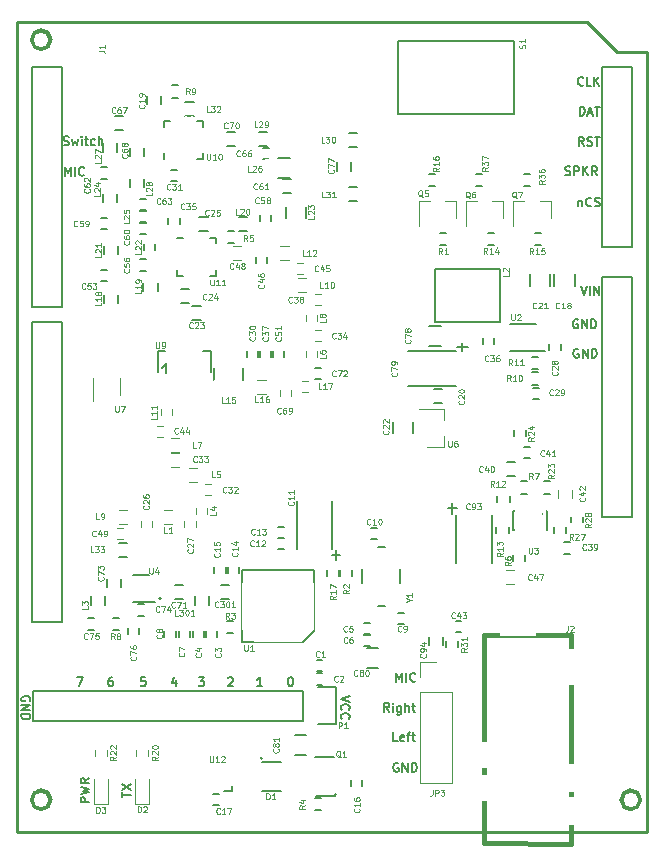
<source format=gto>
G04 #@! TF.GenerationSoftware,KiCad,Pcbnew,(5.0.0)*
G04 #@! TF.CreationDate,2018-12-02T13:03:49-08:00*
G04 #@! TF.ProjectId,HamShield1.1,48616D536869656C64312E312E6B6963,rev?*
G04 #@! TF.SameCoordinates,PX581e980PY882a660*
G04 #@! TF.FileFunction,Legend,Top*
G04 #@! TF.FilePolarity,Positive*
%FSLAX46Y46*%
G04 Gerber Fmt 4.6, Leading zero omitted, Abs format (unit mm)*
G04 Created by KiCad (PCBNEW (5.0.0)) date 12/02/18 13:03:49*
%MOMM*%
%LPD*%
G01*
G04 APERTURE LIST*
%ADD10C,0.187500*%
%ADD11C,0.150000*%
%ADD12C,0.381000*%
%ADD13C,0.152400*%
%ADD14C,0.203200*%
%ADD15C,0.101600*%
%ADD16C,0.635000*%
%ADD17C,0.120000*%
%ADD18C,0.063500*%
%ADD19C,0.127000*%
%ADD20C,0.254000*%
%ADD21C,0.125000*%
%ADD22R,0.650000X0.850000*%
%ADD23R,3.050000X2.250000*%
%ADD24R,3.050000X2.450000*%
%ADD25R,3.050000X3.050000*%
%ADD26C,1.950000*%
%ADD27R,0.504000X1.012000*%
%ADD28R,1.012000X0.504000*%
%ADD29R,3.249740X3.249740*%
%ADD30R,0.798640X1.448880*%
%ADD31R,1.800000X1.550000*%
%ADD32R,1.977200X2.282000*%
%ADD33O,1.977200X2.282000*%
%ADD34R,1.050000X1.000000*%
%ADD35R,1.250760X1.751140*%
%ADD36R,2.248980X3.249740*%
%ADD37C,0.999300*%
%ADD38R,0.850000X0.750000*%
%ADD39R,0.750000X0.850000*%
%ADD40R,1.000000X1.050000*%
%ADD41R,0.850000X0.650000*%
%ADD42R,1.250000X0.850000*%
%ADD43R,0.950000X0.670000*%
%ADD44R,0.999300X0.648780*%
%ADD45R,1.500000X1.250000*%
%ADD46R,1.250000X1.500000*%
%ADD47C,1.248220*%
%ADD48R,2.480000X2.050000*%
%ADD49R,0.750000X0.550000*%
%ADD50R,1.050000X1.130000*%
%ADD51R,2.050000X2.480000*%
%ADD52R,1.750000X4.250000*%
%ADD53R,1.000000X0.550000*%
%ADD54R,1.125000X0.975000*%
%ADD55R,1.050000X0.850000*%
%ADD56R,1.950000X1.950000*%
%ADD57O,1.950000X1.950000*%
%ADD58R,1.050000X1.150000*%
%ADD59R,1.150000X1.050000*%
%ADD60R,1.349820X2.149920*%
%ADD61R,2.450000X1.250000*%
%ADD62C,2.129600*%
%ADD63C,3.750000*%
%ADD64R,2.250000X4.314000*%
%ADD65R,1.774000X4.314000*%
%ADD66R,0.650000X0.900000*%
%ADD67O,0.550000X1.000000*%
%ADD68O,1.000000X0.550000*%
%ADD69R,1.150000X1.150000*%
G04 APERTURE END LIST*
D10*
X8889285Y-5991428D02*
X8889285Y-5562857D01*
X9639285Y-5777142D02*
X8889285Y-5777142D01*
X8889285Y-5384285D02*
X9639285Y-4884285D01*
X8889285Y-4884285D02*
X9639285Y-5384285D01*
X6139285Y-6420000D02*
X5389285Y-6420000D01*
X5389285Y-6134285D01*
X5425000Y-6062857D01*
X5460714Y-6027142D01*
X5532142Y-5991428D01*
X5639285Y-5991428D01*
X5710714Y-6027142D01*
X5746428Y-6062857D01*
X5782142Y-6134285D01*
X5782142Y-6420000D01*
X5389285Y-5741428D02*
X6139285Y-5562857D01*
X5603571Y-5420000D01*
X6139285Y-5277142D01*
X5389285Y-5098571D01*
X6139285Y-4384285D02*
X5782142Y-4634285D01*
X6139285Y-4812857D02*
X5389285Y-4812857D01*
X5389285Y-4527142D01*
X5425000Y-4455714D01*
X5460714Y-4420000D01*
X5532142Y-4384285D01*
X5639285Y-4384285D01*
X5710714Y-4420000D01*
X5746428Y-4455714D01*
X5782142Y-4527142D01*
X5782142Y-4812857D01*
X47532142Y44540715D02*
X47532142Y44040715D01*
X47532142Y44469286D02*
X47567857Y44505000D01*
X47639285Y44540715D01*
X47746428Y44540715D01*
X47817857Y44505000D01*
X47853571Y44433572D01*
X47853571Y44040715D01*
X48639285Y44112143D02*
X48603571Y44076429D01*
X48496428Y44040715D01*
X48425000Y44040715D01*
X48317857Y44076429D01*
X48246428Y44147858D01*
X48210714Y44219286D01*
X48175000Y44362143D01*
X48175000Y44469286D01*
X48210714Y44612143D01*
X48246428Y44683572D01*
X48317857Y44755000D01*
X48425000Y44790715D01*
X48496428Y44790715D01*
X48603571Y44755000D01*
X48639285Y44719286D01*
X48925000Y44076429D02*
X49032142Y44040715D01*
X49210714Y44040715D01*
X49282142Y44076429D01*
X49317857Y44112143D01*
X49353571Y44183572D01*
X49353571Y44255000D01*
X49317857Y44326429D01*
X49282142Y44362143D01*
X49210714Y44397858D01*
X49067857Y44433572D01*
X48996428Y44469286D01*
X48960714Y44505000D01*
X48925000Y44576429D01*
X48925000Y44647858D01*
X48960714Y44719286D01*
X48996428Y44755000D01*
X49067857Y44790715D01*
X49246428Y44790715D01*
X49353571Y44755000D01*
X23123303Y4190715D02*
X23194732Y4190715D01*
X23266160Y4155000D01*
X23301875Y4119286D01*
X23337589Y4047858D01*
X23373303Y3905000D01*
X23373303Y3726429D01*
X23337589Y3583572D01*
X23301875Y3512143D01*
X23266160Y3476429D01*
X23194732Y3440715D01*
X23123303Y3440715D01*
X23051875Y3476429D01*
X23016160Y3512143D01*
X22980446Y3583572D01*
X22944732Y3726429D01*
X22944732Y3905000D01*
X22980446Y4047858D01*
X23016160Y4119286D01*
X23051875Y4155000D01*
X23123303Y4190715D01*
X20753303Y3440715D02*
X20324732Y3440715D01*
X20539017Y3440715D02*
X20539017Y4190715D01*
X20467589Y4083572D01*
X20396160Y4012143D01*
X20324732Y3976429D01*
X17864732Y4119286D02*
X17900446Y4155000D01*
X17971875Y4190715D01*
X18150446Y4190715D01*
X18221875Y4155000D01*
X18257589Y4119286D01*
X18293303Y4047858D01*
X18293303Y3976429D01*
X18257589Y3869286D01*
X17829017Y3440715D01*
X18293303Y3440715D01*
X15369017Y4190715D02*
X15833303Y4190715D01*
X15583303Y3905000D01*
X15690446Y3905000D01*
X15761875Y3869286D01*
X15797589Y3833572D01*
X15833303Y3762143D01*
X15833303Y3583572D01*
X15797589Y3512143D01*
X15761875Y3476429D01*
X15690446Y3440715D01*
X15476160Y3440715D01*
X15404732Y3476429D01*
X15369017Y3512143D01*
X13441875Y3940715D02*
X13441875Y3440715D01*
X13263303Y4226429D02*
X13084732Y3690715D01*
X13549017Y3690715D01*
X10857589Y4190715D02*
X10500446Y4190715D01*
X10464732Y3833572D01*
X10500446Y3869286D01*
X10571875Y3905000D01*
X10750446Y3905000D01*
X10821875Y3869286D01*
X10857589Y3833572D01*
X10893303Y3762143D01*
X10893303Y3583572D01*
X10857589Y3512143D01*
X10821875Y3476429D01*
X10750446Y3440715D01*
X10571875Y3440715D01*
X10500446Y3476429D01*
X10464732Y3512143D01*
X8081875Y4190715D02*
X7939017Y4190715D01*
X7867589Y4155000D01*
X7831875Y4119286D01*
X7760446Y4012143D01*
X7724732Y3869286D01*
X7724732Y3583572D01*
X7760446Y3512143D01*
X7796160Y3476429D01*
X7867589Y3440715D01*
X8010446Y3440715D01*
X8081875Y3476429D01*
X8117589Y3512143D01*
X8153303Y3583572D01*
X8153303Y3762143D01*
X8117589Y3833572D01*
X8081875Y3869286D01*
X8010446Y3905000D01*
X7867589Y3905000D01*
X7796160Y3869286D01*
X7760446Y3833572D01*
X7724732Y3762143D01*
X5059017Y4190715D02*
X5559017Y4190715D01*
X5237589Y3440715D01*
X28180714Y2606697D02*
X27430714Y2356697D01*
X28180714Y2106697D01*
X27502142Y1428125D02*
X27466428Y1463840D01*
X27430714Y1570983D01*
X27430714Y1642411D01*
X27466428Y1749554D01*
X27537857Y1820983D01*
X27609285Y1856697D01*
X27752142Y1892411D01*
X27859285Y1892411D01*
X28002142Y1856697D01*
X28073571Y1820983D01*
X28145000Y1749554D01*
X28180714Y1642411D01*
X28180714Y1570983D01*
X28145000Y1463840D01*
X28109285Y1428125D01*
X27502142Y678125D02*
X27466428Y713840D01*
X27430714Y820983D01*
X27430714Y892411D01*
X27466428Y999554D01*
X27537857Y1070983D01*
X27609285Y1106697D01*
X27752142Y1142411D01*
X27859285Y1142411D01*
X28002142Y1106697D01*
X28073571Y1070983D01*
X28145000Y999554D01*
X28180714Y892411D01*
X28180714Y820983D01*
X28145000Y713840D01*
X28109285Y678125D01*
X46430714Y46726429D02*
X46537857Y46690715D01*
X46716428Y46690715D01*
X46787857Y46726429D01*
X46823571Y46762143D01*
X46859285Y46833572D01*
X46859285Y46905000D01*
X46823571Y46976429D01*
X46787857Y47012143D01*
X46716428Y47047858D01*
X46573571Y47083572D01*
X46502142Y47119286D01*
X46466428Y47155000D01*
X46430714Y47226429D01*
X46430714Y47297858D01*
X46466428Y47369286D01*
X46502142Y47405000D01*
X46573571Y47440715D01*
X46752142Y47440715D01*
X46859285Y47405000D01*
X47180714Y46690715D02*
X47180714Y47440715D01*
X47466428Y47440715D01*
X47537857Y47405000D01*
X47573571Y47369286D01*
X47609285Y47297858D01*
X47609285Y47190715D01*
X47573571Y47119286D01*
X47537857Y47083572D01*
X47466428Y47047858D01*
X47180714Y47047858D01*
X47930714Y46690715D02*
X47930714Y47440715D01*
X48359285Y46690715D02*
X48037857Y47119286D01*
X48359285Y47440715D02*
X47930714Y47012143D01*
X49109285Y46690715D02*
X48859285Y47047858D01*
X48680714Y46690715D02*
X48680714Y47440715D01*
X48966428Y47440715D01*
X49037857Y47405000D01*
X49073571Y47369286D01*
X49109285Y47297858D01*
X49109285Y47190715D01*
X49073571Y47119286D01*
X49037857Y47083572D01*
X48966428Y47047858D01*
X48680714Y47047858D01*
X32278571Y-3120000D02*
X32207142Y-3084285D01*
X32100000Y-3084285D01*
X31992857Y-3120000D01*
X31921428Y-3191428D01*
X31885714Y-3262857D01*
X31850000Y-3405714D01*
X31850000Y-3512857D01*
X31885714Y-3655714D01*
X31921428Y-3727142D01*
X31992857Y-3798571D01*
X32100000Y-3834285D01*
X32171428Y-3834285D01*
X32278571Y-3798571D01*
X32314285Y-3762857D01*
X32314285Y-3512857D01*
X32171428Y-3512857D01*
X32635714Y-3834285D02*
X32635714Y-3084285D01*
X33064285Y-3834285D01*
X33064285Y-3084285D01*
X33421428Y-3834285D02*
X33421428Y-3084285D01*
X33600000Y-3084285D01*
X33707142Y-3120000D01*
X33778571Y-3191428D01*
X33814285Y-3262857D01*
X33850000Y-3405714D01*
X33850000Y-3512857D01*
X33814285Y-3655714D01*
X33778571Y-3727142D01*
X33707142Y-3798571D01*
X33600000Y-3834285D01*
X33421428Y-3834285D01*
X32232142Y-1234285D02*
X31875000Y-1234285D01*
X31875000Y-484285D01*
X32767857Y-1198571D02*
X32696428Y-1234285D01*
X32553571Y-1234285D01*
X32482142Y-1198571D01*
X32446428Y-1127142D01*
X32446428Y-841428D01*
X32482142Y-770000D01*
X32553571Y-734285D01*
X32696428Y-734285D01*
X32767857Y-770000D01*
X32803571Y-841428D01*
X32803571Y-912857D01*
X32446428Y-984285D01*
X33017857Y-734285D02*
X33303571Y-734285D01*
X33125000Y-1234285D02*
X33125000Y-591428D01*
X33160714Y-520000D01*
X33232142Y-484285D01*
X33303571Y-484285D01*
X33446428Y-734285D02*
X33732142Y-734285D01*
X33553571Y-484285D02*
X33553571Y-1127142D01*
X33589285Y-1198571D01*
X33660714Y-1234285D01*
X33732142Y-1234285D01*
X31510714Y1265715D02*
X31260714Y1622858D01*
X31082142Y1265715D02*
X31082142Y2015715D01*
X31367857Y2015715D01*
X31439285Y1980000D01*
X31475000Y1944286D01*
X31510714Y1872858D01*
X31510714Y1765715D01*
X31475000Y1694286D01*
X31439285Y1658572D01*
X31367857Y1622858D01*
X31082142Y1622858D01*
X31832142Y1265715D02*
X31832142Y1765715D01*
X31832142Y2015715D02*
X31796428Y1980000D01*
X31832142Y1944286D01*
X31867857Y1980000D01*
X31832142Y2015715D01*
X31832142Y1944286D01*
X32510714Y1765715D02*
X32510714Y1158572D01*
X32475000Y1087143D01*
X32439285Y1051429D01*
X32367857Y1015715D01*
X32260714Y1015715D01*
X32189285Y1051429D01*
X32510714Y1301429D02*
X32439285Y1265715D01*
X32296428Y1265715D01*
X32225000Y1301429D01*
X32189285Y1337143D01*
X32153571Y1408572D01*
X32153571Y1622858D01*
X32189285Y1694286D01*
X32225000Y1730000D01*
X32296428Y1765715D01*
X32439285Y1765715D01*
X32510714Y1730000D01*
X32867857Y1265715D02*
X32867857Y2015715D01*
X33189285Y1265715D02*
X33189285Y1658572D01*
X33153571Y1730000D01*
X33082142Y1765715D01*
X32975000Y1765715D01*
X32903571Y1730000D01*
X32867857Y1694286D01*
X33439285Y1765715D02*
X33725000Y1765715D01*
X33546428Y2015715D02*
X33546428Y1372858D01*
X33582142Y1301429D01*
X33653571Y1265715D01*
X33725000Y1265715D01*
X32096428Y3815715D02*
X32096428Y4565715D01*
X32346428Y4030000D01*
X32596428Y4565715D01*
X32596428Y3815715D01*
X32953571Y3815715D02*
X32953571Y4565715D01*
X33739285Y3887143D02*
X33703571Y3851429D01*
X33596428Y3815715D01*
X33525000Y3815715D01*
X33417857Y3851429D01*
X33346428Y3922858D01*
X33310714Y3994286D01*
X33275000Y4137143D01*
X33275000Y4244286D01*
X33310714Y4387143D01*
X33346428Y4458572D01*
X33417857Y4530000D01*
X33525000Y4565715D01*
X33596428Y4565715D01*
X33703571Y4530000D01*
X33739285Y4494286D01*
X3939285Y49251429D02*
X4046428Y49215715D01*
X4225000Y49215715D01*
X4296428Y49251429D01*
X4332142Y49287143D01*
X4367857Y49358572D01*
X4367857Y49430000D01*
X4332142Y49501429D01*
X4296428Y49537143D01*
X4225000Y49572858D01*
X4082142Y49608572D01*
X4010714Y49644286D01*
X3975000Y49680000D01*
X3939285Y49751429D01*
X3939285Y49822858D01*
X3975000Y49894286D01*
X4010714Y49930000D01*
X4082142Y49965715D01*
X4260714Y49965715D01*
X4367857Y49930000D01*
X4617857Y49715715D02*
X4760714Y49215715D01*
X4903571Y49572858D01*
X5046428Y49215715D01*
X5189285Y49715715D01*
X5475000Y49215715D02*
X5475000Y49715715D01*
X5475000Y49965715D02*
X5439285Y49930000D01*
X5475000Y49894286D01*
X5510714Y49930000D01*
X5475000Y49965715D01*
X5475000Y49894286D01*
X5725000Y49715715D02*
X6010714Y49715715D01*
X5832142Y49965715D02*
X5832142Y49322858D01*
X5867857Y49251429D01*
X5939285Y49215715D01*
X6010714Y49215715D01*
X6582142Y49251429D02*
X6510714Y49215715D01*
X6367857Y49215715D01*
X6296428Y49251429D01*
X6260714Y49287143D01*
X6225000Y49358572D01*
X6225000Y49572858D01*
X6260714Y49644286D01*
X6296428Y49680000D01*
X6367857Y49715715D01*
X6510714Y49715715D01*
X6582142Y49680000D01*
X6903571Y49215715D02*
X6903571Y49965715D01*
X7225000Y49215715D02*
X7225000Y49608572D01*
X7189285Y49680000D01*
X7117857Y49715715D01*
X7010714Y49715715D01*
X6939285Y49680000D01*
X6903571Y49644286D01*
X4046428Y46640715D02*
X4046428Y47390715D01*
X4296428Y46855000D01*
X4546428Y47390715D01*
X4546428Y46640715D01*
X4903571Y46640715D02*
X4903571Y47390715D01*
X5689285Y46712143D02*
X5653571Y46676429D01*
X5546428Y46640715D01*
X5475000Y46640715D01*
X5367857Y46676429D01*
X5296428Y46747858D01*
X5260714Y46819286D01*
X5225000Y46962143D01*
X5225000Y47069286D01*
X5260714Y47212143D01*
X5296428Y47283572D01*
X5367857Y47355000D01*
X5475000Y47390715D01*
X5546428Y47390715D01*
X5653571Y47355000D01*
X5689285Y47319286D01*
X47989285Y49190715D02*
X47739285Y49547858D01*
X47560714Y49190715D02*
X47560714Y49940715D01*
X47846428Y49940715D01*
X47917857Y49905000D01*
X47953571Y49869286D01*
X47989285Y49797858D01*
X47989285Y49690715D01*
X47953571Y49619286D01*
X47917857Y49583572D01*
X47846428Y49547858D01*
X47560714Y49547858D01*
X48275000Y49226429D02*
X48382142Y49190715D01*
X48560714Y49190715D01*
X48632142Y49226429D01*
X48667857Y49262143D01*
X48703571Y49333572D01*
X48703571Y49405000D01*
X48667857Y49476429D01*
X48632142Y49512143D01*
X48560714Y49547858D01*
X48417857Y49583572D01*
X48346428Y49619286D01*
X48310714Y49655000D01*
X48275000Y49726429D01*
X48275000Y49797858D01*
X48310714Y49869286D01*
X48346428Y49905000D01*
X48417857Y49940715D01*
X48596428Y49940715D01*
X48703571Y49905000D01*
X48917857Y49940715D02*
X49346428Y49940715D01*
X49132142Y49190715D02*
X49132142Y49940715D01*
X47478571Y34455000D02*
X47407142Y34490715D01*
X47300000Y34490715D01*
X47192857Y34455000D01*
X47121428Y34383572D01*
X47085714Y34312143D01*
X47050000Y34169286D01*
X47050000Y34062143D01*
X47085714Y33919286D01*
X47121428Y33847858D01*
X47192857Y33776429D01*
X47300000Y33740715D01*
X47371428Y33740715D01*
X47478571Y33776429D01*
X47514285Y33812143D01*
X47514285Y34062143D01*
X47371428Y34062143D01*
X47835714Y33740715D02*
X47835714Y34490715D01*
X48264285Y33740715D01*
X48264285Y34490715D01*
X48621428Y33740715D02*
X48621428Y34490715D01*
X48800000Y34490715D01*
X48907142Y34455000D01*
X48978571Y34383572D01*
X49014285Y34312143D01*
X49050000Y34169286D01*
X49050000Y34062143D01*
X49014285Y33919286D01*
X48978571Y33847858D01*
X48907142Y33776429D01*
X48800000Y33740715D01*
X48621428Y33740715D01*
X47528571Y31955000D02*
X47457142Y31990715D01*
X47350000Y31990715D01*
X47242857Y31955000D01*
X47171428Y31883572D01*
X47135714Y31812143D01*
X47100000Y31669286D01*
X47100000Y31562143D01*
X47135714Y31419286D01*
X47171428Y31347858D01*
X47242857Y31276429D01*
X47350000Y31240715D01*
X47421428Y31240715D01*
X47528571Y31276429D01*
X47564285Y31312143D01*
X47564285Y31562143D01*
X47421428Y31562143D01*
X47885714Y31240715D02*
X47885714Y31990715D01*
X48314285Y31240715D01*
X48314285Y31990715D01*
X48671428Y31240715D02*
X48671428Y31990715D01*
X48850000Y31990715D01*
X48957142Y31955000D01*
X49028571Y31883572D01*
X49064285Y31812143D01*
X49100000Y31669286D01*
X49100000Y31562143D01*
X49064285Y31419286D01*
X49028571Y31347858D01*
X48957142Y31276429D01*
X48850000Y31240715D01*
X48671428Y31240715D01*
X47753571Y37265715D02*
X48003571Y36515715D01*
X48253571Y37265715D01*
X48503571Y36515715D02*
X48503571Y37265715D01*
X48860714Y36515715D02*
X48860714Y37265715D01*
X49289285Y36515715D01*
X49289285Y37265715D01*
X47646428Y51740715D02*
X47646428Y52490715D01*
X47825000Y52490715D01*
X47932142Y52455000D01*
X48003571Y52383572D01*
X48039285Y52312143D01*
X48075000Y52169286D01*
X48075000Y52062143D01*
X48039285Y51919286D01*
X48003571Y51847858D01*
X47932142Y51776429D01*
X47825000Y51740715D01*
X47646428Y51740715D01*
X48360714Y51955000D02*
X48717857Y51955000D01*
X48289285Y51740715D02*
X48539285Y52490715D01*
X48789285Y51740715D01*
X48932142Y52490715D02*
X49360714Y52490715D01*
X49146428Y51740715D02*
X49146428Y52490715D01*
X47953571Y54337143D02*
X47917857Y54301429D01*
X47810714Y54265715D01*
X47739285Y54265715D01*
X47632142Y54301429D01*
X47560714Y54372858D01*
X47525000Y54444286D01*
X47489285Y54587143D01*
X47489285Y54694286D01*
X47525000Y54837143D01*
X47560714Y54908572D01*
X47632142Y54980000D01*
X47739285Y55015715D01*
X47810714Y55015715D01*
X47917857Y54980000D01*
X47953571Y54944286D01*
X48632142Y54265715D02*
X48275000Y54265715D01*
X48275000Y55015715D01*
X48882142Y54265715D02*
X48882142Y55015715D01*
X49310714Y54265715D02*
X48989285Y54694286D01*
X49310714Y55015715D02*
X48882142Y54587143D01*
X1095000Y2186697D02*
X1130714Y2258125D01*
X1130714Y2365268D01*
X1095000Y2472411D01*
X1023571Y2543840D01*
X952142Y2579554D01*
X809285Y2615268D01*
X702142Y2615268D01*
X559285Y2579554D01*
X487857Y2543840D01*
X416428Y2472411D01*
X380714Y2365268D01*
X380714Y2293840D01*
X416428Y2186697D01*
X452142Y2150983D01*
X702142Y2150983D01*
X702142Y2293840D01*
X380714Y1829554D02*
X1130714Y1829554D01*
X380714Y1400983D01*
X1130714Y1400983D01*
X380714Y1043840D02*
X1130714Y1043840D01*
X1130714Y865268D01*
X1095000Y758125D01*
X1023571Y686697D01*
X952142Y650983D01*
X809285Y615268D01*
X702142Y615268D01*
X559285Y650983D01*
X487857Y686697D01*
X416428Y758125D01*
X380714Y865268D01*
X380714Y1043840D01*
D11*
G04 #@! TO.C,R36*
X42900000Y45755000D02*
X43400000Y45755000D01*
X43400000Y46805000D02*
X42900000Y46805000D01*
D12*
G04 #@! TO.C,J2*
X46900000Y7730000D02*
X39500000Y7730000D01*
X39500000Y7730000D02*
X39500000Y-9895000D01*
X39500000Y-9895000D02*
X46900000Y-9945000D01*
X46900000Y-9945000D02*
X46900000Y7730000D01*
D13*
G04 #@! TO.C,U1*
X24195500Y7132000D02*
X20004500Y7132000D01*
X20004500Y7132000D02*
X19052000Y7132000D01*
X19052000Y7132000D02*
X19052000Y13228000D01*
X19052000Y13228000D02*
X25148000Y13228000D01*
X25148000Y13228000D02*
X25148000Y8084500D01*
X25148000Y8084500D02*
X24195500Y7132000D01*
D14*
G04 #@! TO.C,U3*
X42037600Y16669740D02*
X42037600Y18290260D01*
X44882400Y18290260D02*
X44882400Y16669740D01*
X44785880Y18290260D02*
X44882400Y18290260D01*
X42037600Y18290260D02*
X42134120Y18290260D01*
X42134120Y16669740D02*
X42037600Y16669740D01*
X44882400Y16669740D02*
X44785880Y16669740D01*
D13*
X44495345Y18011000D02*
G75*
G03X44495345Y18011000I-25145J0D01*
G01*
D11*
G04 #@! TO.C,S1*
X42100000Y51880000D02*
X42100000Y58080000D01*
X42100000Y58080000D02*
X32300000Y58080000D01*
X32300000Y58080000D02*
X32300000Y51880000D01*
X32300000Y51880000D02*
X42100000Y51880000D01*
G04 #@! TO.C,P1*
X24210000Y510000D02*
X1350000Y510000D01*
X1350000Y510000D02*
X1350000Y3050000D01*
X1350000Y3050000D02*
X24210000Y3050000D01*
X27030000Y230000D02*
X25480000Y230000D01*
X24210000Y510000D02*
X24210000Y3050000D01*
X25480000Y3330000D02*
X27030000Y3330000D01*
X27030000Y3330000D02*
X27030000Y230000D01*
G04 #@! TO.C,C20*
X36000000Y27380000D02*
X35300000Y27380000D01*
X35300000Y28580000D02*
X36000000Y28580000D01*
G04 #@! TO.C,U9*
X12250080Y30329340D02*
X12499000Y30629060D01*
X12499000Y30629060D02*
X12600600Y30778920D01*
X12600600Y30778920D02*
X12600600Y29930560D01*
X11899560Y31830480D02*
X11899560Y30029620D01*
X11899560Y31830480D02*
X12549800Y31830480D01*
X16400440Y31830480D02*
X16400440Y30029620D01*
X16400440Y31830480D02*
X15750200Y31830480D01*
G04 #@! TO.C,C1*
X25860000Y5665000D02*
X25360000Y5665000D01*
X25360000Y4715000D02*
X25860000Y4715000D01*
G04 #@! TO.C,C2*
X25860000Y4515000D02*
X25360000Y4515000D01*
X25360000Y3565000D02*
X25860000Y3565000D01*
G04 #@! TO.C,C3*
X16975000Y7630000D02*
X16975000Y8130000D01*
X16025000Y8130000D02*
X16025000Y7630000D01*
G04 #@! TO.C,C4*
X15835000Y7630000D02*
X15835000Y8130000D01*
X14885000Y8130000D02*
X14885000Y7630000D01*
G04 #@! TO.C,C5*
X29900000Y8755000D02*
X29400000Y8755000D01*
X29400000Y7805000D02*
X29900000Y7805000D01*
G04 #@! TO.C,C6*
X29900000Y7755000D02*
X29400000Y7755000D01*
X29400000Y6805000D02*
X29900000Y6805000D01*
G04 #@! TO.C,C7*
X14665000Y7630000D02*
X14665000Y8130000D01*
X13715000Y8130000D02*
X13715000Y7630000D01*
G04 #@! TO.C,C8*
X13425000Y7630000D02*
X13425000Y8130000D01*
X12475000Y8130000D02*
X12475000Y7630000D01*
G04 #@! TO.C,C9*
X32800000Y9655000D02*
X32300000Y9655000D01*
X32300000Y8705000D02*
X32800000Y8705000D01*
G04 #@! TO.C,C10*
X30500000Y16855000D02*
X30000000Y16855000D01*
X30000000Y15905000D02*
X30500000Y15905000D01*
G04 #@! TO.C,C12*
X22620000Y15985000D02*
X22120000Y15985000D01*
X22120000Y15035000D02*
X22620000Y15035000D01*
G04 #@! TO.C,C13*
X22620000Y16935000D02*
X22120000Y16935000D01*
X22120000Y15985000D02*
X22620000Y15985000D01*
G04 #@! TO.C,C14*
X17845000Y13480000D02*
X17845000Y12980000D01*
X18795000Y12980000D02*
X18795000Y13480000D01*
G04 #@! TO.C,C15*
X16705000Y13480000D02*
X16705000Y12980000D01*
X17655000Y12980000D02*
X17655000Y13480000D01*
G04 #@! TO.C,C16*
X29225000Y-5020000D02*
X29225000Y-4520000D01*
X28275000Y-4520000D02*
X28275000Y-5020000D01*
G04 #@! TO.C,C17*
X16600000Y-6645000D02*
X17100000Y-6645000D01*
X17100000Y-5695000D02*
X16600000Y-5695000D01*
G04 #@! TO.C,C19*
X11010000Y52680000D02*
X11010000Y53380000D01*
X12210000Y53380000D02*
X12210000Y52680000D01*
G04 #@! TO.C,C23*
X15550000Y34430000D02*
X14850000Y34430000D01*
X14850000Y35630000D02*
X15550000Y35630000D01*
G04 #@! TO.C,C24*
X14550000Y35830000D02*
X13850000Y35830000D01*
X13850000Y37030000D02*
X14550000Y37030000D01*
G04 #@! TO.C,C25*
X15450000Y43130000D02*
X16150000Y43130000D01*
X16150000Y41930000D02*
X15450000Y41930000D01*
G04 #@! TO.C,C31*
X13050000Y46205000D02*
X13550000Y46205000D01*
X13550000Y47155000D02*
X13050000Y47155000D01*
G04 #@! TO.C,C35*
X12825000Y43080000D02*
X12825000Y42580000D01*
X13775000Y42580000D02*
X13775000Y43080000D01*
G04 #@! TO.C,C36*
X39475000Y32920000D02*
X39475000Y32420000D01*
X40425000Y32420000D02*
X40425000Y32920000D01*
G04 #@! TO.C,C37*
X20575000Y31780000D02*
X20575000Y31280000D01*
X21525000Y31280000D02*
X21525000Y31780000D01*
G04 #@! TO.C,C39*
X46300000Y14645000D02*
X46800000Y14645000D01*
X46800000Y15595000D02*
X46300000Y15595000D01*
G04 #@! TO.C,C40*
X41500000Y22380000D02*
X42200000Y22380000D01*
X42200000Y21180000D02*
X41500000Y21180000D01*
G04 #@! TO.C,C41*
X42900000Y22705000D02*
X43400000Y22705000D01*
X43400000Y23655000D02*
X42900000Y23655000D01*
G04 #@! TO.C,C43*
X37130000Y7975000D02*
X37630000Y7975000D01*
X37630000Y8925000D02*
X37130000Y8925000D01*
G04 #@! TO.C,C56*
X10450000Y38605000D02*
X10950000Y38605000D01*
X10950000Y39555000D02*
X10450000Y39555000D01*
G04 #@! TO.C,C59*
X7100000Y42105000D02*
X7600000Y42105000D01*
X7600000Y43055000D02*
X7100000Y43055000D01*
G04 #@! TO.C,C60*
X10450000Y41705000D02*
X10950000Y41705000D01*
X10950000Y42655000D02*
X10450000Y42655000D01*
G04 #@! TO.C,C94*
X36060000Y7600000D02*
X36060000Y6900000D01*
X34860000Y6900000D02*
X34860000Y7600000D01*
G04 #@! TO.C,R3*
X17800000Y7905000D02*
X18300000Y7905000D01*
X18300000Y8955000D02*
X17800000Y8955000D01*
G04 #@! TO.C,R12*
X41705000Y18990000D02*
X41705000Y19490000D01*
X40655000Y19490000D02*
X40655000Y18990000D01*
G04 #@! TO.C,R13*
X40575000Y16880000D02*
X40575000Y16380000D01*
X41625000Y16380000D02*
X41625000Y16880000D01*
G04 #@! TO.C,R23*
X45110000Y20785000D02*
X44610000Y20785000D01*
X44610000Y19735000D02*
X45110000Y19735000D01*
G04 #@! TO.C,R24*
X42075000Y25080000D02*
X42075000Y24580000D01*
X43125000Y24580000D02*
X43125000Y25080000D01*
G04 #@! TO.C,R27*
X46525000Y16380000D02*
X46525000Y16880000D01*
X45475000Y16880000D02*
X45475000Y16380000D01*
G04 #@! TO.C,R28*
X46905000Y17790000D02*
X46905000Y17290000D01*
X47955000Y17290000D02*
X47955000Y17790000D01*
G04 #@! TO.C,R31*
X37355000Y6710000D02*
X37355000Y7210000D01*
X36305000Y7210000D02*
X36305000Y6710000D01*
G04 #@! TO.C,R37*
X38900000Y45755000D02*
X39400000Y45755000D01*
X39400000Y46805000D02*
X38900000Y46805000D01*
D14*
G04 #@! TO.C,Q1*
X26897560Y-5868880D02*
X25302440Y-5868880D01*
X26867560Y-2541120D02*
X25272440Y-2541120D01*
D15*
X27075487Y-5747660D02*
G75*
G03X27075487Y-5747660I-96987J0D01*
G01*
D11*
G04 #@! TO.C,R4*
X25200000Y-7095000D02*
X25700000Y-7095000D01*
X25700000Y-6045000D02*
X25200000Y-6045000D01*
G04 #@! TO.C,R5*
X17900000Y40905000D02*
X18400000Y40905000D01*
X18400000Y41955000D02*
X17900000Y41955000D01*
G04 #@! TO.C,R6*
X41995000Y14550000D02*
X41995000Y14050000D01*
X43045000Y14050000D02*
X43045000Y14550000D01*
G04 #@! TO.C,R7*
X43200000Y20755000D02*
X42700000Y20755000D01*
X42700000Y19705000D02*
X43200000Y19705000D01*
D14*
G04 #@! TO.C,D1*
X20752440Y-3021120D02*
X22347560Y-3021120D01*
X20752440Y-5418880D02*
X22347560Y-5418880D01*
D15*
X20768487Y-2692340D02*
G75*
G03X20768487Y-2692340I-96987J0D01*
G01*
D11*
G04 #@! TO.C,C58*
X20575000Y43330000D02*
X20575000Y42830000D01*
X21525000Y42830000D02*
X21525000Y43330000D01*
G04 #@! TO.C,U12*
X17560780Y-5450960D02*
X18170380Y-5450960D01*
X18170380Y-5450960D02*
X18180540Y-5019160D01*
G04 #@! TO.C,C61*
X23200000Y45180000D02*
X22500000Y45180000D01*
X22500000Y46380000D02*
X23200000Y46380000D01*
G04 #@! TO.C,C67*
X9000000Y50530000D02*
X8300000Y50530000D01*
X8300000Y51730000D02*
X9000000Y51730000D01*
G04 #@! TO.C,C73*
X8800000Y12530000D02*
X8800000Y11830000D01*
X7600000Y11830000D02*
X7600000Y12530000D01*
G04 #@! TO.C,L18*
X8550000Y36530000D02*
X8550000Y35830000D01*
X7350000Y35830000D02*
X7350000Y36530000D01*
G04 #@! TO.C,L19*
X11900000Y37580000D02*
X11900000Y36880000D01*
X10700000Y36880000D02*
X10700000Y37580000D01*
G04 #@! TO.C,L21*
X8550000Y40680000D02*
X8550000Y39980000D01*
X7350000Y39980000D02*
X7350000Y40680000D01*
G04 #@! TO.C,L24*
X8500000Y45130000D02*
X8500000Y44430000D01*
X7300000Y44430000D02*
X7300000Y45130000D01*
G04 #@! TO.C,L27*
X8500000Y49380000D02*
X8500000Y48680000D01*
X7300000Y48680000D02*
X7300000Y49380000D01*
G04 #@! TO.C,L28*
X10750000Y46380000D02*
X10750000Y45680000D01*
X9550000Y45680000D02*
X9550000Y46380000D01*
G04 #@! TO.C,C30*
X19475000Y31780000D02*
X19475000Y31280000D01*
X20425000Y31280000D02*
X20425000Y31780000D01*
G04 #@! TO.C,C46*
X21175000Y39280000D02*
X21175000Y39780000D01*
X20225000Y39780000D02*
X20225000Y39280000D01*
G04 #@! TO.C,C51*
X21675000Y31780000D02*
X21675000Y31280000D01*
X22625000Y31280000D02*
X22625000Y31780000D01*
G04 #@! TO.C,C53*
X7150000Y37705000D02*
X7650000Y37705000D01*
X7650000Y38655000D02*
X7150000Y38655000D01*
G04 #@! TO.C,C62*
X7100000Y46405000D02*
X7600000Y46405000D01*
X7600000Y47355000D02*
X7100000Y47355000D01*
G04 #@! TO.C,C63*
X10950000Y44655000D02*
X10450000Y44655000D01*
X10450000Y43705000D02*
X10950000Y43705000D01*
G04 #@! TO.C,C66*
X20850000Y48055000D02*
X21350000Y48055000D01*
X21350000Y49005000D02*
X20850000Y49005000D01*
G04 #@! TO.C,C68*
X10750000Y49030000D02*
X10750000Y48330000D01*
X9550000Y48330000D02*
X9550000Y49030000D01*
G04 #@! TO.C,C70*
X17750000Y50380000D02*
X18450000Y50380000D01*
X18450000Y49180000D02*
X17750000Y49180000D01*
G04 #@! TO.C,C71*
X13350000Y12030000D02*
X14050000Y12030000D01*
X14050000Y10830000D02*
X13350000Y10830000D01*
G04 #@! TO.C,C72*
X25700000Y30355000D02*
X25200000Y30355000D01*
X25200000Y29405000D02*
X25700000Y29405000D01*
G04 #@! TO.C,C75*
X6050000Y8205000D02*
X6550000Y8205000D01*
X6550000Y9155000D02*
X6050000Y9155000D01*
G04 #@! TO.C,C76*
X10325000Y7880000D02*
X10325000Y8380000D01*
X9375000Y8380000D02*
X9375000Y7880000D01*
G04 #@! TO.C,L22*
X11725000Y40380000D02*
X11725000Y40880000D01*
X10775000Y40880000D02*
X10775000Y40380000D01*
G04 #@! TO.C,L23*
X24450000Y43030000D02*
X24450000Y44030000D01*
X22750000Y44030000D02*
X22750000Y43030000D01*
G04 #@! TO.C,L25*
X10950000Y43655000D02*
X10450000Y43655000D01*
X10450000Y42705000D02*
X10950000Y42705000D01*
G04 #@! TO.C,L26*
X23100000Y48130000D02*
X22100000Y48130000D01*
X22100000Y46430000D02*
X23100000Y46430000D01*
G04 #@! TO.C,C74*
X10250000Y9405000D02*
X10750000Y9405000D01*
X10750000Y10355000D02*
X10250000Y10355000D01*
G04 #@! TO.C,R8*
X8600000Y9205000D02*
X8100000Y9205000D01*
X8100000Y8155000D02*
X8600000Y8155000D01*
D16*
G04 #@! TO.C,FD1*
X52595802Y-6190000D02*
G75*
G03X52595802Y-6190000I-635802J0D01*
G01*
G04 #@! TO.C,FD2*
X2685802Y58160000D02*
G75*
G03X2685802Y58160000I-635802J0D01*
G01*
D11*
G04 #@! TO.C,C11*
X27390000Y14510000D02*
X26640000Y14510000D01*
X27010000Y14070000D02*
X27010000Y14970000D01*
X26700000Y19130000D02*
X26700000Y15030000D01*
X23700000Y19130000D02*
X23700000Y15030000D01*
G04 #@! TO.C,U4*
X12176023Y10860000D02*
G75*
G03X12176023Y10860000I-86023J0D01*
G01*
X11150000Y12830000D02*
X9850000Y12830000D01*
X11725000Y10530000D02*
X9850000Y10530000D01*
G04 #@! TO.C,C77*
X27100000Y47080000D02*
X27100000Y47780000D01*
X28300000Y47780000D02*
X28300000Y47080000D01*
G04 #@! TO.C,L30*
X28100000Y50280000D02*
X28800000Y50280000D01*
X28800000Y49080000D02*
X28100000Y49080000D01*
G04 #@! TO.C,L31*
X28100000Y45680000D02*
X28800000Y45680000D01*
X28800000Y44480000D02*
X28100000Y44480000D01*
G04 #@! TO.C,L32*
X14950000Y51680000D02*
X14250000Y51680000D01*
X14250000Y52880000D02*
X14950000Y52880000D01*
G04 #@! TO.C,L33*
X9300000Y14380000D02*
X8600000Y14380000D01*
X8600000Y15580000D02*
X9300000Y15580000D01*
G04 #@! TO.C,R9*
X13610000Y54305000D02*
X13110000Y54305000D01*
X13110000Y53255000D02*
X13610000Y53255000D01*
G04 #@! TO.C,C28*
X46035000Y31920000D02*
X46035000Y32420000D01*
X45085000Y32420000D02*
X45085000Y31920000D01*
G04 #@! TO.C,C29*
X43680000Y27755000D02*
X44180000Y27755000D01*
X44180000Y28705000D02*
X43680000Y28705000D01*
G04 #@! TO.C,C79*
X37720000Y32520000D02*
X37720000Y31770000D01*
X38160000Y32140000D02*
X37260000Y32140000D01*
X33100000Y31830000D02*
X37200000Y31830000D01*
X33100000Y28830000D02*
X37200000Y28830000D01*
G04 #@! TO.C,R10*
X44080000Y29995000D02*
X43580000Y29995000D01*
X43580000Y28945000D02*
X44080000Y28945000D01*
G04 #@! TO.C,R11*
X43580000Y30285000D02*
X44080000Y30285000D01*
X44080000Y31335000D02*
X43580000Y31335000D01*
G04 #@! TO.C,C18*
X45510000Y38310000D02*
X45510000Y37310000D01*
X47210000Y37310000D02*
X47210000Y38310000D01*
G04 #@! TO.C,C21*
X43430000Y38310000D02*
X43430000Y37310000D01*
X45130000Y37310000D02*
X45130000Y38310000D01*
G04 #@! TO.C,C78*
X35900000Y33930000D02*
X34900000Y33930000D01*
X34900000Y32230000D02*
X35900000Y32230000D01*
G04 #@! TO.C,L2*
X40900000Y34230000D02*
X35400000Y34230000D01*
X35400000Y34230000D02*
X35400000Y38730000D01*
X35400000Y38730000D02*
X40900000Y38730000D01*
X40900000Y38730000D02*
X40900000Y34230000D01*
G04 #@! TO.C,C22*
X33500000Y24830000D02*
X33500000Y25830000D01*
X31800000Y25830000D02*
X31800000Y24830000D01*
G04 #@! TO.C,L3*
X7450000Y11030000D02*
X7450000Y10330000D01*
X6250000Y10330000D02*
X6250000Y11030000D01*
G04 #@! TO.C,L20*
X19500000Y41930000D02*
X18800000Y41930000D01*
X18800000Y43130000D02*
X19500000Y43130000D01*
G04 #@! TO.C,L29*
X20500000Y50380000D02*
X21200000Y50380000D01*
X21200000Y49180000D02*
X20500000Y49180000D01*
G04 #@! TO.C,C80*
X29600000Y4980000D02*
X30600000Y4980000D01*
X30600000Y6680000D02*
X29600000Y6680000D01*
G04 #@! TO.C,C81*
X24500000Y-720000D02*
X23500000Y-720000D01*
X23500000Y-2420000D02*
X24500000Y-2420000D01*
G04 #@! TO.C,U2*
X43905000Y34095000D02*
X41755000Y34095000D01*
X44730000Y31845000D02*
X41755000Y31845000D01*
G04 #@! TO.C,C301*
X17250000Y12030000D02*
X17950000Y12030000D01*
X17950000Y10830000D02*
X17250000Y10830000D01*
G04 #@! TO.C,L301*
X15050000Y10330000D02*
X15050000Y11030000D01*
X16250000Y11030000D02*
X16250000Y10330000D01*
G04 #@! TO.C,R1*
X35850000Y40755000D02*
X36350000Y40755000D01*
X36350000Y41805000D02*
X35850000Y41805000D01*
G04 #@! TO.C,R2*
X27350000Y13230000D02*
X27350000Y12730000D01*
X28400000Y12730000D02*
X28400000Y13230000D01*
G04 #@! TO.C,R14*
X39850000Y40755000D02*
X40350000Y40755000D01*
X40350000Y41805000D02*
X39850000Y41805000D01*
G04 #@! TO.C,R15*
X43850000Y40755000D02*
X44350000Y40755000D01*
X44350000Y41805000D02*
X43850000Y41805000D01*
G04 #@! TO.C,R16*
X34900000Y45755000D02*
X35400000Y45755000D01*
X35400000Y46805000D02*
X34900000Y46805000D01*
G04 #@! TO.C,R17*
X26225000Y13230000D02*
X26225000Y12730000D01*
X27275000Y12730000D02*
X27275000Y13230000D01*
D17*
G04 #@! TO.C,D2*
X10030000Y-6520000D02*
X11170000Y-6520000D01*
X11170000Y-6520000D02*
X11170000Y-4420000D01*
X10030000Y-6520000D02*
X10030000Y-4420000D01*
G04 #@! TO.C,D3*
X6530000Y-6520000D02*
X7670000Y-6520000D01*
X7670000Y-6520000D02*
X7670000Y-4420000D01*
X6530000Y-6520000D02*
X6530000Y-4420000D01*
G04 #@! TO.C,R20*
X11130000Y-2470000D02*
X11130000Y-1970000D01*
X10070000Y-1970000D02*
X10070000Y-2470000D01*
G04 #@! TO.C,R22*
X7630000Y-2470000D02*
X7630000Y-1970000D01*
X6570000Y-1970000D02*
X6570000Y-2470000D01*
G04 #@! TO.C,C33*
X13750000Y21980000D02*
X13050000Y21980000D01*
X13050000Y23180000D02*
X13750000Y23180000D01*
G04 #@! TO.C,C38*
X25700000Y36650000D02*
X25200000Y36650000D01*
X25200000Y35710000D02*
X25700000Y35710000D01*
G04 #@! TO.C,L4*
X15180000Y18530000D02*
X15180000Y18030000D01*
X16120000Y18030000D02*
X16120000Y18530000D01*
G04 #@! TO.C,L6*
X25370000Y31280000D02*
X25370000Y31780000D01*
X24430000Y31780000D02*
X24430000Y31280000D01*
G04 #@! TO.C,L11*
X12180000Y26880000D02*
X12180000Y26380000D01*
X13120000Y26380000D02*
X13120000Y26880000D01*
G04 #@! TO.C,L12*
X22300000Y40680000D02*
X23000000Y40680000D01*
X23000000Y39480000D02*
X22300000Y39480000D01*
G04 #@! TO.C,C26*
X11420000Y16930000D02*
X11420000Y17430000D01*
X10480000Y17430000D02*
X10480000Y16930000D01*
G04 #@! TO.C,C32*
X16450000Y20550000D02*
X15950000Y20550000D01*
X15950000Y19610000D02*
X16450000Y19610000D01*
G04 #@! TO.C,JP3*
X34140000Y-4785000D02*
X36800000Y-4785000D01*
X34140000Y2895000D02*
X34140000Y-4785000D01*
X36800000Y2895000D02*
X36800000Y-4785000D01*
X34140000Y2895000D02*
X36800000Y2895000D01*
X34140000Y4165000D02*
X34140000Y5495000D01*
X34140000Y5495000D02*
X35470000Y5495000D01*
G04 #@! TO.C,Q5*
X37180000Y44540000D02*
X36250000Y44540000D01*
X34020000Y44540000D02*
X34950000Y44540000D01*
X34020000Y44540000D02*
X34020000Y42380000D01*
X37180000Y44540000D02*
X37180000Y43080000D01*
G04 #@! TO.C,Q6*
X41180000Y44540000D02*
X40250000Y44540000D01*
X38020000Y44540000D02*
X38950000Y44540000D01*
X38020000Y44540000D02*
X38020000Y42380000D01*
X41180000Y44540000D02*
X41180000Y43080000D01*
G04 #@! TO.C,Q7*
X45180000Y44540000D02*
X44250000Y44540000D01*
X42020000Y44540000D02*
X42950000Y44540000D01*
X42020000Y44540000D02*
X42020000Y42380000D01*
X45180000Y44540000D02*
X45180000Y43080000D01*
G04 #@! TO.C,U6*
X36160000Y23700000D02*
X36160000Y24630000D01*
X36160000Y26860000D02*
X36160000Y25930000D01*
X36160000Y26860000D02*
X34000000Y26860000D01*
X36160000Y23700000D02*
X34700000Y23700000D01*
D14*
G04 #@! TO.C,Y1*
X29252340Y12130560D02*
X29252340Y13329440D01*
X30550280Y15229360D02*
X31149720Y15229360D01*
X32447660Y13329440D02*
X32447660Y12130560D01*
X30550280Y10230640D02*
X31149720Y10230640D01*
D17*
G04 #@! TO.C,C27*
X15120000Y16930000D02*
X15120000Y17430000D01*
X14180000Y17430000D02*
X14180000Y16930000D01*
G04 #@! TO.C,C34*
X25700000Y33550000D02*
X25200000Y33550000D01*
X25200000Y32610000D02*
X25700000Y32610000D01*
G04 #@! TO.C,C42*
X46990000Y20060000D02*
X46990000Y19360000D01*
X45790000Y19360000D02*
X45790000Y20060000D01*
G04 #@! TO.C,C44*
X11850000Y24510000D02*
X12350000Y24510000D01*
X12350000Y25450000D02*
X11850000Y25450000D01*
G04 #@! TO.C,C47*
X41420000Y13280000D02*
X42120000Y13280000D01*
X42120000Y12080000D02*
X41420000Y12080000D01*
G04 #@! TO.C,C49*
X9000000Y16800000D02*
X8500000Y16800000D01*
X8500000Y15860000D02*
X9000000Y15860000D01*
G04 #@! TO.C,C69*
X23170000Y27980000D02*
X23170000Y28480000D01*
X22230000Y28480000D02*
X22230000Y27980000D01*
D11*
G04 #@! TO.C,C93*
X36490000Y18470000D02*
X37240000Y18470000D01*
X36870000Y18910000D02*
X36870000Y18010000D01*
X37180000Y13850000D02*
X37180000Y17950000D01*
X40180000Y13850000D02*
X40180000Y17950000D01*
D17*
G04 #@! TO.C,L1*
X12450000Y18330000D02*
X13150000Y18330000D01*
X13150000Y17130000D02*
X12450000Y17130000D01*
G04 #@! TO.C,L5*
X15250000Y20730000D02*
X14550000Y20730000D01*
X14550000Y21930000D02*
X15250000Y21930000D01*
G04 #@! TO.C,L7*
X13750000Y23230000D02*
X13050000Y23230000D01*
X13050000Y24430000D02*
X13750000Y24430000D01*
G04 #@! TO.C,L8*
X25370000Y34380000D02*
X25370000Y34880000D01*
X24430000Y34880000D02*
X24430000Y34380000D01*
G04 #@! TO.C,L9*
X8600000Y18330000D02*
X9300000Y18330000D01*
X9300000Y17130000D02*
X8600000Y17130000D01*
G04 #@! TO.C,L10*
X23800000Y37980000D02*
X24500000Y37980000D01*
X24500000Y36780000D02*
X23800000Y36780000D01*
D11*
G04 #@! TO.C,L15*
X16650000Y30380000D02*
X16650000Y29380000D01*
X19150000Y29380000D02*
X19150000Y30380000D01*
D17*
G04 #@! TO.C,L16*
X21050000Y28180000D02*
X20350000Y28180000D01*
X20350000Y29380000D02*
X21050000Y29380000D01*
G04 #@! TO.C,L17*
X24100000Y28310000D02*
X24600000Y28310000D01*
X24600000Y29250000D02*
X24100000Y29250000D01*
D16*
G04 #@! TO.C,FD3*
X2685802Y-6190000D02*
G75*
G03X2685802Y-6190000I-635802J0D01*
G01*
D17*
G04 #@! TO.C,C48*
X19000000Y39480000D02*
X18300000Y39480000D01*
X18300000Y40680000D02*
X19000000Y40680000D01*
D18*
G04 #@! TO.C,U5*
X19167038Y57160000D02*
G75*
G03X19167038Y57160000I-1347038J0D01*
G01*
X19167038Y57160000D02*
G75*
G03X19167038Y57160000I-1347038J0D01*
G01*
D19*
X18987433Y57160000D02*
G75*
G03X18987433Y57160000I-1167433J0D01*
G01*
X16169000Y57160000D02*
X19471000Y57160000D01*
X17820000Y55509000D02*
X17820000Y58811000D01*
X50840000Y3439000D02*
X50840000Y6741000D01*
X49189000Y5090000D02*
X52491000Y5090000D01*
X52007433Y5090000D02*
G75*
G03X52007433Y5090000I-1167433J0D01*
G01*
D18*
X52187038Y5090000D02*
G75*
G03X52187038Y5090000I-1347038J0D01*
G01*
X52187038Y5090000D02*
G75*
G03X52187038Y5090000I-1347038J0D01*
G01*
D20*
X30000Y-8880000D02*
X53370000Y-8880000D01*
X53370000Y57160000D02*
X50830000Y57160000D01*
X50830000Y57160000D02*
X48290000Y59700000D01*
X30000Y59700000D02*
X30000Y-8880000D01*
X48290000Y59700000D02*
X30000Y59700000D01*
X53370000Y-8880000D02*
X53370000Y57160000D01*
D19*
X1300000Y55890000D02*
X3840000Y55890000D01*
X3840000Y55890000D02*
X3840000Y35570000D01*
X3840000Y35570000D02*
X1300000Y35570000D01*
X1300000Y35570000D02*
X1300000Y55890000D01*
X1300000Y34300000D02*
X3840000Y34300000D01*
X3840000Y34300000D02*
X3840000Y8900000D01*
X3840000Y8900000D02*
X1300000Y8900000D01*
X1300000Y8900000D02*
X1300000Y34300000D01*
X49560000Y17790000D02*
X52100000Y17790000D01*
X52100000Y17790000D02*
X52100000Y38110000D01*
X52100000Y38110000D02*
X49560000Y38110000D01*
X49560000Y38110000D02*
X49560000Y17790000D01*
X52100000Y40650000D02*
X49560000Y40650000D01*
X49560000Y40650000D02*
X49560000Y55890000D01*
X49560000Y55890000D02*
X52100000Y55890000D01*
X52100000Y55890000D02*
X52100000Y40650000D01*
D18*
X3917038Y6360000D02*
G75*
G03X3917038Y6360000I-1347038J0D01*
G01*
X3917038Y6360000D02*
G75*
G03X3917038Y6360000I-1347038J0D01*
G01*
X47097038Y57160000D02*
G75*
G03X47097038Y57160000I-1347038J0D01*
G01*
X47097038Y57160000D02*
G75*
G03X47097038Y57160000I-1347038J0D01*
G01*
D19*
X46917433Y57160000D02*
G75*
G03X46917433Y57160000I-1167433J0D01*
G01*
X44099000Y57160000D02*
X47401000Y57160000D01*
X45750000Y55509000D02*
X45750000Y58811000D01*
X3737433Y6360000D02*
G75*
G03X3737433Y6360000I-1167433J0D01*
G01*
X919000Y6360000D02*
X4221000Y6360000D01*
X2570000Y4709000D02*
X2570000Y8011000D01*
D17*
G04 #@! TO.C,C45*
X24200000Y39230000D02*
X23700000Y39230000D01*
X23700000Y38290000D02*
X24200000Y38290000D01*
G04 #@! TO.C,U7*
X8760000Y28080000D02*
X8760000Y29480000D01*
X6440000Y29480000D02*
X6440000Y27580000D01*
D11*
G04 #@! TO.C,U10*
X12475000Y51305000D02*
X12975000Y51305000D01*
X15725000Y48055000D02*
X15225000Y48055000D01*
X15725000Y51305000D02*
X15225000Y51305000D01*
X12475000Y48055000D02*
X12475000Y48555000D01*
X15725000Y48055000D02*
X15725000Y48555000D01*
X15725000Y51305000D02*
X15725000Y50805000D01*
X12475000Y51305000D02*
X12475000Y50805000D01*
G04 #@! TO.C,U11*
X16825000Y41405000D02*
X16325000Y41405000D01*
X16825000Y38155000D02*
X16325000Y38155000D01*
X13575000Y38155000D02*
X14075000Y38155000D01*
X13575000Y41405000D02*
X14075000Y41405000D01*
X16825000Y38155000D02*
X16825000Y38655000D01*
X13575000Y38155000D02*
X13575000Y38655000D01*
X16825000Y41405000D02*
X16825000Y40905000D01*
G04 #@! TD*
G04 #@! TO.C,P1*
X24691400Y2721000D02*
X24691400Y839000D01*
X26268600Y839000D01*
X26268600Y2721000D01*
X24691400Y2721000D01*
X22151400Y1932400D02*
X22151400Y1627600D01*
X23728600Y1932400D02*
X23728600Y1627600D01*
X22151400Y1627600D02*
G75*
G03X23728600Y1627600I788600J0D01*
G01*
X23728600Y1932400D02*
G75*
G03X22151400Y1932400I-788600J0D01*
G01*
X19611400Y1932400D02*
X19611400Y1627600D01*
X21188600Y1932400D02*
X21188600Y1627600D01*
X19611400Y1627600D02*
G75*
G03X21188600Y1627600I788600J0D01*
G01*
X21188600Y1932400D02*
G75*
G03X19611400Y1932400I-788600J0D01*
G01*
X17071400Y1932400D02*
X17071400Y1627600D01*
X18648600Y1932400D02*
X18648600Y1627600D01*
X17071400Y1627600D02*
G75*
G03X18648600Y1627600I788600J0D01*
G01*
X18648600Y1932400D02*
G75*
G03X17071400Y1932400I-788600J0D01*
G01*
X14531400Y1932400D02*
X14531400Y1627600D01*
X16108600Y1932400D02*
X16108600Y1627600D01*
X14531400Y1627600D02*
G75*
G03X16108600Y1627600I788600J0D01*
G01*
X16108600Y1932400D02*
G75*
G03X14531400Y1932400I-788600J0D01*
G01*
X11991400Y1932400D02*
X11991400Y1627600D01*
X13568600Y1932400D02*
X13568600Y1627600D01*
X11991400Y1627600D02*
G75*
G03X13568600Y1627600I788600J0D01*
G01*
X13568600Y1932400D02*
G75*
G03X11991400Y1932400I-788600J0D01*
G01*
X9451400Y1932400D02*
X9451400Y1627600D01*
X11028600Y1932400D02*
X11028600Y1627600D01*
X9451400Y1627600D02*
G75*
G03X11028600Y1627600I788600J0D01*
G01*
X11028600Y1932400D02*
G75*
G03X9451400Y1932400I-788600J0D01*
G01*
X6911400Y1932400D02*
X6911400Y1627600D01*
X8488600Y1932400D02*
X8488600Y1627600D01*
X6911400Y1627600D02*
G75*
G03X8488600Y1627600I788600J0D01*
G01*
X8488600Y1932400D02*
G75*
G03X6911400Y1932400I-788600J0D01*
G01*
X4371400Y1932400D02*
X4371400Y1627600D01*
X5948600Y1932400D02*
X5948600Y1627600D01*
X4371400Y1627600D02*
G75*
G03X5948600Y1627600I788600J0D01*
G01*
X5948600Y1932400D02*
G75*
G03X4371400Y1932400I-788600J0D01*
G01*
X1831400Y1932400D02*
X1831400Y1627600D01*
X3408600Y1932400D02*
X3408600Y1627600D01*
X1831400Y1627600D02*
G75*
G03X3408600Y1627600I788600J0D01*
G01*
X3408600Y1932400D02*
G75*
G03X1831400Y1932400I-788600J0D01*
G01*
G04 #@! TD*
G04 #@! TO.C,U5*
X51694800Y26680000D02*
G75*
G03X51694800Y26680000I-864800J0D01*
G01*
X51694800Y29220000D02*
G75*
G03X51694800Y29220000I-864800J0D01*
G01*
X51694800Y41920000D02*
G75*
G03X51694800Y41920000I-864800J0D01*
G01*
X51694800Y44460000D02*
G75*
G03X51694800Y44460000I-864800J0D01*
G01*
X51694800Y47000000D02*
G75*
G03X51694800Y47000000I-864800J0D01*
G01*
X51694800Y49540000D02*
G75*
G03X51694800Y49540000I-864800J0D01*
G01*
X51694800Y52080000D02*
G75*
G03X51694800Y52080000I-864800J0D01*
G01*
X51694800Y54620000D02*
G75*
G03X51694800Y54620000I-864800J0D01*
G01*
X3434800Y15250000D02*
G75*
G03X3434800Y15250000I-864800J0D01*
G01*
X3434800Y49540000D02*
G75*
G03X3434800Y49540000I-864800J0D01*
G01*
X3434800Y47000000D02*
G75*
G03X3434800Y47000000I-864800J0D01*
G01*
X3434800Y44460000D02*
G75*
G03X3434800Y44460000I-864800J0D01*
G01*
X3434800Y41920000D02*
G75*
G03X3434800Y41920000I-864800J0D01*
G01*
X3434800Y39380000D02*
G75*
G03X3434800Y39380000I-864800J0D01*
G01*
X3434800Y36840000D02*
G75*
G03X3434800Y36840000I-864800J0D01*
G01*
X3434800Y33030000D02*
G75*
G03X3434800Y33030000I-864800J0D01*
G01*
X3434800Y30490000D02*
G75*
G03X3434800Y30490000I-864800J0D01*
G01*
X3434800Y27950000D02*
G75*
G03X3434800Y27950000I-864800J0D01*
G01*
X3434800Y25410000D02*
G75*
G03X3434800Y25410000I-864800J0D01*
G01*
X3434800Y22870000D02*
G75*
G03X3434800Y22870000I-864800J0D01*
G01*
X3434800Y20330000D02*
G75*
G03X3434800Y20330000I-864800J0D01*
G01*
X51694800Y31760000D02*
G75*
G03X51694800Y31760000I-864800J0D01*
G01*
X51694800Y34300000D02*
G75*
G03X51694800Y34300000I-864800J0D01*
G01*
X3434800Y17790000D02*
G75*
G03X3434800Y17790000I-864800J0D01*
G01*
X51694800Y24140000D02*
G75*
G03X51694800Y24140000I-864800J0D01*
G01*
X3434800Y54620000D02*
G75*
G03X3434800Y54620000I-864800J0D01*
G01*
X3434800Y52080000D02*
G75*
G03X3434800Y52080000I-864800J0D01*
G01*
X51694800Y36840000D02*
G75*
G03X51694800Y36840000I-864800J0D01*
G01*
X4245000Y6360000D02*
G75*
G03X4245000Y6360000I-1675000J0D01*
G01*
X47430000Y57165000D02*
G75*
G03X47430000Y57165000I-1675000J0D01*
G01*
X19490000Y57160000D02*
G75*
G03X19490000Y57160000I-1675000J0D01*
G01*
X52505000Y5095000D02*
G75*
G03X52505000Y5095000I-1675000J0D01*
G01*
X3434800Y12710000D02*
G75*
G03X3434800Y12710000I-864800J0D01*
G01*
X3434800Y10170000D02*
G75*
G03X3434800Y10170000I-864800J0D01*
G01*
X51694800Y21600000D02*
G75*
G03X51694800Y21600000I-864800J0D01*
G01*
X51694800Y19060000D02*
G75*
G03X51694800Y19060000I-864800J0D01*
G01*
G04 #@! TD*
G04 #@! TO.C,R36*
D21*
X44676190Y46258572D02*
X44438095Y46091905D01*
X44676190Y45972858D02*
X44176190Y45972858D01*
X44176190Y46163334D01*
X44200000Y46210953D01*
X44223809Y46234762D01*
X44271428Y46258572D01*
X44342857Y46258572D01*
X44390476Y46234762D01*
X44414285Y46210953D01*
X44438095Y46163334D01*
X44438095Y45972858D01*
X44176190Y46425239D02*
X44176190Y46734762D01*
X44366666Y46568096D01*
X44366666Y46639524D01*
X44390476Y46687143D01*
X44414285Y46710953D01*
X44461904Y46734762D01*
X44580952Y46734762D01*
X44628571Y46710953D01*
X44652380Y46687143D01*
X44676190Y46639524D01*
X44676190Y46496667D01*
X44652380Y46449048D01*
X44628571Y46425239D01*
X44176190Y47163334D02*
X44176190Y47068096D01*
X44200000Y47020477D01*
X44223809Y46996667D01*
X44295238Y46949048D01*
X44390476Y46925239D01*
X44580952Y46925239D01*
X44628571Y46949048D01*
X44652380Y46972858D01*
X44676190Y47020477D01*
X44676190Y47115715D01*
X44652380Y47163334D01*
X44628571Y47187143D01*
X44580952Y47210953D01*
X44461904Y47210953D01*
X44414285Y47187143D01*
X44390476Y47163334D01*
X44366666Y47115715D01*
X44366666Y47020477D01*
X44390476Y46972858D01*
X44414285Y46949048D01*
X44461904Y46925239D01*
G04 #@! TO.C,J2*
X46633333Y8528810D02*
X46633333Y8171667D01*
X46609523Y8100239D01*
X46561904Y8052620D01*
X46490476Y8028810D01*
X46442857Y8028810D01*
X46847619Y8481191D02*
X46871428Y8505000D01*
X46919047Y8528810D01*
X47038095Y8528810D01*
X47085714Y8505000D01*
X47109523Y8481191D01*
X47133333Y8433572D01*
X47133333Y8385953D01*
X47109523Y8314524D01*
X46823809Y8028810D01*
X47133333Y8028810D01*
G04 #@! TO.C,U1*
X19244047Y6903810D02*
X19244047Y6499048D01*
X19267857Y6451429D01*
X19291666Y6427620D01*
X19339285Y6403810D01*
X19434523Y6403810D01*
X19482142Y6427620D01*
X19505952Y6451429D01*
X19529761Y6499048D01*
X19529761Y6903810D01*
X20029761Y6403810D02*
X19744047Y6403810D01*
X19886904Y6403810D02*
X19886904Y6903810D01*
X19839285Y6832381D01*
X19791666Y6784762D01*
X19744047Y6760953D01*
G04 #@! TO.C,U3*
X43319047Y15153810D02*
X43319047Y14749048D01*
X43342857Y14701429D01*
X43366666Y14677620D01*
X43414285Y14653810D01*
X43509523Y14653810D01*
X43557142Y14677620D01*
X43580952Y14701429D01*
X43604761Y14749048D01*
X43604761Y15153810D01*
X43795238Y15153810D02*
X44104761Y15153810D01*
X43938095Y14963334D01*
X44009523Y14963334D01*
X44057142Y14939524D01*
X44080952Y14915715D01*
X44104761Y14868096D01*
X44104761Y14749048D01*
X44080952Y14701429D01*
X44057142Y14677620D01*
X44009523Y14653810D01*
X43866666Y14653810D01*
X43819047Y14677620D01*
X43795238Y14701429D01*
G04 #@! TO.C,S1*
X43002380Y57449048D02*
X43026190Y57520477D01*
X43026190Y57639524D01*
X43002380Y57687143D01*
X42978571Y57710953D01*
X42930952Y57734762D01*
X42883333Y57734762D01*
X42835714Y57710953D01*
X42811904Y57687143D01*
X42788095Y57639524D01*
X42764285Y57544286D01*
X42740476Y57496667D01*
X42716666Y57472858D01*
X42669047Y57449048D01*
X42621428Y57449048D01*
X42573809Y57472858D01*
X42550000Y57496667D01*
X42526190Y57544286D01*
X42526190Y57663334D01*
X42550000Y57734762D01*
X43026190Y58210953D02*
X43026190Y57925239D01*
X43026190Y58068096D02*
X42526190Y58068096D01*
X42597619Y58020477D01*
X42645238Y57972858D01*
X42669047Y57925239D01*
G04 #@! TO.C,P1*
X27230952Y-146190D02*
X27230952Y353810D01*
X27421428Y353810D01*
X27469047Y330000D01*
X27492857Y306191D01*
X27516666Y258572D01*
X27516666Y187143D01*
X27492857Y139524D01*
X27469047Y115715D01*
X27421428Y91905D01*
X27230952Y91905D01*
X27992857Y-146190D02*
X27707142Y-146190D01*
X27850000Y-146190D02*
X27850000Y353810D01*
X27802380Y282381D01*
X27754761Y234762D01*
X27707142Y210953D01*
G04 #@! TO.C,C20*
X37828571Y27608572D02*
X37852380Y27584762D01*
X37876190Y27513334D01*
X37876190Y27465715D01*
X37852380Y27394286D01*
X37804761Y27346667D01*
X37757142Y27322858D01*
X37661904Y27299048D01*
X37590476Y27299048D01*
X37495238Y27322858D01*
X37447619Y27346667D01*
X37400000Y27394286D01*
X37376190Y27465715D01*
X37376190Y27513334D01*
X37400000Y27584762D01*
X37423809Y27608572D01*
X37423809Y27799048D02*
X37400000Y27822858D01*
X37376190Y27870477D01*
X37376190Y27989524D01*
X37400000Y28037143D01*
X37423809Y28060953D01*
X37471428Y28084762D01*
X37519047Y28084762D01*
X37590476Y28060953D01*
X37876190Y27775239D01*
X37876190Y28084762D01*
X37376190Y28394286D02*
X37376190Y28441905D01*
X37400000Y28489524D01*
X37423809Y28513334D01*
X37471428Y28537143D01*
X37566666Y28560953D01*
X37685714Y28560953D01*
X37780952Y28537143D01*
X37828571Y28513334D01*
X37852380Y28489524D01*
X37876190Y28441905D01*
X37876190Y28394286D01*
X37852380Y28346667D01*
X37828571Y28322858D01*
X37780952Y28299048D01*
X37685714Y28275239D01*
X37566666Y28275239D01*
X37471428Y28299048D01*
X37423809Y28322858D01*
X37400000Y28346667D01*
X37376190Y28394286D01*
G04 #@! TO.C,U9*
X11754047Y32548810D02*
X11754047Y32144048D01*
X11777857Y32096429D01*
X11801666Y32072620D01*
X11849285Y32048810D01*
X11944523Y32048810D01*
X11992142Y32072620D01*
X12015952Y32096429D01*
X12039761Y32144048D01*
X12039761Y32548810D01*
X12301666Y32048810D02*
X12396904Y32048810D01*
X12444523Y32072620D01*
X12468333Y32096429D01*
X12515952Y32167858D01*
X12539761Y32263096D01*
X12539761Y32453572D01*
X12515952Y32501191D01*
X12492142Y32525000D01*
X12444523Y32548810D01*
X12349285Y32548810D01*
X12301666Y32525000D01*
X12277857Y32501191D01*
X12254047Y32453572D01*
X12254047Y32334524D01*
X12277857Y32286905D01*
X12301666Y32263096D01*
X12349285Y32239286D01*
X12444523Y32239286D01*
X12492142Y32263096D01*
X12515952Y32286905D01*
X12539761Y32334524D01*
G04 #@! TO.C,C1*
X25616666Y5951429D02*
X25592857Y5927620D01*
X25521428Y5903810D01*
X25473809Y5903810D01*
X25402380Y5927620D01*
X25354761Y5975239D01*
X25330952Y6022858D01*
X25307142Y6118096D01*
X25307142Y6189524D01*
X25330952Y6284762D01*
X25354761Y6332381D01*
X25402380Y6380000D01*
X25473809Y6403810D01*
X25521428Y6403810D01*
X25592857Y6380000D01*
X25616666Y6356191D01*
X26092857Y5903810D02*
X25807142Y5903810D01*
X25950000Y5903810D02*
X25950000Y6403810D01*
X25902380Y6332381D01*
X25854761Y6284762D01*
X25807142Y6260953D01*
G04 #@! TO.C,C2*
X27166666Y3851429D02*
X27142857Y3827620D01*
X27071428Y3803810D01*
X27023809Y3803810D01*
X26952380Y3827620D01*
X26904761Y3875239D01*
X26880952Y3922858D01*
X26857142Y4018096D01*
X26857142Y4089524D01*
X26880952Y4184762D01*
X26904761Y4232381D01*
X26952380Y4280000D01*
X27023809Y4303810D01*
X27071428Y4303810D01*
X27142857Y4280000D01*
X27166666Y4256191D01*
X27357142Y4256191D02*
X27380952Y4280000D01*
X27428571Y4303810D01*
X27547619Y4303810D01*
X27595238Y4280000D01*
X27619047Y4256191D01*
X27642857Y4208572D01*
X27642857Y4160953D01*
X27619047Y4089524D01*
X27333333Y3803810D01*
X27642857Y3803810D01*
G04 #@! TO.C,C3*
X17228571Y6196667D02*
X17252380Y6172858D01*
X17276190Y6101429D01*
X17276190Y6053810D01*
X17252380Y5982381D01*
X17204761Y5934762D01*
X17157142Y5910953D01*
X17061904Y5887143D01*
X16990476Y5887143D01*
X16895238Y5910953D01*
X16847619Y5934762D01*
X16800000Y5982381D01*
X16776190Y6053810D01*
X16776190Y6101429D01*
X16800000Y6172858D01*
X16823809Y6196667D01*
X16776190Y6363334D02*
X16776190Y6672858D01*
X16966666Y6506191D01*
X16966666Y6577620D01*
X16990476Y6625239D01*
X17014285Y6649048D01*
X17061904Y6672858D01*
X17180952Y6672858D01*
X17228571Y6649048D01*
X17252380Y6625239D01*
X17276190Y6577620D01*
X17276190Y6434762D01*
X17252380Y6387143D01*
X17228571Y6363334D01*
G04 #@! TO.C,C4*
X15553571Y6196667D02*
X15577380Y6172858D01*
X15601190Y6101429D01*
X15601190Y6053810D01*
X15577380Y5982381D01*
X15529761Y5934762D01*
X15482142Y5910953D01*
X15386904Y5887143D01*
X15315476Y5887143D01*
X15220238Y5910953D01*
X15172619Y5934762D01*
X15125000Y5982381D01*
X15101190Y6053810D01*
X15101190Y6101429D01*
X15125000Y6172858D01*
X15148809Y6196667D01*
X15267857Y6625239D02*
X15601190Y6625239D01*
X15077380Y6506191D02*
X15434523Y6387143D01*
X15434523Y6696667D01*
G04 #@! TO.C,C5*
X27946666Y8091429D02*
X27922857Y8067620D01*
X27851428Y8043810D01*
X27803809Y8043810D01*
X27732380Y8067620D01*
X27684761Y8115239D01*
X27660952Y8162858D01*
X27637142Y8258096D01*
X27637142Y8329524D01*
X27660952Y8424762D01*
X27684761Y8472381D01*
X27732380Y8520000D01*
X27803809Y8543810D01*
X27851428Y8543810D01*
X27922857Y8520000D01*
X27946666Y8496191D01*
X28399047Y8543810D02*
X28160952Y8543810D01*
X28137142Y8305715D01*
X28160952Y8329524D01*
X28208571Y8353334D01*
X28327619Y8353334D01*
X28375238Y8329524D01*
X28399047Y8305715D01*
X28422857Y8258096D01*
X28422857Y8139048D01*
X28399047Y8091429D01*
X28375238Y8067620D01*
X28327619Y8043810D01*
X28208571Y8043810D01*
X28160952Y8067620D01*
X28137142Y8091429D01*
G04 #@! TO.C,C6*
X27956666Y7131429D02*
X27932857Y7107620D01*
X27861428Y7083810D01*
X27813809Y7083810D01*
X27742380Y7107620D01*
X27694761Y7155239D01*
X27670952Y7202858D01*
X27647142Y7298096D01*
X27647142Y7369524D01*
X27670952Y7464762D01*
X27694761Y7512381D01*
X27742380Y7560000D01*
X27813809Y7583810D01*
X27861428Y7583810D01*
X27932857Y7560000D01*
X27956666Y7536191D01*
X28385238Y7583810D02*
X28290000Y7583810D01*
X28242380Y7560000D01*
X28218571Y7536191D01*
X28170952Y7464762D01*
X28147142Y7369524D01*
X28147142Y7179048D01*
X28170952Y7131429D01*
X28194761Y7107620D01*
X28242380Y7083810D01*
X28337619Y7083810D01*
X28385238Y7107620D01*
X28409047Y7131429D01*
X28432857Y7179048D01*
X28432857Y7298096D01*
X28409047Y7345715D01*
X28385238Y7369524D01*
X28337619Y7393334D01*
X28242380Y7393334D01*
X28194761Y7369524D01*
X28170952Y7345715D01*
X28147142Y7298096D01*
G04 #@! TO.C,C7*
X14128571Y6256667D02*
X14152380Y6232858D01*
X14176190Y6161429D01*
X14176190Y6113810D01*
X14152380Y6042381D01*
X14104761Y5994762D01*
X14057142Y5970953D01*
X13961904Y5947143D01*
X13890476Y5947143D01*
X13795238Y5970953D01*
X13747619Y5994762D01*
X13700000Y6042381D01*
X13676190Y6113810D01*
X13676190Y6161429D01*
X13700000Y6232858D01*
X13723809Y6256667D01*
X13676190Y6423334D02*
X13676190Y6756667D01*
X14176190Y6542381D01*
G04 #@! TO.C,C8*
X12258571Y7796667D02*
X12282380Y7772858D01*
X12306190Y7701429D01*
X12306190Y7653810D01*
X12282380Y7582381D01*
X12234761Y7534762D01*
X12187142Y7510953D01*
X12091904Y7487143D01*
X12020476Y7487143D01*
X11925238Y7510953D01*
X11877619Y7534762D01*
X11830000Y7582381D01*
X11806190Y7653810D01*
X11806190Y7701429D01*
X11830000Y7772858D01*
X11853809Y7796667D01*
X12020476Y8082381D02*
X11996666Y8034762D01*
X11972857Y8010953D01*
X11925238Y7987143D01*
X11901428Y7987143D01*
X11853809Y8010953D01*
X11830000Y8034762D01*
X11806190Y8082381D01*
X11806190Y8177620D01*
X11830000Y8225239D01*
X11853809Y8249048D01*
X11901428Y8272858D01*
X11925238Y8272858D01*
X11972857Y8249048D01*
X11996666Y8225239D01*
X12020476Y8177620D01*
X12020476Y8082381D01*
X12044285Y8034762D01*
X12068095Y8010953D01*
X12115714Y7987143D01*
X12210952Y7987143D01*
X12258571Y8010953D01*
X12282380Y8034762D01*
X12306190Y8082381D01*
X12306190Y8177620D01*
X12282380Y8225239D01*
X12258571Y8249048D01*
X12210952Y8272858D01*
X12115714Y8272858D01*
X12068095Y8249048D01*
X12044285Y8225239D01*
X12020476Y8177620D01*
G04 #@! TO.C,C9*
X32530306Y8089261D02*
X32506497Y8065452D01*
X32435068Y8041642D01*
X32387449Y8041642D01*
X32316020Y8065452D01*
X32268401Y8113071D01*
X32244592Y8160690D01*
X32220782Y8255928D01*
X32220782Y8327356D01*
X32244592Y8422594D01*
X32268401Y8470213D01*
X32316020Y8517832D01*
X32387449Y8541642D01*
X32435068Y8541642D01*
X32506497Y8517832D01*
X32530306Y8494023D01*
X32768401Y8041642D02*
X32863640Y8041642D01*
X32911259Y8065452D01*
X32935068Y8089261D01*
X32982687Y8160690D01*
X33006497Y8255928D01*
X33006497Y8446404D01*
X32982687Y8494023D01*
X32958878Y8517832D01*
X32911259Y8541642D01*
X32816020Y8541642D01*
X32768401Y8517832D01*
X32744592Y8494023D01*
X32720782Y8446404D01*
X32720782Y8327356D01*
X32744592Y8279737D01*
X32768401Y8255928D01*
X32816020Y8232118D01*
X32911259Y8232118D01*
X32958878Y8255928D01*
X32982687Y8279737D01*
X33006497Y8327356D01*
G04 #@! TO.C,C10*
X29923571Y17151429D02*
X29899761Y17127620D01*
X29828333Y17103810D01*
X29780714Y17103810D01*
X29709285Y17127620D01*
X29661666Y17175239D01*
X29637857Y17222858D01*
X29614047Y17318096D01*
X29614047Y17389524D01*
X29637857Y17484762D01*
X29661666Y17532381D01*
X29709285Y17580000D01*
X29780714Y17603810D01*
X29828333Y17603810D01*
X29899761Y17580000D01*
X29923571Y17556191D01*
X30399761Y17103810D02*
X30114047Y17103810D01*
X30256904Y17103810D02*
X30256904Y17603810D01*
X30209285Y17532381D01*
X30161666Y17484762D01*
X30114047Y17460953D01*
X30709285Y17603810D02*
X30756904Y17603810D01*
X30804523Y17580000D01*
X30828333Y17556191D01*
X30852142Y17508572D01*
X30875952Y17413334D01*
X30875952Y17294286D01*
X30852142Y17199048D01*
X30828333Y17151429D01*
X30804523Y17127620D01*
X30756904Y17103810D01*
X30709285Y17103810D01*
X30661666Y17127620D01*
X30637857Y17151429D01*
X30614047Y17199048D01*
X30590238Y17294286D01*
X30590238Y17413334D01*
X30614047Y17508572D01*
X30637857Y17556191D01*
X30661666Y17580000D01*
X30709285Y17603810D01*
G04 #@! TO.C,C12*
X20053571Y15321429D02*
X20029761Y15297620D01*
X19958333Y15273810D01*
X19910714Y15273810D01*
X19839285Y15297620D01*
X19791666Y15345239D01*
X19767857Y15392858D01*
X19744047Y15488096D01*
X19744047Y15559524D01*
X19767857Y15654762D01*
X19791666Y15702381D01*
X19839285Y15750000D01*
X19910714Y15773810D01*
X19958333Y15773810D01*
X20029761Y15750000D01*
X20053571Y15726191D01*
X20529761Y15273810D02*
X20244047Y15273810D01*
X20386904Y15273810D02*
X20386904Y15773810D01*
X20339285Y15702381D01*
X20291666Y15654762D01*
X20244047Y15630953D01*
X20720238Y15726191D02*
X20744047Y15750000D01*
X20791666Y15773810D01*
X20910714Y15773810D01*
X20958333Y15750000D01*
X20982142Y15726191D01*
X21005952Y15678572D01*
X21005952Y15630953D01*
X20982142Y15559524D01*
X20696428Y15273810D01*
X21005952Y15273810D01*
G04 #@! TO.C,C13*
X20128571Y16296429D02*
X20104761Y16272620D01*
X20033333Y16248810D01*
X19985714Y16248810D01*
X19914285Y16272620D01*
X19866666Y16320239D01*
X19842857Y16367858D01*
X19819047Y16463096D01*
X19819047Y16534524D01*
X19842857Y16629762D01*
X19866666Y16677381D01*
X19914285Y16725000D01*
X19985714Y16748810D01*
X20033333Y16748810D01*
X20104761Y16725000D01*
X20128571Y16701191D01*
X20604761Y16248810D02*
X20319047Y16248810D01*
X20461904Y16248810D02*
X20461904Y16748810D01*
X20414285Y16677381D01*
X20366666Y16629762D01*
X20319047Y16605953D01*
X20771428Y16748810D02*
X21080952Y16748810D01*
X20914285Y16558334D01*
X20985714Y16558334D01*
X21033333Y16534524D01*
X21057142Y16510715D01*
X21080952Y16463096D01*
X21080952Y16344048D01*
X21057142Y16296429D01*
X21033333Y16272620D01*
X20985714Y16248810D01*
X20842857Y16248810D01*
X20795238Y16272620D01*
X20771428Y16296429D01*
G04 #@! TO.C,C14*
X18638571Y14728572D02*
X18662380Y14704762D01*
X18686190Y14633334D01*
X18686190Y14585715D01*
X18662380Y14514286D01*
X18614761Y14466667D01*
X18567142Y14442858D01*
X18471904Y14419048D01*
X18400476Y14419048D01*
X18305238Y14442858D01*
X18257619Y14466667D01*
X18210000Y14514286D01*
X18186190Y14585715D01*
X18186190Y14633334D01*
X18210000Y14704762D01*
X18233809Y14728572D01*
X18686190Y15204762D02*
X18686190Y14919048D01*
X18686190Y15061905D02*
X18186190Y15061905D01*
X18257619Y15014286D01*
X18305238Y14966667D01*
X18329047Y14919048D01*
X18352857Y15633334D02*
X18686190Y15633334D01*
X18162380Y15514286D02*
X18519523Y15395239D01*
X18519523Y15704762D01*
G04 #@! TO.C,C15*
X17128571Y14678572D02*
X17152380Y14654762D01*
X17176190Y14583334D01*
X17176190Y14535715D01*
X17152380Y14464286D01*
X17104761Y14416667D01*
X17057142Y14392858D01*
X16961904Y14369048D01*
X16890476Y14369048D01*
X16795238Y14392858D01*
X16747619Y14416667D01*
X16700000Y14464286D01*
X16676190Y14535715D01*
X16676190Y14583334D01*
X16700000Y14654762D01*
X16723809Y14678572D01*
X17176190Y15154762D02*
X17176190Y14869048D01*
X17176190Y15011905D02*
X16676190Y15011905D01*
X16747619Y14964286D01*
X16795238Y14916667D01*
X16819047Y14869048D01*
X16676190Y15607143D02*
X16676190Y15369048D01*
X16914285Y15345239D01*
X16890476Y15369048D01*
X16866666Y15416667D01*
X16866666Y15535715D01*
X16890476Y15583334D01*
X16914285Y15607143D01*
X16961904Y15630953D01*
X17080952Y15630953D01*
X17128571Y15607143D01*
X17152380Y15583334D01*
X17176190Y15535715D01*
X17176190Y15416667D01*
X17152380Y15369048D01*
X17128571Y15345239D01*
G04 #@! TO.C,C16*
X28968571Y-6946428D02*
X28992380Y-6970238D01*
X29016190Y-7041666D01*
X29016190Y-7089285D01*
X28992380Y-7160714D01*
X28944761Y-7208333D01*
X28897142Y-7232142D01*
X28801904Y-7255952D01*
X28730476Y-7255952D01*
X28635238Y-7232142D01*
X28587619Y-7208333D01*
X28540000Y-7160714D01*
X28516190Y-7089285D01*
X28516190Y-7041666D01*
X28540000Y-6970238D01*
X28563809Y-6946428D01*
X29016190Y-6470238D02*
X29016190Y-6755952D01*
X29016190Y-6613095D02*
X28516190Y-6613095D01*
X28587619Y-6660714D01*
X28635238Y-6708333D01*
X28659047Y-6755952D01*
X28516190Y-6041666D02*
X28516190Y-6136904D01*
X28540000Y-6184523D01*
X28563809Y-6208333D01*
X28635238Y-6255952D01*
X28730476Y-6279761D01*
X28920952Y-6279761D01*
X28968571Y-6255952D01*
X28992380Y-6232142D01*
X29016190Y-6184523D01*
X29016190Y-6089285D01*
X28992380Y-6041666D01*
X28968571Y-6017857D01*
X28920952Y-5994047D01*
X28801904Y-5994047D01*
X28754285Y-6017857D01*
X28730476Y-6041666D01*
X28706666Y-6089285D01*
X28706666Y-6184523D01*
X28730476Y-6232142D01*
X28754285Y-6255952D01*
X28801904Y-6279761D01*
G04 #@! TO.C,C17*
X17178571Y-7348571D02*
X17154761Y-7372380D01*
X17083333Y-7396190D01*
X17035714Y-7396190D01*
X16964285Y-7372380D01*
X16916666Y-7324761D01*
X16892857Y-7277142D01*
X16869047Y-7181904D01*
X16869047Y-7110476D01*
X16892857Y-7015238D01*
X16916666Y-6967619D01*
X16964285Y-6920000D01*
X17035714Y-6896190D01*
X17083333Y-6896190D01*
X17154761Y-6920000D01*
X17178571Y-6943809D01*
X17654761Y-7396190D02*
X17369047Y-7396190D01*
X17511904Y-7396190D02*
X17511904Y-6896190D01*
X17464285Y-6967619D01*
X17416666Y-7015238D01*
X17369047Y-7039047D01*
X17821428Y-6896190D02*
X18154761Y-6896190D01*
X17940476Y-7396190D01*
G04 #@! TO.C,C19*
X10763571Y52668572D02*
X10787380Y52644762D01*
X10811190Y52573334D01*
X10811190Y52525715D01*
X10787380Y52454286D01*
X10739761Y52406667D01*
X10692142Y52382858D01*
X10596904Y52359048D01*
X10525476Y52359048D01*
X10430238Y52382858D01*
X10382619Y52406667D01*
X10335000Y52454286D01*
X10311190Y52525715D01*
X10311190Y52573334D01*
X10335000Y52644762D01*
X10358809Y52668572D01*
X10811190Y53144762D02*
X10811190Y52859048D01*
X10811190Y53001905D02*
X10311190Y53001905D01*
X10382619Y52954286D01*
X10430238Y52906667D01*
X10454047Y52859048D01*
X10811190Y53382858D02*
X10811190Y53478096D01*
X10787380Y53525715D01*
X10763571Y53549524D01*
X10692142Y53597143D01*
X10596904Y53620953D01*
X10406428Y53620953D01*
X10358809Y53597143D01*
X10335000Y53573334D01*
X10311190Y53525715D01*
X10311190Y53430477D01*
X10335000Y53382858D01*
X10358809Y53359048D01*
X10406428Y53335239D01*
X10525476Y53335239D01*
X10573095Y53359048D01*
X10596904Y53382858D01*
X10620714Y53430477D01*
X10620714Y53525715D01*
X10596904Y53573334D01*
X10573095Y53597143D01*
X10525476Y53620953D01*
G04 #@! TO.C,C23*
X14878571Y33791429D02*
X14854761Y33767620D01*
X14783333Y33743810D01*
X14735714Y33743810D01*
X14664285Y33767620D01*
X14616666Y33815239D01*
X14592857Y33862858D01*
X14569047Y33958096D01*
X14569047Y34029524D01*
X14592857Y34124762D01*
X14616666Y34172381D01*
X14664285Y34220000D01*
X14735714Y34243810D01*
X14783333Y34243810D01*
X14854761Y34220000D01*
X14878571Y34196191D01*
X15069047Y34196191D02*
X15092857Y34220000D01*
X15140476Y34243810D01*
X15259523Y34243810D01*
X15307142Y34220000D01*
X15330952Y34196191D01*
X15354761Y34148572D01*
X15354761Y34100953D01*
X15330952Y34029524D01*
X15045238Y33743810D01*
X15354761Y33743810D01*
X15521428Y34243810D02*
X15830952Y34243810D01*
X15664285Y34053334D01*
X15735714Y34053334D01*
X15783333Y34029524D01*
X15807142Y34005715D01*
X15830952Y33958096D01*
X15830952Y33839048D01*
X15807142Y33791429D01*
X15783333Y33767620D01*
X15735714Y33743810D01*
X15592857Y33743810D01*
X15545238Y33767620D01*
X15521428Y33791429D01*
G04 #@! TO.C,C24*
X16028571Y36201429D02*
X16004761Y36177620D01*
X15933333Y36153810D01*
X15885714Y36153810D01*
X15814285Y36177620D01*
X15766666Y36225239D01*
X15742857Y36272858D01*
X15719047Y36368096D01*
X15719047Y36439524D01*
X15742857Y36534762D01*
X15766666Y36582381D01*
X15814285Y36630000D01*
X15885714Y36653810D01*
X15933333Y36653810D01*
X16004761Y36630000D01*
X16028571Y36606191D01*
X16219047Y36606191D02*
X16242857Y36630000D01*
X16290476Y36653810D01*
X16409523Y36653810D01*
X16457142Y36630000D01*
X16480952Y36606191D01*
X16504761Y36558572D01*
X16504761Y36510953D01*
X16480952Y36439524D01*
X16195238Y36153810D01*
X16504761Y36153810D01*
X16933333Y36487143D02*
X16933333Y36153810D01*
X16814285Y36677620D02*
X16695238Y36320477D01*
X17004761Y36320477D01*
G04 #@! TO.C,C25*
X16228571Y43301429D02*
X16204761Y43277620D01*
X16133333Y43253810D01*
X16085714Y43253810D01*
X16014285Y43277620D01*
X15966666Y43325239D01*
X15942857Y43372858D01*
X15919047Y43468096D01*
X15919047Y43539524D01*
X15942857Y43634762D01*
X15966666Y43682381D01*
X16014285Y43730000D01*
X16085714Y43753810D01*
X16133333Y43753810D01*
X16204761Y43730000D01*
X16228571Y43706191D01*
X16419047Y43706191D02*
X16442857Y43730000D01*
X16490476Y43753810D01*
X16609523Y43753810D01*
X16657142Y43730000D01*
X16680952Y43706191D01*
X16704761Y43658572D01*
X16704761Y43610953D01*
X16680952Y43539524D01*
X16395238Y43253810D01*
X16704761Y43253810D01*
X17157142Y43753810D02*
X16919047Y43753810D01*
X16895238Y43515715D01*
X16919047Y43539524D01*
X16966666Y43563334D01*
X17085714Y43563334D01*
X17133333Y43539524D01*
X17157142Y43515715D01*
X17180952Y43468096D01*
X17180952Y43349048D01*
X17157142Y43301429D01*
X17133333Y43277620D01*
X17085714Y43253810D01*
X16966666Y43253810D01*
X16919047Y43277620D01*
X16895238Y43301429D01*
G04 #@! TO.C,C31*
X12978571Y45501429D02*
X12954761Y45477620D01*
X12883333Y45453810D01*
X12835714Y45453810D01*
X12764285Y45477620D01*
X12716666Y45525239D01*
X12692857Y45572858D01*
X12669047Y45668096D01*
X12669047Y45739524D01*
X12692857Y45834762D01*
X12716666Y45882381D01*
X12764285Y45930000D01*
X12835714Y45953810D01*
X12883333Y45953810D01*
X12954761Y45930000D01*
X12978571Y45906191D01*
X13145238Y45953810D02*
X13454761Y45953810D01*
X13288095Y45763334D01*
X13359523Y45763334D01*
X13407142Y45739524D01*
X13430952Y45715715D01*
X13454761Y45668096D01*
X13454761Y45549048D01*
X13430952Y45501429D01*
X13407142Y45477620D01*
X13359523Y45453810D01*
X13216666Y45453810D01*
X13169047Y45477620D01*
X13145238Y45501429D01*
X13930952Y45453810D02*
X13645238Y45453810D01*
X13788095Y45453810D02*
X13788095Y45953810D01*
X13740476Y45882381D01*
X13692857Y45834762D01*
X13645238Y45810953D01*
G04 #@! TO.C,C35*
X14178571Y43851429D02*
X14154761Y43827620D01*
X14083333Y43803810D01*
X14035714Y43803810D01*
X13964285Y43827620D01*
X13916666Y43875239D01*
X13892857Y43922858D01*
X13869047Y44018096D01*
X13869047Y44089524D01*
X13892857Y44184762D01*
X13916666Y44232381D01*
X13964285Y44280000D01*
X14035714Y44303810D01*
X14083333Y44303810D01*
X14154761Y44280000D01*
X14178571Y44256191D01*
X14345238Y44303810D02*
X14654761Y44303810D01*
X14488095Y44113334D01*
X14559523Y44113334D01*
X14607142Y44089524D01*
X14630952Y44065715D01*
X14654761Y44018096D01*
X14654761Y43899048D01*
X14630952Y43851429D01*
X14607142Y43827620D01*
X14559523Y43803810D01*
X14416666Y43803810D01*
X14369047Y43827620D01*
X14345238Y43851429D01*
X15107142Y44303810D02*
X14869047Y44303810D01*
X14845238Y44065715D01*
X14869047Y44089524D01*
X14916666Y44113334D01*
X15035714Y44113334D01*
X15083333Y44089524D01*
X15107142Y44065715D01*
X15130952Y44018096D01*
X15130952Y43899048D01*
X15107142Y43851429D01*
X15083333Y43827620D01*
X15035714Y43803810D01*
X14916666Y43803810D01*
X14869047Y43827620D01*
X14845238Y43851429D01*
G04 #@! TO.C,C36*
X39908571Y30981429D02*
X39884761Y30957620D01*
X39813333Y30933810D01*
X39765714Y30933810D01*
X39694285Y30957620D01*
X39646666Y31005239D01*
X39622857Y31052858D01*
X39599047Y31148096D01*
X39599047Y31219524D01*
X39622857Y31314762D01*
X39646666Y31362381D01*
X39694285Y31410000D01*
X39765714Y31433810D01*
X39813333Y31433810D01*
X39884761Y31410000D01*
X39908571Y31386191D01*
X40075238Y31433810D02*
X40384761Y31433810D01*
X40218095Y31243334D01*
X40289523Y31243334D01*
X40337142Y31219524D01*
X40360952Y31195715D01*
X40384761Y31148096D01*
X40384761Y31029048D01*
X40360952Y30981429D01*
X40337142Y30957620D01*
X40289523Y30933810D01*
X40146666Y30933810D01*
X40099047Y30957620D01*
X40075238Y30981429D01*
X40813333Y31433810D02*
X40718095Y31433810D01*
X40670476Y31410000D01*
X40646666Y31386191D01*
X40599047Y31314762D01*
X40575238Y31219524D01*
X40575238Y31029048D01*
X40599047Y30981429D01*
X40622857Y30957620D01*
X40670476Y30933810D01*
X40765714Y30933810D01*
X40813333Y30957620D01*
X40837142Y30981429D01*
X40860952Y31029048D01*
X40860952Y31148096D01*
X40837142Y31195715D01*
X40813333Y31219524D01*
X40765714Y31243334D01*
X40670476Y31243334D01*
X40622857Y31219524D01*
X40599047Y31195715D01*
X40575238Y31148096D01*
G04 #@! TO.C,C37*
X21228571Y32958572D02*
X21252380Y32934762D01*
X21276190Y32863334D01*
X21276190Y32815715D01*
X21252380Y32744286D01*
X21204761Y32696667D01*
X21157142Y32672858D01*
X21061904Y32649048D01*
X20990476Y32649048D01*
X20895238Y32672858D01*
X20847619Y32696667D01*
X20800000Y32744286D01*
X20776190Y32815715D01*
X20776190Y32863334D01*
X20800000Y32934762D01*
X20823809Y32958572D01*
X20776190Y33125239D02*
X20776190Y33434762D01*
X20966666Y33268096D01*
X20966666Y33339524D01*
X20990476Y33387143D01*
X21014285Y33410953D01*
X21061904Y33434762D01*
X21180952Y33434762D01*
X21228571Y33410953D01*
X21252380Y33387143D01*
X21276190Y33339524D01*
X21276190Y33196667D01*
X21252380Y33149048D01*
X21228571Y33125239D01*
X20776190Y33601429D02*
X20776190Y33934762D01*
X21276190Y33720477D01*
G04 #@! TO.C,C39*
X48178571Y15001429D02*
X48154761Y14977620D01*
X48083333Y14953810D01*
X48035714Y14953810D01*
X47964285Y14977620D01*
X47916666Y15025239D01*
X47892857Y15072858D01*
X47869047Y15168096D01*
X47869047Y15239524D01*
X47892857Y15334762D01*
X47916666Y15382381D01*
X47964285Y15430000D01*
X48035714Y15453810D01*
X48083333Y15453810D01*
X48154761Y15430000D01*
X48178571Y15406191D01*
X48345238Y15453810D02*
X48654761Y15453810D01*
X48488095Y15263334D01*
X48559523Y15263334D01*
X48607142Y15239524D01*
X48630952Y15215715D01*
X48654761Y15168096D01*
X48654761Y15049048D01*
X48630952Y15001429D01*
X48607142Y14977620D01*
X48559523Y14953810D01*
X48416666Y14953810D01*
X48369047Y14977620D01*
X48345238Y15001429D01*
X48892857Y14953810D02*
X48988095Y14953810D01*
X49035714Y14977620D01*
X49059523Y15001429D01*
X49107142Y15072858D01*
X49130952Y15168096D01*
X49130952Y15358572D01*
X49107142Y15406191D01*
X49083333Y15430000D01*
X49035714Y15453810D01*
X48940476Y15453810D01*
X48892857Y15430000D01*
X48869047Y15406191D01*
X48845238Y15358572D01*
X48845238Y15239524D01*
X48869047Y15191905D01*
X48892857Y15168096D01*
X48940476Y15144286D01*
X49035714Y15144286D01*
X49083333Y15168096D01*
X49107142Y15191905D01*
X49130952Y15239524D01*
G04 #@! TO.C,C40*
X39428571Y21601429D02*
X39404761Y21577620D01*
X39333333Y21553810D01*
X39285714Y21553810D01*
X39214285Y21577620D01*
X39166666Y21625239D01*
X39142857Y21672858D01*
X39119047Y21768096D01*
X39119047Y21839524D01*
X39142857Y21934762D01*
X39166666Y21982381D01*
X39214285Y22030000D01*
X39285714Y22053810D01*
X39333333Y22053810D01*
X39404761Y22030000D01*
X39428571Y22006191D01*
X39857142Y21887143D02*
X39857142Y21553810D01*
X39738095Y22077620D02*
X39619047Y21720477D01*
X39928571Y21720477D01*
X40214285Y22053810D02*
X40261904Y22053810D01*
X40309523Y22030000D01*
X40333333Y22006191D01*
X40357142Y21958572D01*
X40380952Y21863334D01*
X40380952Y21744286D01*
X40357142Y21649048D01*
X40333333Y21601429D01*
X40309523Y21577620D01*
X40261904Y21553810D01*
X40214285Y21553810D01*
X40166666Y21577620D01*
X40142857Y21601429D01*
X40119047Y21649048D01*
X40095238Y21744286D01*
X40095238Y21863334D01*
X40119047Y21958572D01*
X40142857Y22006191D01*
X40166666Y22030000D01*
X40214285Y22053810D01*
G04 #@! TO.C,C41*
X44628571Y22951429D02*
X44604761Y22927620D01*
X44533333Y22903810D01*
X44485714Y22903810D01*
X44414285Y22927620D01*
X44366666Y22975239D01*
X44342857Y23022858D01*
X44319047Y23118096D01*
X44319047Y23189524D01*
X44342857Y23284762D01*
X44366666Y23332381D01*
X44414285Y23380000D01*
X44485714Y23403810D01*
X44533333Y23403810D01*
X44604761Y23380000D01*
X44628571Y23356191D01*
X45057142Y23237143D02*
X45057142Y22903810D01*
X44938095Y23427620D02*
X44819047Y23070477D01*
X45128571Y23070477D01*
X45580952Y22903810D02*
X45295238Y22903810D01*
X45438095Y22903810D02*
X45438095Y23403810D01*
X45390476Y23332381D01*
X45342857Y23284762D01*
X45295238Y23260953D01*
G04 #@! TO.C,C43*
X37078571Y9221429D02*
X37054761Y9197620D01*
X36983333Y9173810D01*
X36935714Y9173810D01*
X36864285Y9197620D01*
X36816666Y9245239D01*
X36792857Y9292858D01*
X36769047Y9388096D01*
X36769047Y9459524D01*
X36792857Y9554762D01*
X36816666Y9602381D01*
X36864285Y9650000D01*
X36935714Y9673810D01*
X36983333Y9673810D01*
X37054761Y9650000D01*
X37078571Y9626191D01*
X37507142Y9507143D02*
X37507142Y9173810D01*
X37388095Y9697620D02*
X37269047Y9340477D01*
X37578571Y9340477D01*
X37721428Y9673810D02*
X38030952Y9673810D01*
X37864285Y9483334D01*
X37935714Y9483334D01*
X37983333Y9459524D01*
X38007142Y9435715D01*
X38030952Y9388096D01*
X38030952Y9269048D01*
X38007142Y9221429D01*
X37983333Y9197620D01*
X37935714Y9173810D01*
X37792857Y9173810D01*
X37745238Y9197620D01*
X37721428Y9221429D01*
G04 #@! TO.C,C56*
X9478571Y38758572D02*
X9502380Y38734762D01*
X9526190Y38663334D01*
X9526190Y38615715D01*
X9502380Y38544286D01*
X9454761Y38496667D01*
X9407142Y38472858D01*
X9311904Y38449048D01*
X9240476Y38449048D01*
X9145238Y38472858D01*
X9097619Y38496667D01*
X9050000Y38544286D01*
X9026190Y38615715D01*
X9026190Y38663334D01*
X9050000Y38734762D01*
X9073809Y38758572D01*
X9026190Y39210953D02*
X9026190Y38972858D01*
X9264285Y38949048D01*
X9240476Y38972858D01*
X9216666Y39020477D01*
X9216666Y39139524D01*
X9240476Y39187143D01*
X9264285Y39210953D01*
X9311904Y39234762D01*
X9430952Y39234762D01*
X9478571Y39210953D01*
X9502380Y39187143D01*
X9526190Y39139524D01*
X9526190Y39020477D01*
X9502380Y38972858D01*
X9478571Y38949048D01*
X9026190Y39663334D02*
X9026190Y39568096D01*
X9050000Y39520477D01*
X9073809Y39496667D01*
X9145238Y39449048D01*
X9240476Y39425239D01*
X9430952Y39425239D01*
X9478571Y39449048D01*
X9502380Y39472858D01*
X9526190Y39520477D01*
X9526190Y39615715D01*
X9502380Y39663334D01*
X9478571Y39687143D01*
X9430952Y39710953D01*
X9311904Y39710953D01*
X9264285Y39687143D01*
X9240476Y39663334D01*
X9216666Y39615715D01*
X9216666Y39520477D01*
X9240476Y39472858D01*
X9264285Y39449048D01*
X9311904Y39425239D01*
G04 #@! TO.C,C59*
X5118571Y42391429D02*
X5094761Y42367620D01*
X5023333Y42343810D01*
X4975714Y42343810D01*
X4904285Y42367620D01*
X4856666Y42415239D01*
X4832857Y42462858D01*
X4809047Y42558096D01*
X4809047Y42629524D01*
X4832857Y42724762D01*
X4856666Y42772381D01*
X4904285Y42820000D01*
X4975714Y42843810D01*
X5023333Y42843810D01*
X5094761Y42820000D01*
X5118571Y42796191D01*
X5570952Y42843810D02*
X5332857Y42843810D01*
X5309047Y42605715D01*
X5332857Y42629524D01*
X5380476Y42653334D01*
X5499523Y42653334D01*
X5547142Y42629524D01*
X5570952Y42605715D01*
X5594761Y42558096D01*
X5594761Y42439048D01*
X5570952Y42391429D01*
X5547142Y42367620D01*
X5499523Y42343810D01*
X5380476Y42343810D01*
X5332857Y42367620D01*
X5309047Y42391429D01*
X5832857Y42343810D02*
X5928095Y42343810D01*
X5975714Y42367620D01*
X5999523Y42391429D01*
X6047142Y42462858D01*
X6070952Y42558096D01*
X6070952Y42748572D01*
X6047142Y42796191D01*
X6023333Y42820000D01*
X5975714Y42843810D01*
X5880476Y42843810D01*
X5832857Y42820000D01*
X5809047Y42796191D01*
X5785238Y42748572D01*
X5785238Y42629524D01*
X5809047Y42581905D01*
X5832857Y42558096D01*
X5880476Y42534286D01*
X5975714Y42534286D01*
X6023333Y42558096D01*
X6047142Y42581905D01*
X6070952Y42629524D01*
G04 #@! TO.C,C60*
X9478571Y41108572D02*
X9502380Y41084762D01*
X9526190Y41013334D01*
X9526190Y40965715D01*
X9502380Y40894286D01*
X9454761Y40846667D01*
X9407142Y40822858D01*
X9311904Y40799048D01*
X9240476Y40799048D01*
X9145238Y40822858D01*
X9097619Y40846667D01*
X9050000Y40894286D01*
X9026190Y40965715D01*
X9026190Y41013334D01*
X9050000Y41084762D01*
X9073809Y41108572D01*
X9026190Y41537143D02*
X9026190Y41441905D01*
X9050000Y41394286D01*
X9073809Y41370477D01*
X9145238Y41322858D01*
X9240476Y41299048D01*
X9430952Y41299048D01*
X9478571Y41322858D01*
X9502380Y41346667D01*
X9526190Y41394286D01*
X9526190Y41489524D01*
X9502380Y41537143D01*
X9478571Y41560953D01*
X9430952Y41584762D01*
X9311904Y41584762D01*
X9264285Y41560953D01*
X9240476Y41537143D01*
X9216666Y41489524D01*
X9216666Y41394286D01*
X9240476Y41346667D01*
X9264285Y41322858D01*
X9311904Y41299048D01*
X9026190Y41894286D02*
X9026190Y41941905D01*
X9050000Y41989524D01*
X9073809Y42013334D01*
X9121428Y42037143D01*
X9216666Y42060953D01*
X9335714Y42060953D01*
X9430952Y42037143D01*
X9478571Y42013334D01*
X9502380Y41989524D01*
X9526190Y41941905D01*
X9526190Y41894286D01*
X9502380Y41846667D01*
X9478571Y41822858D01*
X9430952Y41799048D01*
X9335714Y41775239D01*
X9216666Y41775239D01*
X9121428Y41799048D01*
X9073809Y41822858D01*
X9050000Y41846667D01*
X9026190Y41894286D01*
G04 #@! TO.C,C94*
X34588571Y6148572D02*
X34612380Y6124762D01*
X34636190Y6053334D01*
X34636190Y6005715D01*
X34612380Y5934286D01*
X34564761Y5886667D01*
X34517142Y5862858D01*
X34421904Y5839048D01*
X34350476Y5839048D01*
X34255238Y5862858D01*
X34207619Y5886667D01*
X34160000Y5934286D01*
X34136190Y6005715D01*
X34136190Y6053334D01*
X34160000Y6124762D01*
X34183809Y6148572D01*
X34636190Y6386667D02*
X34636190Y6481905D01*
X34612380Y6529524D01*
X34588571Y6553334D01*
X34517142Y6600953D01*
X34421904Y6624762D01*
X34231428Y6624762D01*
X34183809Y6600953D01*
X34160000Y6577143D01*
X34136190Y6529524D01*
X34136190Y6434286D01*
X34160000Y6386667D01*
X34183809Y6362858D01*
X34231428Y6339048D01*
X34350476Y6339048D01*
X34398095Y6362858D01*
X34421904Y6386667D01*
X34445714Y6434286D01*
X34445714Y6529524D01*
X34421904Y6577143D01*
X34398095Y6600953D01*
X34350476Y6624762D01*
X34302857Y7053334D02*
X34636190Y7053334D01*
X34112380Y6934286D02*
X34469523Y6815239D01*
X34469523Y7124762D01*
G04 #@! TO.C,R3*
X17991666Y9153810D02*
X17825000Y9391905D01*
X17705952Y9153810D02*
X17705952Y9653810D01*
X17896428Y9653810D01*
X17944047Y9630000D01*
X17967857Y9606191D01*
X17991666Y9558572D01*
X17991666Y9487143D01*
X17967857Y9439524D01*
X17944047Y9415715D01*
X17896428Y9391905D01*
X17705952Y9391905D01*
X18158333Y9653810D02*
X18467857Y9653810D01*
X18301190Y9463334D01*
X18372619Y9463334D01*
X18420238Y9439524D01*
X18444047Y9415715D01*
X18467857Y9368096D01*
X18467857Y9249048D01*
X18444047Y9201429D01*
X18420238Y9177620D01*
X18372619Y9153810D01*
X18229761Y9153810D01*
X18182142Y9177620D01*
X18158333Y9201429D01*
G04 #@! TO.C,R12*
X40378571Y20303810D02*
X40211904Y20541905D01*
X40092857Y20303810D02*
X40092857Y20803810D01*
X40283333Y20803810D01*
X40330952Y20780000D01*
X40354761Y20756191D01*
X40378571Y20708572D01*
X40378571Y20637143D01*
X40354761Y20589524D01*
X40330952Y20565715D01*
X40283333Y20541905D01*
X40092857Y20541905D01*
X40854761Y20303810D02*
X40569047Y20303810D01*
X40711904Y20303810D02*
X40711904Y20803810D01*
X40664285Y20732381D01*
X40616666Y20684762D01*
X40569047Y20660953D01*
X41045238Y20756191D02*
X41069047Y20780000D01*
X41116666Y20803810D01*
X41235714Y20803810D01*
X41283333Y20780000D01*
X41307142Y20756191D01*
X41330952Y20708572D01*
X41330952Y20660953D01*
X41307142Y20589524D01*
X41021428Y20303810D01*
X41330952Y20303810D01*
G04 #@! TO.C,R13*
X41126190Y14708572D02*
X40888095Y14541905D01*
X41126190Y14422858D02*
X40626190Y14422858D01*
X40626190Y14613334D01*
X40650000Y14660953D01*
X40673809Y14684762D01*
X40721428Y14708572D01*
X40792857Y14708572D01*
X40840476Y14684762D01*
X40864285Y14660953D01*
X40888095Y14613334D01*
X40888095Y14422858D01*
X41126190Y15184762D02*
X41126190Y14899048D01*
X41126190Y15041905D02*
X40626190Y15041905D01*
X40697619Y14994286D01*
X40745238Y14946667D01*
X40769047Y14899048D01*
X40626190Y15351429D02*
X40626190Y15660953D01*
X40816666Y15494286D01*
X40816666Y15565715D01*
X40840476Y15613334D01*
X40864285Y15637143D01*
X40911904Y15660953D01*
X41030952Y15660953D01*
X41078571Y15637143D01*
X41102380Y15613334D01*
X41126190Y15565715D01*
X41126190Y15422858D01*
X41102380Y15375239D01*
X41078571Y15351429D01*
G04 #@! TO.C,R23*
X45476190Y21308572D02*
X45238095Y21141905D01*
X45476190Y21022858D02*
X44976190Y21022858D01*
X44976190Y21213334D01*
X45000000Y21260953D01*
X45023809Y21284762D01*
X45071428Y21308572D01*
X45142857Y21308572D01*
X45190476Y21284762D01*
X45214285Y21260953D01*
X45238095Y21213334D01*
X45238095Y21022858D01*
X45023809Y21499048D02*
X45000000Y21522858D01*
X44976190Y21570477D01*
X44976190Y21689524D01*
X45000000Y21737143D01*
X45023809Y21760953D01*
X45071428Y21784762D01*
X45119047Y21784762D01*
X45190476Y21760953D01*
X45476190Y21475239D01*
X45476190Y21784762D01*
X44976190Y21951429D02*
X44976190Y22260953D01*
X45166666Y22094286D01*
X45166666Y22165715D01*
X45190476Y22213334D01*
X45214285Y22237143D01*
X45261904Y22260953D01*
X45380952Y22260953D01*
X45428571Y22237143D01*
X45452380Y22213334D01*
X45476190Y22165715D01*
X45476190Y22022858D01*
X45452380Y21975239D01*
X45428571Y21951429D01*
G04 #@! TO.C,R24*
X43781190Y24498572D02*
X43543095Y24331905D01*
X43781190Y24212858D02*
X43281190Y24212858D01*
X43281190Y24403334D01*
X43305000Y24450953D01*
X43328809Y24474762D01*
X43376428Y24498572D01*
X43447857Y24498572D01*
X43495476Y24474762D01*
X43519285Y24450953D01*
X43543095Y24403334D01*
X43543095Y24212858D01*
X43328809Y24689048D02*
X43305000Y24712858D01*
X43281190Y24760477D01*
X43281190Y24879524D01*
X43305000Y24927143D01*
X43328809Y24950953D01*
X43376428Y24974762D01*
X43424047Y24974762D01*
X43495476Y24950953D01*
X43781190Y24665239D01*
X43781190Y24974762D01*
X43447857Y25403334D02*
X43781190Y25403334D01*
X43257380Y25284286D02*
X43614523Y25165239D01*
X43614523Y25474762D01*
G04 #@! TO.C,R27*
X47078571Y15828810D02*
X46911904Y16066905D01*
X46792857Y15828810D02*
X46792857Y16328810D01*
X46983333Y16328810D01*
X47030952Y16305000D01*
X47054761Y16281191D01*
X47078571Y16233572D01*
X47078571Y16162143D01*
X47054761Y16114524D01*
X47030952Y16090715D01*
X46983333Y16066905D01*
X46792857Y16066905D01*
X47269047Y16281191D02*
X47292857Y16305000D01*
X47340476Y16328810D01*
X47459523Y16328810D01*
X47507142Y16305000D01*
X47530952Y16281191D01*
X47554761Y16233572D01*
X47554761Y16185953D01*
X47530952Y16114524D01*
X47245238Y15828810D01*
X47554761Y15828810D01*
X47721428Y16328810D02*
X48054761Y16328810D01*
X47840476Y15828810D01*
G04 #@! TO.C,R28*
X48601190Y17158572D02*
X48363095Y16991905D01*
X48601190Y16872858D02*
X48101190Y16872858D01*
X48101190Y17063334D01*
X48125000Y17110953D01*
X48148809Y17134762D01*
X48196428Y17158572D01*
X48267857Y17158572D01*
X48315476Y17134762D01*
X48339285Y17110953D01*
X48363095Y17063334D01*
X48363095Y16872858D01*
X48148809Y17349048D02*
X48125000Y17372858D01*
X48101190Y17420477D01*
X48101190Y17539524D01*
X48125000Y17587143D01*
X48148809Y17610953D01*
X48196428Y17634762D01*
X48244047Y17634762D01*
X48315476Y17610953D01*
X48601190Y17325239D01*
X48601190Y17634762D01*
X48315476Y17920477D02*
X48291666Y17872858D01*
X48267857Y17849048D01*
X48220238Y17825239D01*
X48196428Y17825239D01*
X48148809Y17849048D01*
X48125000Y17872858D01*
X48101190Y17920477D01*
X48101190Y18015715D01*
X48125000Y18063334D01*
X48148809Y18087143D01*
X48196428Y18110953D01*
X48220238Y18110953D01*
X48267857Y18087143D01*
X48291666Y18063334D01*
X48315476Y18015715D01*
X48315476Y17920477D01*
X48339285Y17872858D01*
X48363095Y17849048D01*
X48410714Y17825239D01*
X48505952Y17825239D01*
X48553571Y17849048D01*
X48577380Y17872858D01*
X48601190Y17920477D01*
X48601190Y18015715D01*
X48577380Y18063334D01*
X48553571Y18087143D01*
X48505952Y18110953D01*
X48410714Y18110953D01*
X48363095Y18087143D01*
X48339285Y18063334D01*
X48315476Y18015715D01*
G04 #@! TO.C,R31*
X38096190Y6638572D02*
X37858095Y6471905D01*
X38096190Y6352858D02*
X37596190Y6352858D01*
X37596190Y6543334D01*
X37620000Y6590953D01*
X37643809Y6614762D01*
X37691428Y6638572D01*
X37762857Y6638572D01*
X37810476Y6614762D01*
X37834285Y6590953D01*
X37858095Y6543334D01*
X37858095Y6352858D01*
X37596190Y6805239D02*
X37596190Y7114762D01*
X37786666Y6948096D01*
X37786666Y7019524D01*
X37810476Y7067143D01*
X37834285Y7090953D01*
X37881904Y7114762D01*
X38000952Y7114762D01*
X38048571Y7090953D01*
X38072380Y7067143D01*
X38096190Y7019524D01*
X38096190Y6876667D01*
X38072380Y6829048D01*
X38048571Y6805239D01*
X38096190Y7590953D02*
X38096190Y7305239D01*
X38096190Y7448096D02*
X37596190Y7448096D01*
X37667619Y7400477D01*
X37715238Y7352858D01*
X37739047Y7305239D01*
G04 #@! TO.C,R37*
X39876190Y47358572D02*
X39638095Y47191905D01*
X39876190Y47072858D02*
X39376190Y47072858D01*
X39376190Y47263334D01*
X39400000Y47310953D01*
X39423809Y47334762D01*
X39471428Y47358572D01*
X39542857Y47358572D01*
X39590476Y47334762D01*
X39614285Y47310953D01*
X39638095Y47263334D01*
X39638095Y47072858D01*
X39376190Y47525239D02*
X39376190Y47834762D01*
X39566666Y47668096D01*
X39566666Y47739524D01*
X39590476Y47787143D01*
X39614285Y47810953D01*
X39661904Y47834762D01*
X39780952Y47834762D01*
X39828571Y47810953D01*
X39852380Y47787143D01*
X39876190Y47739524D01*
X39876190Y47596667D01*
X39852380Y47549048D01*
X39828571Y47525239D01*
X39376190Y48001429D02*
X39376190Y48334762D01*
X39876190Y48120477D01*
G04 #@! TO.C,Q1*
X27402380Y-2598809D02*
X27354761Y-2575000D01*
X27307142Y-2527380D01*
X27235714Y-2455952D01*
X27188095Y-2432142D01*
X27140476Y-2432142D01*
X27164285Y-2551190D02*
X27116666Y-2527380D01*
X27069047Y-2479761D01*
X27045238Y-2384523D01*
X27045238Y-2217857D01*
X27069047Y-2122619D01*
X27116666Y-2075000D01*
X27164285Y-2051190D01*
X27259523Y-2051190D01*
X27307142Y-2075000D01*
X27354761Y-2122619D01*
X27378571Y-2217857D01*
X27378571Y-2384523D01*
X27354761Y-2479761D01*
X27307142Y-2527380D01*
X27259523Y-2551190D01*
X27164285Y-2551190D01*
X27854761Y-2551190D02*
X27569047Y-2551190D01*
X27711904Y-2551190D02*
X27711904Y-2051190D01*
X27664285Y-2122619D01*
X27616666Y-2170238D01*
X27569047Y-2194047D01*
G04 #@! TO.C,R4*
X24406190Y-6673333D02*
X24168095Y-6840000D01*
X24406190Y-6959047D02*
X23906190Y-6959047D01*
X23906190Y-6768571D01*
X23930000Y-6720952D01*
X23953809Y-6697142D01*
X24001428Y-6673333D01*
X24072857Y-6673333D01*
X24120476Y-6697142D01*
X24144285Y-6720952D01*
X24168095Y-6768571D01*
X24168095Y-6959047D01*
X24072857Y-6244761D02*
X24406190Y-6244761D01*
X23882380Y-6363809D02*
X24239523Y-6482857D01*
X24239523Y-6173333D01*
G04 #@! TO.C,R5*
X19516666Y41103810D02*
X19350000Y41341905D01*
X19230952Y41103810D02*
X19230952Y41603810D01*
X19421428Y41603810D01*
X19469047Y41580000D01*
X19492857Y41556191D01*
X19516666Y41508572D01*
X19516666Y41437143D01*
X19492857Y41389524D01*
X19469047Y41365715D01*
X19421428Y41341905D01*
X19230952Y41341905D01*
X19969047Y41603810D02*
X19730952Y41603810D01*
X19707142Y41365715D01*
X19730952Y41389524D01*
X19778571Y41413334D01*
X19897619Y41413334D01*
X19945238Y41389524D01*
X19969047Y41365715D01*
X19992857Y41318096D01*
X19992857Y41199048D01*
X19969047Y41151429D01*
X19945238Y41127620D01*
X19897619Y41103810D01*
X19778571Y41103810D01*
X19730952Y41127620D01*
X19707142Y41151429D01*
G04 #@! TO.C,R6*
X41826190Y13946667D02*
X41588095Y13780000D01*
X41826190Y13660953D02*
X41326190Y13660953D01*
X41326190Y13851429D01*
X41350000Y13899048D01*
X41373809Y13922858D01*
X41421428Y13946667D01*
X41492857Y13946667D01*
X41540476Y13922858D01*
X41564285Y13899048D01*
X41588095Y13851429D01*
X41588095Y13660953D01*
X41326190Y14375239D02*
X41326190Y14280000D01*
X41350000Y14232381D01*
X41373809Y14208572D01*
X41445238Y14160953D01*
X41540476Y14137143D01*
X41730952Y14137143D01*
X41778571Y14160953D01*
X41802380Y14184762D01*
X41826190Y14232381D01*
X41826190Y14327620D01*
X41802380Y14375239D01*
X41778571Y14399048D01*
X41730952Y14422858D01*
X41611904Y14422858D01*
X41564285Y14399048D01*
X41540476Y14375239D01*
X41516666Y14327620D01*
X41516666Y14232381D01*
X41540476Y14184762D01*
X41564285Y14160953D01*
X41611904Y14137143D01*
G04 #@! TO.C,R7*
X43666666Y20953810D02*
X43500000Y21191905D01*
X43380952Y20953810D02*
X43380952Y21453810D01*
X43571428Y21453810D01*
X43619047Y21430000D01*
X43642857Y21406191D01*
X43666666Y21358572D01*
X43666666Y21287143D01*
X43642857Y21239524D01*
X43619047Y21215715D01*
X43571428Y21191905D01*
X43380952Y21191905D01*
X43833333Y21453810D02*
X44166666Y21453810D01*
X43952380Y20953810D01*
G04 #@! TO.C,D1*
X21125952Y-6151190D02*
X21125952Y-5651190D01*
X21245000Y-5651190D01*
X21316428Y-5675000D01*
X21364047Y-5722619D01*
X21387857Y-5770238D01*
X21411666Y-5865476D01*
X21411666Y-5936904D01*
X21387857Y-6032142D01*
X21364047Y-6079761D01*
X21316428Y-6127380D01*
X21245000Y-6151190D01*
X21125952Y-6151190D01*
X21887857Y-6151190D02*
X21602142Y-6151190D01*
X21745000Y-6151190D02*
X21745000Y-5651190D01*
X21697380Y-5722619D01*
X21649761Y-5770238D01*
X21602142Y-5794047D01*
G04 #@! TO.C,C58*
X20478571Y44351429D02*
X20454761Y44327620D01*
X20383333Y44303810D01*
X20335714Y44303810D01*
X20264285Y44327620D01*
X20216666Y44375239D01*
X20192857Y44422858D01*
X20169047Y44518096D01*
X20169047Y44589524D01*
X20192857Y44684762D01*
X20216666Y44732381D01*
X20264285Y44780000D01*
X20335714Y44803810D01*
X20383333Y44803810D01*
X20454761Y44780000D01*
X20478571Y44756191D01*
X20930952Y44803810D02*
X20692857Y44803810D01*
X20669047Y44565715D01*
X20692857Y44589524D01*
X20740476Y44613334D01*
X20859523Y44613334D01*
X20907142Y44589524D01*
X20930952Y44565715D01*
X20954761Y44518096D01*
X20954761Y44399048D01*
X20930952Y44351429D01*
X20907142Y44327620D01*
X20859523Y44303810D01*
X20740476Y44303810D01*
X20692857Y44327620D01*
X20669047Y44351429D01*
X21240476Y44589524D02*
X21192857Y44613334D01*
X21169047Y44637143D01*
X21145238Y44684762D01*
X21145238Y44708572D01*
X21169047Y44756191D01*
X21192857Y44780000D01*
X21240476Y44803810D01*
X21335714Y44803810D01*
X21383333Y44780000D01*
X21407142Y44756191D01*
X21430952Y44708572D01*
X21430952Y44684762D01*
X21407142Y44637143D01*
X21383333Y44613334D01*
X21335714Y44589524D01*
X21240476Y44589524D01*
X21192857Y44565715D01*
X21169047Y44541905D01*
X21145238Y44494286D01*
X21145238Y44399048D01*
X21169047Y44351429D01*
X21192857Y44327620D01*
X21240476Y44303810D01*
X21335714Y44303810D01*
X21383333Y44327620D01*
X21407142Y44351429D01*
X21430952Y44399048D01*
X21430952Y44494286D01*
X21407142Y44541905D01*
X21383333Y44565715D01*
X21335714Y44589524D01*
G04 #@! TO.C,U12*
X16325952Y-2491190D02*
X16325952Y-2895952D01*
X16349761Y-2943571D01*
X16373571Y-2967380D01*
X16421190Y-2991190D01*
X16516428Y-2991190D01*
X16564047Y-2967380D01*
X16587857Y-2943571D01*
X16611666Y-2895952D01*
X16611666Y-2491190D01*
X17111666Y-2991190D02*
X16825952Y-2991190D01*
X16968809Y-2991190D02*
X16968809Y-2491190D01*
X16921190Y-2562619D01*
X16873571Y-2610238D01*
X16825952Y-2634047D01*
X17302142Y-2538809D02*
X17325952Y-2515000D01*
X17373571Y-2491190D01*
X17492619Y-2491190D01*
X17540238Y-2515000D01*
X17564047Y-2538809D01*
X17587857Y-2586428D01*
X17587857Y-2634047D01*
X17564047Y-2705476D01*
X17278333Y-2991190D01*
X17587857Y-2991190D01*
G04 #@! TO.C,C61*
X20328571Y45551429D02*
X20304761Y45527620D01*
X20233333Y45503810D01*
X20185714Y45503810D01*
X20114285Y45527620D01*
X20066666Y45575239D01*
X20042857Y45622858D01*
X20019047Y45718096D01*
X20019047Y45789524D01*
X20042857Y45884762D01*
X20066666Y45932381D01*
X20114285Y45980000D01*
X20185714Y46003810D01*
X20233333Y46003810D01*
X20304761Y45980000D01*
X20328571Y45956191D01*
X20757142Y46003810D02*
X20661904Y46003810D01*
X20614285Y45980000D01*
X20590476Y45956191D01*
X20542857Y45884762D01*
X20519047Y45789524D01*
X20519047Y45599048D01*
X20542857Y45551429D01*
X20566666Y45527620D01*
X20614285Y45503810D01*
X20709523Y45503810D01*
X20757142Y45527620D01*
X20780952Y45551429D01*
X20804761Y45599048D01*
X20804761Y45718096D01*
X20780952Y45765715D01*
X20757142Y45789524D01*
X20709523Y45813334D01*
X20614285Y45813334D01*
X20566666Y45789524D01*
X20542857Y45765715D01*
X20519047Y45718096D01*
X21280952Y45503810D02*
X20995238Y45503810D01*
X21138095Y45503810D02*
X21138095Y46003810D01*
X21090476Y45932381D01*
X21042857Y45884762D01*
X20995238Y45860953D01*
G04 #@! TO.C,C67*
X8318571Y51991429D02*
X8294761Y51967620D01*
X8223333Y51943810D01*
X8175714Y51943810D01*
X8104285Y51967620D01*
X8056666Y52015239D01*
X8032857Y52062858D01*
X8009047Y52158096D01*
X8009047Y52229524D01*
X8032857Y52324762D01*
X8056666Y52372381D01*
X8104285Y52420000D01*
X8175714Y52443810D01*
X8223333Y52443810D01*
X8294761Y52420000D01*
X8318571Y52396191D01*
X8747142Y52443810D02*
X8651904Y52443810D01*
X8604285Y52420000D01*
X8580476Y52396191D01*
X8532857Y52324762D01*
X8509047Y52229524D01*
X8509047Y52039048D01*
X8532857Y51991429D01*
X8556666Y51967620D01*
X8604285Y51943810D01*
X8699523Y51943810D01*
X8747142Y51967620D01*
X8770952Y51991429D01*
X8794761Y52039048D01*
X8794761Y52158096D01*
X8770952Y52205715D01*
X8747142Y52229524D01*
X8699523Y52253334D01*
X8604285Y52253334D01*
X8556666Y52229524D01*
X8532857Y52205715D01*
X8509047Y52158096D01*
X8961428Y52443810D02*
X9294761Y52443810D01*
X9080476Y51943810D01*
G04 #@! TO.C,C73*
X7278571Y12658572D02*
X7302380Y12634762D01*
X7326190Y12563334D01*
X7326190Y12515715D01*
X7302380Y12444286D01*
X7254761Y12396667D01*
X7207142Y12372858D01*
X7111904Y12349048D01*
X7040476Y12349048D01*
X6945238Y12372858D01*
X6897619Y12396667D01*
X6850000Y12444286D01*
X6826190Y12515715D01*
X6826190Y12563334D01*
X6850000Y12634762D01*
X6873809Y12658572D01*
X6826190Y12825239D02*
X6826190Y13158572D01*
X7326190Y12944286D01*
X6826190Y13301429D02*
X6826190Y13610953D01*
X7016666Y13444286D01*
X7016666Y13515715D01*
X7040476Y13563334D01*
X7064285Y13587143D01*
X7111904Y13610953D01*
X7230952Y13610953D01*
X7278571Y13587143D01*
X7302380Y13563334D01*
X7326190Y13515715D01*
X7326190Y13372858D01*
X7302380Y13325239D01*
X7278571Y13301429D01*
G04 #@! TO.C,L18*
X7126190Y35908572D02*
X7126190Y35670477D01*
X6626190Y35670477D01*
X7126190Y36337143D02*
X7126190Y36051429D01*
X7126190Y36194286D02*
X6626190Y36194286D01*
X6697619Y36146667D01*
X6745238Y36099048D01*
X6769047Y36051429D01*
X6840476Y36622858D02*
X6816666Y36575239D01*
X6792857Y36551429D01*
X6745238Y36527620D01*
X6721428Y36527620D01*
X6673809Y36551429D01*
X6650000Y36575239D01*
X6626190Y36622858D01*
X6626190Y36718096D01*
X6650000Y36765715D01*
X6673809Y36789524D01*
X6721428Y36813334D01*
X6745238Y36813334D01*
X6792857Y36789524D01*
X6816666Y36765715D01*
X6840476Y36718096D01*
X6840476Y36622858D01*
X6864285Y36575239D01*
X6888095Y36551429D01*
X6935714Y36527620D01*
X7030952Y36527620D01*
X7078571Y36551429D01*
X7102380Y36575239D01*
X7126190Y36622858D01*
X7126190Y36718096D01*
X7102380Y36765715D01*
X7078571Y36789524D01*
X7030952Y36813334D01*
X6935714Y36813334D01*
X6888095Y36789524D01*
X6864285Y36765715D01*
X6840476Y36718096D01*
G04 #@! TO.C,L19*
X10526190Y36958572D02*
X10526190Y36720477D01*
X10026190Y36720477D01*
X10526190Y37387143D02*
X10526190Y37101429D01*
X10526190Y37244286D02*
X10026190Y37244286D01*
X10097619Y37196667D01*
X10145238Y37149048D01*
X10169047Y37101429D01*
X10526190Y37625239D02*
X10526190Y37720477D01*
X10502380Y37768096D01*
X10478571Y37791905D01*
X10407142Y37839524D01*
X10311904Y37863334D01*
X10121428Y37863334D01*
X10073809Y37839524D01*
X10050000Y37815715D01*
X10026190Y37768096D01*
X10026190Y37672858D01*
X10050000Y37625239D01*
X10073809Y37601429D01*
X10121428Y37577620D01*
X10240476Y37577620D01*
X10288095Y37601429D01*
X10311904Y37625239D01*
X10335714Y37672858D01*
X10335714Y37768096D01*
X10311904Y37815715D01*
X10288095Y37839524D01*
X10240476Y37863334D01*
G04 #@! TO.C,L21*
X7126190Y40008572D02*
X7126190Y39770477D01*
X6626190Y39770477D01*
X6673809Y40151429D02*
X6650000Y40175239D01*
X6626190Y40222858D01*
X6626190Y40341905D01*
X6650000Y40389524D01*
X6673809Y40413334D01*
X6721428Y40437143D01*
X6769047Y40437143D01*
X6840476Y40413334D01*
X7126190Y40127620D01*
X7126190Y40437143D01*
X7126190Y40913334D02*
X7126190Y40627620D01*
X7126190Y40770477D02*
X6626190Y40770477D01*
X6697619Y40722858D01*
X6745238Y40675239D01*
X6769047Y40627620D01*
G04 #@! TO.C,L24*
X7026190Y45158572D02*
X7026190Y44920477D01*
X6526190Y44920477D01*
X6573809Y45301429D02*
X6550000Y45325239D01*
X6526190Y45372858D01*
X6526190Y45491905D01*
X6550000Y45539524D01*
X6573809Y45563334D01*
X6621428Y45587143D01*
X6669047Y45587143D01*
X6740476Y45563334D01*
X7026190Y45277620D01*
X7026190Y45587143D01*
X6692857Y46015715D02*
X7026190Y46015715D01*
X6502380Y45896667D02*
X6859523Y45777620D01*
X6859523Y46087143D01*
G04 #@! TO.C,L27*
X7076190Y47958572D02*
X7076190Y47720477D01*
X6576190Y47720477D01*
X6623809Y48101429D02*
X6600000Y48125239D01*
X6576190Y48172858D01*
X6576190Y48291905D01*
X6600000Y48339524D01*
X6623809Y48363334D01*
X6671428Y48387143D01*
X6719047Y48387143D01*
X6790476Y48363334D01*
X7076190Y48077620D01*
X7076190Y48387143D01*
X6576190Y48553810D02*
X6576190Y48887143D01*
X7076190Y48672858D01*
G04 #@! TO.C,L28*
X11426190Y45208572D02*
X11426190Y44970477D01*
X10926190Y44970477D01*
X10973809Y45351429D02*
X10950000Y45375239D01*
X10926190Y45422858D01*
X10926190Y45541905D01*
X10950000Y45589524D01*
X10973809Y45613334D01*
X11021428Y45637143D01*
X11069047Y45637143D01*
X11140476Y45613334D01*
X11426190Y45327620D01*
X11426190Y45637143D01*
X11140476Y45922858D02*
X11116666Y45875239D01*
X11092857Y45851429D01*
X11045238Y45827620D01*
X11021428Y45827620D01*
X10973809Y45851429D01*
X10950000Y45875239D01*
X10926190Y45922858D01*
X10926190Y46018096D01*
X10950000Y46065715D01*
X10973809Y46089524D01*
X11021428Y46113334D01*
X11045238Y46113334D01*
X11092857Y46089524D01*
X11116666Y46065715D01*
X11140476Y46018096D01*
X11140476Y45922858D01*
X11164285Y45875239D01*
X11188095Y45851429D01*
X11235714Y45827620D01*
X11330952Y45827620D01*
X11378571Y45851429D01*
X11402380Y45875239D01*
X11426190Y45922858D01*
X11426190Y46018096D01*
X11402380Y46065715D01*
X11378571Y46089524D01*
X11330952Y46113334D01*
X11235714Y46113334D01*
X11188095Y46089524D01*
X11164285Y46065715D01*
X11140476Y46018096D01*
G04 #@! TO.C,C30*
X20128571Y32993572D02*
X20152380Y32969762D01*
X20176190Y32898334D01*
X20176190Y32850715D01*
X20152380Y32779286D01*
X20104761Y32731667D01*
X20057142Y32707858D01*
X19961904Y32684048D01*
X19890476Y32684048D01*
X19795238Y32707858D01*
X19747619Y32731667D01*
X19700000Y32779286D01*
X19676190Y32850715D01*
X19676190Y32898334D01*
X19700000Y32969762D01*
X19723809Y32993572D01*
X19676190Y33160239D02*
X19676190Y33469762D01*
X19866666Y33303096D01*
X19866666Y33374524D01*
X19890476Y33422143D01*
X19914285Y33445953D01*
X19961904Y33469762D01*
X20080952Y33469762D01*
X20128571Y33445953D01*
X20152380Y33422143D01*
X20176190Y33374524D01*
X20176190Y33231667D01*
X20152380Y33184048D01*
X20128571Y33160239D01*
X19676190Y33779286D02*
X19676190Y33826905D01*
X19700000Y33874524D01*
X19723809Y33898334D01*
X19771428Y33922143D01*
X19866666Y33945953D01*
X19985714Y33945953D01*
X20080952Y33922143D01*
X20128571Y33898334D01*
X20152380Y33874524D01*
X20176190Y33826905D01*
X20176190Y33779286D01*
X20152380Y33731667D01*
X20128571Y33707858D01*
X20080952Y33684048D01*
X19985714Y33660239D01*
X19866666Y33660239D01*
X19771428Y33684048D01*
X19723809Y33707858D01*
X19700000Y33731667D01*
X19676190Y33779286D01*
G04 #@! TO.C,C46*
X20873571Y37428572D02*
X20897380Y37404762D01*
X20921190Y37333334D01*
X20921190Y37285715D01*
X20897380Y37214286D01*
X20849761Y37166667D01*
X20802142Y37142858D01*
X20706904Y37119048D01*
X20635476Y37119048D01*
X20540238Y37142858D01*
X20492619Y37166667D01*
X20445000Y37214286D01*
X20421190Y37285715D01*
X20421190Y37333334D01*
X20445000Y37404762D01*
X20468809Y37428572D01*
X20587857Y37857143D02*
X20921190Y37857143D01*
X20397380Y37738096D02*
X20754523Y37619048D01*
X20754523Y37928572D01*
X20421190Y38333334D02*
X20421190Y38238096D01*
X20445000Y38190477D01*
X20468809Y38166667D01*
X20540238Y38119048D01*
X20635476Y38095239D01*
X20825952Y38095239D01*
X20873571Y38119048D01*
X20897380Y38142858D01*
X20921190Y38190477D01*
X20921190Y38285715D01*
X20897380Y38333334D01*
X20873571Y38357143D01*
X20825952Y38380953D01*
X20706904Y38380953D01*
X20659285Y38357143D01*
X20635476Y38333334D01*
X20611666Y38285715D01*
X20611666Y38190477D01*
X20635476Y38142858D01*
X20659285Y38119048D01*
X20706904Y38095239D01*
G04 #@! TO.C,C51*
X22328571Y32958572D02*
X22352380Y32934762D01*
X22376190Y32863334D01*
X22376190Y32815715D01*
X22352380Y32744286D01*
X22304761Y32696667D01*
X22257142Y32672858D01*
X22161904Y32649048D01*
X22090476Y32649048D01*
X21995238Y32672858D01*
X21947619Y32696667D01*
X21900000Y32744286D01*
X21876190Y32815715D01*
X21876190Y32863334D01*
X21900000Y32934762D01*
X21923809Y32958572D01*
X21876190Y33410953D02*
X21876190Y33172858D01*
X22114285Y33149048D01*
X22090476Y33172858D01*
X22066666Y33220477D01*
X22066666Y33339524D01*
X22090476Y33387143D01*
X22114285Y33410953D01*
X22161904Y33434762D01*
X22280952Y33434762D01*
X22328571Y33410953D01*
X22352380Y33387143D01*
X22376190Y33339524D01*
X22376190Y33220477D01*
X22352380Y33172858D01*
X22328571Y33149048D01*
X22376190Y33910953D02*
X22376190Y33625239D01*
X22376190Y33768096D02*
X21876190Y33768096D01*
X21947619Y33720477D01*
X21995238Y33672858D01*
X22019047Y33625239D01*
G04 #@! TO.C,C53*
X5778571Y37101429D02*
X5754761Y37077620D01*
X5683333Y37053810D01*
X5635714Y37053810D01*
X5564285Y37077620D01*
X5516666Y37125239D01*
X5492857Y37172858D01*
X5469047Y37268096D01*
X5469047Y37339524D01*
X5492857Y37434762D01*
X5516666Y37482381D01*
X5564285Y37530000D01*
X5635714Y37553810D01*
X5683333Y37553810D01*
X5754761Y37530000D01*
X5778571Y37506191D01*
X6230952Y37553810D02*
X5992857Y37553810D01*
X5969047Y37315715D01*
X5992857Y37339524D01*
X6040476Y37363334D01*
X6159523Y37363334D01*
X6207142Y37339524D01*
X6230952Y37315715D01*
X6254761Y37268096D01*
X6254761Y37149048D01*
X6230952Y37101429D01*
X6207142Y37077620D01*
X6159523Y37053810D01*
X6040476Y37053810D01*
X5992857Y37077620D01*
X5969047Y37101429D01*
X6421428Y37553810D02*
X6730952Y37553810D01*
X6564285Y37363334D01*
X6635714Y37363334D01*
X6683333Y37339524D01*
X6707142Y37315715D01*
X6730952Y37268096D01*
X6730952Y37149048D01*
X6707142Y37101429D01*
X6683333Y37077620D01*
X6635714Y37053810D01*
X6492857Y37053810D01*
X6445238Y37077620D01*
X6421428Y37101429D01*
G04 #@! TO.C,C62*
X6128571Y45508572D02*
X6152380Y45484762D01*
X6176190Y45413334D01*
X6176190Y45365715D01*
X6152380Y45294286D01*
X6104761Y45246667D01*
X6057142Y45222858D01*
X5961904Y45199048D01*
X5890476Y45199048D01*
X5795238Y45222858D01*
X5747619Y45246667D01*
X5700000Y45294286D01*
X5676190Y45365715D01*
X5676190Y45413334D01*
X5700000Y45484762D01*
X5723809Y45508572D01*
X5676190Y45937143D02*
X5676190Y45841905D01*
X5700000Y45794286D01*
X5723809Y45770477D01*
X5795238Y45722858D01*
X5890476Y45699048D01*
X6080952Y45699048D01*
X6128571Y45722858D01*
X6152380Y45746667D01*
X6176190Y45794286D01*
X6176190Y45889524D01*
X6152380Y45937143D01*
X6128571Y45960953D01*
X6080952Y45984762D01*
X5961904Y45984762D01*
X5914285Y45960953D01*
X5890476Y45937143D01*
X5866666Y45889524D01*
X5866666Y45794286D01*
X5890476Y45746667D01*
X5914285Y45722858D01*
X5961904Y45699048D01*
X5723809Y46175239D02*
X5700000Y46199048D01*
X5676190Y46246667D01*
X5676190Y46365715D01*
X5700000Y46413334D01*
X5723809Y46437143D01*
X5771428Y46460953D01*
X5819047Y46460953D01*
X5890476Y46437143D01*
X6176190Y46151429D01*
X6176190Y46460953D01*
G04 #@! TO.C,C63*
X12128571Y44301429D02*
X12104761Y44277620D01*
X12033333Y44253810D01*
X11985714Y44253810D01*
X11914285Y44277620D01*
X11866666Y44325239D01*
X11842857Y44372858D01*
X11819047Y44468096D01*
X11819047Y44539524D01*
X11842857Y44634762D01*
X11866666Y44682381D01*
X11914285Y44730000D01*
X11985714Y44753810D01*
X12033333Y44753810D01*
X12104761Y44730000D01*
X12128571Y44706191D01*
X12557142Y44753810D02*
X12461904Y44753810D01*
X12414285Y44730000D01*
X12390476Y44706191D01*
X12342857Y44634762D01*
X12319047Y44539524D01*
X12319047Y44349048D01*
X12342857Y44301429D01*
X12366666Y44277620D01*
X12414285Y44253810D01*
X12509523Y44253810D01*
X12557142Y44277620D01*
X12580952Y44301429D01*
X12604761Y44349048D01*
X12604761Y44468096D01*
X12580952Y44515715D01*
X12557142Y44539524D01*
X12509523Y44563334D01*
X12414285Y44563334D01*
X12366666Y44539524D01*
X12342857Y44515715D01*
X12319047Y44468096D01*
X12771428Y44753810D02*
X13080952Y44753810D01*
X12914285Y44563334D01*
X12985714Y44563334D01*
X13033333Y44539524D01*
X13057142Y44515715D01*
X13080952Y44468096D01*
X13080952Y44349048D01*
X13057142Y44301429D01*
X13033333Y44277620D01*
X12985714Y44253810D01*
X12842857Y44253810D01*
X12795238Y44277620D01*
X12771428Y44301429D01*
G04 #@! TO.C,C66*
X18888571Y48326429D02*
X18864761Y48302620D01*
X18793333Y48278810D01*
X18745714Y48278810D01*
X18674285Y48302620D01*
X18626666Y48350239D01*
X18602857Y48397858D01*
X18579047Y48493096D01*
X18579047Y48564524D01*
X18602857Y48659762D01*
X18626666Y48707381D01*
X18674285Y48755000D01*
X18745714Y48778810D01*
X18793333Y48778810D01*
X18864761Y48755000D01*
X18888571Y48731191D01*
X19317142Y48778810D02*
X19221904Y48778810D01*
X19174285Y48755000D01*
X19150476Y48731191D01*
X19102857Y48659762D01*
X19079047Y48564524D01*
X19079047Y48374048D01*
X19102857Y48326429D01*
X19126666Y48302620D01*
X19174285Y48278810D01*
X19269523Y48278810D01*
X19317142Y48302620D01*
X19340952Y48326429D01*
X19364761Y48374048D01*
X19364761Y48493096D01*
X19340952Y48540715D01*
X19317142Y48564524D01*
X19269523Y48588334D01*
X19174285Y48588334D01*
X19126666Y48564524D01*
X19102857Y48540715D01*
X19079047Y48493096D01*
X19793333Y48778810D02*
X19698095Y48778810D01*
X19650476Y48755000D01*
X19626666Y48731191D01*
X19579047Y48659762D01*
X19555238Y48564524D01*
X19555238Y48374048D01*
X19579047Y48326429D01*
X19602857Y48302620D01*
X19650476Y48278810D01*
X19745714Y48278810D01*
X19793333Y48302620D01*
X19817142Y48326429D01*
X19840952Y48374048D01*
X19840952Y48493096D01*
X19817142Y48540715D01*
X19793333Y48564524D01*
X19745714Y48588334D01*
X19650476Y48588334D01*
X19602857Y48564524D01*
X19579047Y48540715D01*
X19555238Y48493096D01*
G04 #@! TO.C,C68*
X9328571Y48458572D02*
X9352380Y48434762D01*
X9376190Y48363334D01*
X9376190Y48315715D01*
X9352380Y48244286D01*
X9304761Y48196667D01*
X9257142Y48172858D01*
X9161904Y48149048D01*
X9090476Y48149048D01*
X8995238Y48172858D01*
X8947619Y48196667D01*
X8900000Y48244286D01*
X8876190Y48315715D01*
X8876190Y48363334D01*
X8900000Y48434762D01*
X8923809Y48458572D01*
X8876190Y48887143D02*
X8876190Y48791905D01*
X8900000Y48744286D01*
X8923809Y48720477D01*
X8995238Y48672858D01*
X9090476Y48649048D01*
X9280952Y48649048D01*
X9328571Y48672858D01*
X9352380Y48696667D01*
X9376190Y48744286D01*
X9376190Y48839524D01*
X9352380Y48887143D01*
X9328571Y48910953D01*
X9280952Y48934762D01*
X9161904Y48934762D01*
X9114285Y48910953D01*
X9090476Y48887143D01*
X9066666Y48839524D01*
X9066666Y48744286D01*
X9090476Y48696667D01*
X9114285Y48672858D01*
X9161904Y48649048D01*
X9090476Y49220477D02*
X9066666Y49172858D01*
X9042857Y49149048D01*
X8995238Y49125239D01*
X8971428Y49125239D01*
X8923809Y49149048D01*
X8900000Y49172858D01*
X8876190Y49220477D01*
X8876190Y49315715D01*
X8900000Y49363334D01*
X8923809Y49387143D01*
X8971428Y49410953D01*
X8995238Y49410953D01*
X9042857Y49387143D01*
X9066666Y49363334D01*
X9090476Y49315715D01*
X9090476Y49220477D01*
X9114285Y49172858D01*
X9138095Y49149048D01*
X9185714Y49125239D01*
X9280952Y49125239D01*
X9328571Y49149048D01*
X9352380Y49172858D01*
X9376190Y49220477D01*
X9376190Y49315715D01*
X9352380Y49363334D01*
X9328571Y49387143D01*
X9280952Y49410953D01*
X9185714Y49410953D01*
X9138095Y49387143D01*
X9114285Y49363334D01*
X9090476Y49315715D01*
G04 #@! TO.C,C70*
X17828571Y50701429D02*
X17804761Y50677620D01*
X17733333Y50653810D01*
X17685714Y50653810D01*
X17614285Y50677620D01*
X17566666Y50725239D01*
X17542857Y50772858D01*
X17519047Y50868096D01*
X17519047Y50939524D01*
X17542857Y51034762D01*
X17566666Y51082381D01*
X17614285Y51130000D01*
X17685714Y51153810D01*
X17733333Y51153810D01*
X17804761Y51130000D01*
X17828571Y51106191D01*
X17995238Y51153810D02*
X18328571Y51153810D01*
X18114285Y50653810D01*
X18614285Y51153810D02*
X18661904Y51153810D01*
X18709523Y51130000D01*
X18733333Y51106191D01*
X18757142Y51058572D01*
X18780952Y50963334D01*
X18780952Y50844286D01*
X18757142Y50749048D01*
X18733333Y50701429D01*
X18709523Y50677620D01*
X18661904Y50653810D01*
X18614285Y50653810D01*
X18566666Y50677620D01*
X18542857Y50701429D01*
X18519047Y50749048D01*
X18495238Y50844286D01*
X18495238Y50963334D01*
X18519047Y51058572D01*
X18542857Y51106191D01*
X18566666Y51130000D01*
X18614285Y51153810D01*
G04 #@! TO.C,C71*
X13378571Y10126429D02*
X13354761Y10102620D01*
X13283333Y10078810D01*
X13235714Y10078810D01*
X13164285Y10102620D01*
X13116666Y10150239D01*
X13092857Y10197858D01*
X13069047Y10293096D01*
X13069047Y10364524D01*
X13092857Y10459762D01*
X13116666Y10507381D01*
X13164285Y10555000D01*
X13235714Y10578810D01*
X13283333Y10578810D01*
X13354761Y10555000D01*
X13378571Y10531191D01*
X13545238Y10578810D02*
X13878571Y10578810D01*
X13664285Y10078810D01*
X14330952Y10078810D02*
X14045238Y10078810D01*
X14188095Y10078810D02*
X14188095Y10578810D01*
X14140476Y10507381D01*
X14092857Y10459762D01*
X14045238Y10435953D01*
G04 #@! TO.C,C72*
X26978571Y29701429D02*
X26954761Y29677620D01*
X26883333Y29653810D01*
X26835714Y29653810D01*
X26764285Y29677620D01*
X26716666Y29725239D01*
X26692857Y29772858D01*
X26669047Y29868096D01*
X26669047Y29939524D01*
X26692857Y30034762D01*
X26716666Y30082381D01*
X26764285Y30130000D01*
X26835714Y30153810D01*
X26883333Y30153810D01*
X26954761Y30130000D01*
X26978571Y30106191D01*
X27145238Y30153810D02*
X27478571Y30153810D01*
X27264285Y29653810D01*
X27645238Y30106191D02*
X27669047Y30130000D01*
X27716666Y30153810D01*
X27835714Y30153810D01*
X27883333Y30130000D01*
X27907142Y30106191D01*
X27930952Y30058572D01*
X27930952Y30010953D01*
X27907142Y29939524D01*
X27621428Y29653810D01*
X27930952Y29653810D01*
G04 #@! TO.C,C75*
X5978571Y7471429D02*
X5954761Y7447620D01*
X5883333Y7423810D01*
X5835714Y7423810D01*
X5764285Y7447620D01*
X5716666Y7495239D01*
X5692857Y7542858D01*
X5669047Y7638096D01*
X5669047Y7709524D01*
X5692857Y7804762D01*
X5716666Y7852381D01*
X5764285Y7900000D01*
X5835714Y7923810D01*
X5883333Y7923810D01*
X5954761Y7900000D01*
X5978571Y7876191D01*
X6145238Y7923810D02*
X6478571Y7923810D01*
X6264285Y7423810D01*
X6907142Y7923810D02*
X6669047Y7923810D01*
X6645238Y7685715D01*
X6669047Y7709524D01*
X6716666Y7733334D01*
X6835714Y7733334D01*
X6883333Y7709524D01*
X6907142Y7685715D01*
X6930952Y7638096D01*
X6930952Y7519048D01*
X6907142Y7471429D01*
X6883333Y7447620D01*
X6835714Y7423810D01*
X6716666Y7423810D01*
X6669047Y7447620D01*
X6645238Y7471429D01*
G04 #@! TO.C,C76*
X10053571Y5933572D02*
X10077380Y5909762D01*
X10101190Y5838334D01*
X10101190Y5790715D01*
X10077380Y5719286D01*
X10029761Y5671667D01*
X9982142Y5647858D01*
X9886904Y5624048D01*
X9815476Y5624048D01*
X9720238Y5647858D01*
X9672619Y5671667D01*
X9625000Y5719286D01*
X9601190Y5790715D01*
X9601190Y5838334D01*
X9625000Y5909762D01*
X9648809Y5933572D01*
X9601190Y6100239D02*
X9601190Y6433572D01*
X10101190Y6219286D01*
X9601190Y6838334D02*
X9601190Y6743096D01*
X9625000Y6695477D01*
X9648809Y6671667D01*
X9720238Y6624048D01*
X9815476Y6600239D01*
X10005952Y6600239D01*
X10053571Y6624048D01*
X10077380Y6647858D01*
X10101190Y6695477D01*
X10101190Y6790715D01*
X10077380Y6838334D01*
X10053571Y6862143D01*
X10005952Y6885953D01*
X9886904Y6885953D01*
X9839285Y6862143D01*
X9815476Y6838334D01*
X9791666Y6790715D01*
X9791666Y6695477D01*
X9815476Y6647858D01*
X9839285Y6624048D01*
X9886904Y6600239D01*
G04 #@! TO.C,L22*
X10526190Y40258572D02*
X10526190Y40020477D01*
X10026190Y40020477D01*
X10073809Y40401429D02*
X10050000Y40425239D01*
X10026190Y40472858D01*
X10026190Y40591905D01*
X10050000Y40639524D01*
X10073809Y40663334D01*
X10121428Y40687143D01*
X10169047Y40687143D01*
X10240476Y40663334D01*
X10526190Y40377620D01*
X10526190Y40687143D01*
X10073809Y40877620D02*
X10050000Y40901429D01*
X10026190Y40949048D01*
X10026190Y41068096D01*
X10050000Y41115715D01*
X10073809Y41139524D01*
X10121428Y41163334D01*
X10169047Y41163334D01*
X10240476Y41139524D01*
X10526190Y40853810D01*
X10526190Y41163334D01*
G04 #@! TO.C,L23*
X25141190Y43248572D02*
X25141190Y43010477D01*
X24641190Y43010477D01*
X24688809Y43391429D02*
X24665000Y43415239D01*
X24641190Y43462858D01*
X24641190Y43581905D01*
X24665000Y43629524D01*
X24688809Y43653334D01*
X24736428Y43677143D01*
X24784047Y43677143D01*
X24855476Y43653334D01*
X25141190Y43367620D01*
X25141190Y43677143D01*
X24641190Y43843810D02*
X24641190Y44153334D01*
X24831666Y43986667D01*
X24831666Y44058096D01*
X24855476Y44105715D01*
X24879285Y44129524D01*
X24926904Y44153334D01*
X25045952Y44153334D01*
X25093571Y44129524D01*
X25117380Y44105715D01*
X25141190Y44058096D01*
X25141190Y43915239D01*
X25117380Y43867620D01*
X25093571Y43843810D01*
G04 #@! TO.C,L25*
X9526190Y42858572D02*
X9526190Y42620477D01*
X9026190Y42620477D01*
X9073809Y43001429D02*
X9050000Y43025239D01*
X9026190Y43072858D01*
X9026190Y43191905D01*
X9050000Y43239524D01*
X9073809Y43263334D01*
X9121428Y43287143D01*
X9169047Y43287143D01*
X9240476Y43263334D01*
X9526190Y42977620D01*
X9526190Y43287143D01*
X9026190Y43739524D02*
X9026190Y43501429D01*
X9264285Y43477620D01*
X9240476Y43501429D01*
X9216666Y43549048D01*
X9216666Y43668096D01*
X9240476Y43715715D01*
X9264285Y43739524D01*
X9311904Y43763334D01*
X9430952Y43763334D01*
X9478571Y43739524D01*
X9502380Y43715715D01*
X9526190Y43668096D01*
X9526190Y43549048D01*
X9502380Y43501429D01*
X9478571Y43477620D01*
G04 #@! TO.C,L26*
X19818571Y46993810D02*
X19580476Y46993810D01*
X19580476Y47493810D01*
X19961428Y47446191D02*
X19985238Y47470000D01*
X20032857Y47493810D01*
X20151904Y47493810D01*
X20199523Y47470000D01*
X20223333Y47446191D01*
X20247142Y47398572D01*
X20247142Y47350953D01*
X20223333Y47279524D01*
X19937619Y46993810D01*
X20247142Y46993810D01*
X20675714Y47493810D02*
X20580476Y47493810D01*
X20532857Y47470000D01*
X20509047Y47446191D01*
X20461428Y47374762D01*
X20437619Y47279524D01*
X20437619Y47089048D01*
X20461428Y47041429D01*
X20485238Y47017620D01*
X20532857Y46993810D01*
X20628095Y46993810D01*
X20675714Y47017620D01*
X20699523Y47041429D01*
X20723333Y47089048D01*
X20723333Y47208096D01*
X20699523Y47255715D01*
X20675714Y47279524D01*
X20628095Y47303334D01*
X20532857Y47303334D01*
X20485238Y47279524D01*
X20461428Y47255715D01*
X20437619Y47208096D01*
G04 #@! TO.C,C74*
X12053571Y9751429D02*
X12029761Y9727620D01*
X11958333Y9703810D01*
X11910714Y9703810D01*
X11839285Y9727620D01*
X11791666Y9775239D01*
X11767857Y9822858D01*
X11744047Y9918096D01*
X11744047Y9989524D01*
X11767857Y10084762D01*
X11791666Y10132381D01*
X11839285Y10180000D01*
X11910714Y10203810D01*
X11958333Y10203810D01*
X12029761Y10180000D01*
X12053571Y10156191D01*
X12220238Y10203810D02*
X12553571Y10203810D01*
X12339285Y9703810D01*
X12958333Y10037143D02*
X12958333Y9703810D01*
X12839285Y10227620D02*
X12720238Y9870477D01*
X13029761Y9870477D01*
G04 #@! TO.C,R8*
X8266666Y7403810D02*
X8100000Y7641905D01*
X7980952Y7403810D02*
X7980952Y7903810D01*
X8171428Y7903810D01*
X8219047Y7880000D01*
X8242857Y7856191D01*
X8266666Y7808572D01*
X8266666Y7737143D01*
X8242857Y7689524D01*
X8219047Y7665715D01*
X8171428Y7641905D01*
X7980952Y7641905D01*
X8552380Y7689524D02*
X8504761Y7713334D01*
X8480952Y7737143D01*
X8457142Y7784762D01*
X8457142Y7808572D01*
X8480952Y7856191D01*
X8504761Y7880000D01*
X8552380Y7903810D01*
X8647619Y7903810D01*
X8695238Y7880000D01*
X8719047Y7856191D01*
X8742857Y7808572D01*
X8742857Y7784762D01*
X8719047Y7737143D01*
X8695238Y7713334D01*
X8647619Y7689524D01*
X8552380Y7689524D01*
X8504761Y7665715D01*
X8480952Y7641905D01*
X8457142Y7594286D01*
X8457142Y7499048D01*
X8480952Y7451429D01*
X8504761Y7427620D01*
X8552380Y7403810D01*
X8647619Y7403810D01*
X8695238Y7427620D01*
X8719047Y7451429D01*
X8742857Y7499048D01*
X8742857Y7594286D01*
X8719047Y7641905D01*
X8695238Y7665715D01*
X8647619Y7689524D01*
G04 #@! TO.C,C11*
X23388571Y19048572D02*
X23412380Y19024762D01*
X23436190Y18953334D01*
X23436190Y18905715D01*
X23412380Y18834286D01*
X23364761Y18786667D01*
X23317142Y18762858D01*
X23221904Y18739048D01*
X23150476Y18739048D01*
X23055238Y18762858D01*
X23007619Y18786667D01*
X22960000Y18834286D01*
X22936190Y18905715D01*
X22936190Y18953334D01*
X22960000Y19024762D01*
X22983809Y19048572D01*
X23436190Y19524762D02*
X23436190Y19239048D01*
X23436190Y19381905D02*
X22936190Y19381905D01*
X23007619Y19334286D01*
X23055238Y19286667D01*
X23079047Y19239048D01*
X23436190Y20000953D02*
X23436190Y19715239D01*
X23436190Y19858096D02*
X22936190Y19858096D01*
X23007619Y19810477D01*
X23055238Y19762858D01*
X23079047Y19715239D01*
G04 #@! TO.C,U4*
X11219047Y13453810D02*
X11219047Y13049048D01*
X11242857Y13001429D01*
X11266666Y12977620D01*
X11314285Y12953810D01*
X11409523Y12953810D01*
X11457142Y12977620D01*
X11480952Y13001429D01*
X11504761Y13049048D01*
X11504761Y13453810D01*
X11957142Y13287143D02*
X11957142Y12953810D01*
X11838095Y13477620D02*
X11719047Y13120477D01*
X12028571Y13120477D01*
G04 #@! TO.C,C77*
X26778571Y47158572D02*
X26802380Y47134762D01*
X26826190Y47063334D01*
X26826190Y47015715D01*
X26802380Y46944286D01*
X26754761Y46896667D01*
X26707142Y46872858D01*
X26611904Y46849048D01*
X26540476Y46849048D01*
X26445238Y46872858D01*
X26397619Y46896667D01*
X26350000Y46944286D01*
X26326190Y47015715D01*
X26326190Y47063334D01*
X26350000Y47134762D01*
X26373809Y47158572D01*
X26326190Y47325239D02*
X26326190Y47658572D01*
X26826190Y47444286D01*
X26326190Y47801429D02*
X26326190Y48134762D01*
X26826190Y47920477D01*
G04 #@! TO.C,L30*
X26028571Y49453810D02*
X25790476Y49453810D01*
X25790476Y49953810D01*
X26147619Y49953810D02*
X26457142Y49953810D01*
X26290476Y49763334D01*
X26361904Y49763334D01*
X26409523Y49739524D01*
X26433333Y49715715D01*
X26457142Y49668096D01*
X26457142Y49549048D01*
X26433333Y49501429D01*
X26409523Y49477620D01*
X26361904Y49453810D01*
X26219047Y49453810D01*
X26171428Y49477620D01*
X26147619Y49501429D01*
X26766666Y49953810D02*
X26814285Y49953810D01*
X26861904Y49930000D01*
X26885714Y49906191D01*
X26909523Y49858572D01*
X26933333Y49763334D01*
X26933333Y49644286D01*
X26909523Y49549048D01*
X26885714Y49501429D01*
X26861904Y49477620D01*
X26814285Y49453810D01*
X26766666Y49453810D01*
X26719047Y49477620D01*
X26695238Y49501429D01*
X26671428Y49549048D01*
X26647619Y49644286D01*
X26647619Y49763334D01*
X26671428Y49858572D01*
X26695238Y49906191D01*
X26719047Y49930000D01*
X26766666Y49953810D01*
G04 #@! TO.C,L31*
X26078571Y44803810D02*
X25840476Y44803810D01*
X25840476Y45303810D01*
X26197619Y45303810D02*
X26507142Y45303810D01*
X26340476Y45113334D01*
X26411904Y45113334D01*
X26459523Y45089524D01*
X26483333Y45065715D01*
X26507142Y45018096D01*
X26507142Y44899048D01*
X26483333Y44851429D01*
X26459523Y44827620D01*
X26411904Y44803810D01*
X26269047Y44803810D01*
X26221428Y44827620D01*
X26197619Y44851429D01*
X26983333Y44803810D02*
X26697619Y44803810D01*
X26840476Y44803810D02*
X26840476Y45303810D01*
X26792857Y45232381D01*
X26745238Y45184762D01*
X26697619Y45160953D01*
G04 #@! TO.C,L32*
X16318571Y52033810D02*
X16080476Y52033810D01*
X16080476Y52533810D01*
X16437619Y52533810D02*
X16747142Y52533810D01*
X16580476Y52343334D01*
X16651904Y52343334D01*
X16699523Y52319524D01*
X16723333Y52295715D01*
X16747142Y52248096D01*
X16747142Y52129048D01*
X16723333Y52081429D01*
X16699523Y52057620D01*
X16651904Y52033810D01*
X16509047Y52033810D01*
X16461428Y52057620D01*
X16437619Y52081429D01*
X16937619Y52486191D02*
X16961428Y52510000D01*
X17009047Y52533810D01*
X17128095Y52533810D01*
X17175714Y52510000D01*
X17199523Y52486191D01*
X17223333Y52438572D01*
X17223333Y52390953D01*
X17199523Y52319524D01*
X16913809Y52033810D01*
X17223333Y52033810D01*
G04 #@! TO.C,L33*
X6478571Y14753810D02*
X6240476Y14753810D01*
X6240476Y15253810D01*
X6597619Y15253810D02*
X6907142Y15253810D01*
X6740476Y15063334D01*
X6811904Y15063334D01*
X6859523Y15039524D01*
X6883333Y15015715D01*
X6907142Y14968096D01*
X6907142Y14849048D01*
X6883333Y14801429D01*
X6859523Y14777620D01*
X6811904Y14753810D01*
X6669047Y14753810D01*
X6621428Y14777620D01*
X6597619Y14801429D01*
X7073809Y15253810D02*
X7383333Y15253810D01*
X7216666Y15063334D01*
X7288095Y15063334D01*
X7335714Y15039524D01*
X7359523Y15015715D01*
X7383333Y14968096D01*
X7383333Y14849048D01*
X7359523Y14801429D01*
X7335714Y14777620D01*
X7288095Y14753810D01*
X7145238Y14753810D01*
X7097619Y14777620D01*
X7073809Y14801429D01*
G04 #@! TO.C,R9*
X14616666Y53543810D02*
X14450000Y53781905D01*
X14330952Y53543810D02*
X14330952Y54043810D01*
X14521428Y54043810D01*
X14569047Y54020000D01*
X14592857Y53996191D01*
X14616666Y53948572D01*
X14616666Y53877143D01*
X14592857Y53829524D01*
X14569047Y53805715D01*
X14521428Y53781905D01*
X14330952Y53781905D01*
X14854761Y53543810D02*
X14950000Y53543810D01*
X14997619Y53567620D01*
X15021428Y53591429D01*
X15069047Y53662858D01*
X15092857Y53758096D01*
X15092857Y53948572D01*
X15069047Y53996191D01*
X15045238Y54020000D01*
X14997619Y54043810D01*
X14902380Y54043810D01*
X14854761Y54020000D01*
X14830952Y53996191D01*
X14807142Y53948572D01*
X14807142Y53829524D01*
X14830952Y53781905D01*
X14854761Y53758096D01*
X14902380Y53734286D01*
X14997619Y53734286D01*
X15045238Y53758096D01*
X15069047Y53781905D01*
X15092857Y53829524D01*
G04 #@! TO.C,C28*
X45738571Y30038572D02*
X45762380Y30014762D01*
X45786190Y29943334D01*
X45786190Y29895715D01*
X45762380Y29824286D01*
X45714761Y29776667D01*
X45667142Y29752858D01*
X45571904Y29729048D01*
X45500476Y29729048D01*
X45405238Y29752858D01*
X45357619Y29776667D01*
X45310000Y29824286D01*
X45286190Y29895715D01*
X45286190Y29943334D01*
X45310000Y30014762D01*
X45333809Y30038572D01*
X45333809Y30229048D02*
X45310000Y30252858D01*
X45286190Y30300477D01*
X45286190Y30419524D01*
X45310000Y30467143D01*
X45333809Y30490953D01*
X45381428Y30514762D01*
X45429047Y30514762D01*
X45500476Y30490953D01*
X45786190Y30205239D01*
X45786190Y30514762D01*
X45500476Y30800477D02*
X45476666Y30752858D01*
X45452857Y30729048D01*
X45405238Y30705239D01*
X45381428Y30705239D01*
X45333809Y30729048D01*
X45310000Y30752858D01*
X45286190Y30800477D01*
X45286190Y30895715D01*
X45310000Y30943334D01*
X45333809Y30967143D01*
X45381428Y30990953D01*
X45405238Y30990953D01*
X45452857Y30967143D01*
X45476666Y30943334D01*
X45500476Y30895715D01*
X45500476Y30800477D01*
X45524285Y30752858D01*
X45548095Y30729048D01*
X45595714Y30705239D01*
X45690952Y30705239D01*
X45738571Y30729048D01*
X45762380Y30752858D01*
X45786190Y30800477D01*
X45786190Y30895715D01*
X45762380Y30943334D01*
X45738571Y30967143D01*
X45690952Y30990953D01*
X45595714Y30990953D01*
X45548095Y30967143D01*
X45524285Y30943334D01*
X45500476Y30895715D01*
G04 #@! TO.C,C29*
X45378571Y28101429D02*
X45354761Y28077620D01*
X45283333Y28053810D01*
X45235714Y28053810D01*
X45164285Y28077620D01*
X45116666Y28125239D01*
X45092857Y28172858D01*
X45069047Y28268096D01*
X45069047Y28339524D01*
X45092857Y28434762D01*
X45116666Y28482381D01*
X45164285Y28530000D01*
X45235714Y28553810D01*
X45283333Y28553810D01*
X45354761Y28530000D01*
X45378571Y28506191D01*
X45569047Y28506191D02*
X45592857Y28530000D01*
X45640476Y28553810D01*
X45759523Y28553810D01*
X45807142Y28530000D01*
X45830952Y28506191D01*
X45854761Y28458572D01*
X45854761Y28410953D01*
X45830952Y28339524D01*
X45545238Y28053810D01*
X45854761Y28053810D01*
X46092857Y28053810D02*
X46188095Y28053810D01*
X46235714Y28077620D01*
X46259523Y28101429D01*
X46307142Y28172858D01*
X46330952Y28268096D01*
X46330952Y28458572D01*
X46307142Y28506191D01*
X46283333Y28530000D01*
X46235714Y28553810D01*
X46140476Y28553810D01*
X46092857Y28530000D01*
X46069047Y28506191D01*
X46045238Y28458572D01*
X46045238Y28339524D01*
X46069047Y28291905D01*
X46092857Y28268096D01*
X46140476Y28244286D01*
X46235714Y28244286D01*
X46283333Y28268096D01*
X46307142Y28291905D01*
X46330952Y28339524D01*
G04 #@! TO.C,C79*
X32138571Y29978572D02*
X32162380Y29954762D01*
X32186190Y29883334D01*
X32186190Y29835715D01*
X32162380Y29764286D01*
X32114761Y29716667D01*
X32067142Y29692858D01*
X31971904Y29669048D01*
X31900476Y29669048D01*
X31805238Y29692858D01*
X31757619Y29716667D01*
X31710000Y29764286D01*
X31686190Y29835715D01*
X31686190Y29883334D01*
X31710000Y29954762D01*
X31733809Y29978572D01*
X31686190Y30145239D02*
X31686190Y30478572D01*
X32186190Y30264286D01*
X32186190Y30692858D02*
X32186190Y30788096D01*
X32162380Y30835715D01*
X32138571Y30859524D01*
X32067142Y30907143D01*
X31971904Y30930953D01*
X31781428Y30930953D01*
X31733809Y30907143D01*
X31710000Y30883334D01*
X31686190Y30835715D01*
X31686190Y30740477D01*
X31710000Y30692858D01*
X31733809Y30669048D01*
X31781428Y30645239D01*
X31900476Y30645239D01*
X31948095Y30669048D01*
X31971904Y30692858D01*
X31995714Y30740477D01*
X31995714Y30835715D01*
X31971904Y30883334D01*
X31948095Y30907143D01*
X31900476Y30930953D01*
G04 #@! TO.C,R10*
X41808571Y29273810D02*
X41641904Y29511905D01*
X41522857Y29273810D02*
X41522857Y29773810D01*
X41713333Y29773810D01*
X41760952Y29750000D01*
X41784761Y29726191D01*
X41808571Y29678572D01*
X41808571Y29607143D01*
X41784761Y29559524D01*
X41760952Y29535715D01*
X41713333Y29511905D01*
X41522857Y29511905D01*
X42284761Y29273810D02*
X41999047Y29273810D01*
X42141904Y29273810D02*
X42141904Y29773810D01*
X42094285Y29702381D01*
X42046666Y29654762D01*
X41999047Y29630953D01*
X42594285Y29773810D02*
X42641904Y29773810D01*
X42689523Y29750000D01*
X42713333Y29726191D01*
X42737142Y29678572D01*
X42760952Y29583334D01*
X42760952Y29464286D01*
X42737142Y29369048D01*
X42713333Y29321429D01*
X42689523Y29297620D01*
X42641904Y29273810D01*
X42594285Y29273810D01*
X42546666Y29297620D01*
X42522857Y29321429D01*
X42499047Y29369048D01*
X42475238Y29464286D01*
X42475238Y29583334D01*
X42499047Y29678572D01*
X42522857Y29726191D01*
X42546666Y29750000D01*
X42594285Y29773810D01*
G04 #@! TO.C,R11*
X41938571Y30583810D02*
X41771904Y30821905D01*
X41652857Y30583810D02*
X41652857Y31083810D01*
X41843333Y31083810D01*
X41890952Y31060000D01*
X41914761Y31036191D01*
X41938571Y30988572D01*
X41938571Y30917143D01*
X41914761Y30869524D01*
X41890952Y30845715D01*
X41843333Y30821905D01*
X41652857Y30821905D01*
X42414761Y30583810D02*
X42129047Y30583810D01*
X42271904Y30583810D02*
X42271904Y31083810D01*
X42224285Y31012381D01*
X42176666Y30964762D01*
X42129047Y30940953D01*
X42890952Y30583810D02*
X42605238Y30583810D01*
X42748095Y30583810D02*
X42748095Y31083810D01*
X42700476Y31012381D01*
X42652857Y30964762D01*
X42605238Y30940953D01*
G04 #@! TO.C,C18*
X45928571Y35451429D02*
X45904761Y35427620D01*
X45833333Y35403810D01*
X45785714Y35403810D01*
X45714285Y35427620D01*
X45666666Y35475239D01*
X45642857Y35522858D01*
X45619047Y35618096D01*
X45619047Y35689524D01*
X45642857Y35784762D01*
X45666666Y35832381D01*
X45714285Y35880000D01*
X45785714Y35903810D01*
X45833333Y35903810D01*
X45904761Y35880000D01*
X45928571Y35856191D01*
X46404761Y35403810D02*
X46119047Y35403810D01*
X46261904Y35403810D02*
X46261904Y35903810D01*
X46214285Y35832381D01*
X46166666Y35784762D01*
X46119047Y35760953D01*
X46690476Y35689524D02*
X46642857Y35713334D01*
X46619047Y35737143D01*
X46595238Y35784762D01*
X46595238Y35808572D01*
X46619047Y35856191D01*
X46642857Y35880000D01*
X46690476Y35903810D01*
X46785714Y35903810D01*
X46833333Y35880000D01*
X46857142Y35856191D01*
X46880952Y35808572D01*
X46880952Y35784762D01*
X46857142Y35737143D01*
X46833333Y35713334D01*
X46785714Y35689524D01*
X46690476Y35689524D01*
X46642857Y35665715D01*
X46619047Y35641905D01*
X46595238Y35594286D01*
X46595238Y35499048D01*
X46619047Y35451429D01*
X46642857Y35427620D01*
X46690476Y35403810D01*
X46785714Y35403810D01*
X46833333Y35427620D01*
X46857142Y35451429D01*
X46880952Y35499048D01*
X46880952Y35594286D01*
X46857142Y35641905D01*
X46833333Y35665715D01*
X46785714Y35689524D01*
G04 #@! TO.C,C21*
X43978571Y35451429D02*
X43954761Y35427620D01*
X43883333Y35403810D01*
X43835714Y35403810D01*
X43764285Y35427620D01*
X43716666Y35475239D01*
X43692857Y35522858D01*
X43669047Y35618096D01*
X43669047Y35689524D01*
X43692857Y35784762D01*
X43716666Y35832381D01*
X43764285Y35880000D01*
X43835714Y35903810D01*
X43883333Y35903810D01*
X43954761Y35880000D01*
X43978571Y35856191D01*
X44169047Y35856191D02*
X44192857Y35880000D01*
X44240476Y35903810D01*
X44359523Y35903810D01*
X44407142Y35880000D01*
X44430952Y35856191D01*
X44454761Y35808572D01*
X44454761Y35760953D01*
X44430952Y35689524D01*
X44145238Y35403810D01*
X44454761Y35403810D01*
X44930952Y35403810D02*
X44645238Y35403810D01*
X44788095Y35403810D02*
X44788095Y35903810D01*
X44740476Y35832381D01*
X44692857Y35784762D01*
X44645238Y35760953D01*
G04 #@! TO.C,C78*
X33278571Y32758572D02*
X33302380Y32734762D01*
X33326190Y32663334D01*
X33326190Y32615715D01*
X33302380Y32544286D01*
X33254761Y32496667D01*
X33207142Y32472858D01*
X33111904Y32449048D01*
X33040476Y32449048D01*
X32945238Y32472858D01*
X32897619Y32496667D01*
X32850000Y32544286D01*
X32826190Y32615715D01*
X32826190Y32663334D01*
X32850000Y32734762D01*
X32873809Y32758572D01*
X32826190Y32925239D02*
X32826190Y33258572D01*
X33326190Y33044286D01*
X33040476Y33520477D02*
X33016666Y33472858D01*
X32992857Y33449048D01*
X32945238Y33425239D01*
X32921428Y33425239D01*
X32873809Y33449048D01*
X32850000Y33472858D01*
X32826190Y33520477D01*
X32826190Y33615715D01*
X32850000Y33663334D01*
X32873809Y33687143D01*
X32921428Y33710953D01*
X32945238Y33710953D01*
X32992857Y33687143D01*
X33016666Y33663334D01*
X33040476Y33615715D01*
X33040476Y33520477D01*
X33064285Y33472858D01*
X33088095Y33449048D01*
X33135714Y33425239D01*
X33230952Y33425239D01*
X33278571Y33449048D01*
X33302380Y33472858D01*
X33326190Y33520477D01*
X33326190Y33615715D01*
X33302380Y33663334D01*
X33278571Y33687143D01*
X33230952Y33710953D01*
X33135714Y33710953D01*
X33088095Y33687143D01*
X33064285Y33663334D01*
X33040476Y33615715D01*
G04 #@! TO.C,L2*
X41626190Y38396667D02*
X41626190Y38158572D01*
X41126190Y38158572D01*
X41173809Y38539524D02*
X41150000Y38563334D01*
X41126190Y38610953D01*
X41126190Y38730000D01*
X41150000Y38777620D01*
X41173809Y38801429D01*
X41221428Y38825239D01*
X41269047Y38825239D01*
X41340476Y38801429D01*
X41626190Y38515715D01*
X41626190Y38825239D01*
G04 #@! TO.C,C22*
X31428571Y25058572D02*
X31452380Y25034762D01*
X31476190Y24963334D01*
X31476190Y24915715D01*
X31452380Y24844286D01*
X31404761Y24796667D01*
X31357142Y24772858D01*
X31261904Y24749048D01*
X31190476Y24749048D01*
X31095238Y24772858D01*
X31047619Y24796667D01*
X31000000Y24844286D01*
X30976190Y24915715D01*
X30976190Y24963334D01*
X31000000Y25034762D01*
X31023809Y25058572D01*
X31023809Y25249048D02*
X31000000Y25272858D01*
X30976190Y25320477D01*
X30976190Y25439524D01*
X31000000Y25487143D01*
X31023809Y25510953D01*
X31071428Y25534762D01*
X31119047Y25534762D01*
X31190476Y25510953D01*
X31476190Y25225239D01*
X31476190Y25534762D01*
X31023809Y25725239D02*
X31000000Y25749048D01*
X30976190Y25796667D01*
X30976190Y25915715D01*
X31000000Y25963334D01*
X31023809Y25987143D01*
X31071428Y26010953D01*
X31119047Y26010953D01*
X31190476Y25987143D01*
X31476190Y25701429D01*
X31476190Y26010953D01*
G04 #@! TO.C,L3*
X5986190Y10186667D02*
X5986190Y9948572D01*
X5486190Y9948572D01*
X5486190Y10305715D02*
X5486190Y10615239D01*
X5676666Y10448572D01*
X5676666Y10520000D01*
X5700476Y10567620D01*
X5724285Y10591429D01*
X5771904Y10615239D01*
X5890952Y10615239D01*
X5938571Y10591429D01*
X5962380Y10567620D01*
X5986190Y10520000D01*
X5986190Y10377143D01*
X5962380Y10329524D01*
X5938571Y10305715D01*
G04 #@! TO.C,L20*
X18778571Y43353810D02*
X18540476Y43353810D01*
X18540476Y43853810D01*
X18921428Y43806191D02*
X18945238Y43830000D01*
X18992857Y43853810D01*
X19111904Y43853810D01*
X19159523Y43830000D01*
X19183333Y43806191D01*
X19207142Y43758572D01*
X19207142Y43710953D01*
X19183333Y43639524D01*
X18897619Y43353810D01*
X19207142Y43353810D01*
X19516666Y43853810D02*
X19564285Y43853810D01*
X19611904Y43830000D01*
X19635714Y43806191D01*
X19659523Y43758572D01*
X19683333Y43663334D01*
X19683333Y43544286D01*
X19659523Y43449048D01*
X19635714Y43401429D01*
X19611904Y43377620D01*
X19564285Y43353810D01*
X19516666Y43353810D01*
X19469047Y43377620D01*
X19445238Y43401429D01*
X19421428Y43449048D01*
X19397619Y43544286D01*
X19397619Y43663334D01*
X19421428Y43758572D01*
X19445238Y43806191D01*
X19469047Y43830000D01*
X19516666Y43853810D01*
G04 #@! TO.C,L29*
X20358571Y50743810D02*
X20120476Y50743810D01*
X20120476Y51243810D01*
X20501428Y51196191D02*
X20525238Y51220000D01*
X20572857Y51243810D01*
X20691904Y51243810D01*
X20739523Y51220000D01*
X20763333Y51196191D01*
X20787142Y51148572D01*
X20787142Y51100953D01*
X20763333Y51029524D01*
X20477619Y50743810D01*
X20787142Y50743810D01*
X21025238Y50743810D02*
X21120476Y50743810D01*
X21168095Y50767620D01*
X21191904Y50791429D01*
X21239523Y50862858D01*
X21263333Y50958096D01*
X21263333Y51148572D01*
X21239523Y51196191D01*
X21215714Y51220000D01*
X21168095Y51243810D01*
X21072857Y51243810D01*
X21025238Y51220000D01*
X21001428Y51196191D01*
X20977619Y51148572D01*
X20977619Y51029524D01*
X21001428Y50981905D01*
X21025238Y50958096D01*
X21072857Y50934286D01*
X21168095Y50934286D01*
X21215714Y50958096D01*
X21239523Y50981905D01*
X21263333Y51029524D01*
G04 #@! TO.C,C80*
X28828571Y4351429D02*
X28804761Y4327620D01*
X28733333Y4303810D01*
X28685714Y4303810D01*
X28614285Y4327620D01*
X28566666Y4375239D01*
X28542857Y4422858D01*
X28519047Y4518096D01*
X28519047Y4589524D01*
X28542857Y4684762D01*
X28566666Y4732381D01*
X28614285Y4780000D01*
X28685714Y4803810D01*
X28733333Y4803810D01*
X28804761Y4780000D01*
X28828571Y4756191D01*
X29114285Y4589524D02*
X29066666Y4613334D01*
X29042857Y4637143D01*
X29019047Y4684762D01*
X29019047Y4708572D01*
X29042857Y4756191D01*
X29066666Y4780000D01*
X29114285Y4803810D01*
X29209523Y4803810D01*
X29257142Y4780000D01*
X29280952Y4756191D01*
X29304761Y4708572D01*
X29304761Y4684762D01*
X29280952Y4637143D01*
X29257142Y4613334D01*
X29209523Y4589524D01*
X29114285Y4589524D01*
X29066666Y4565715D01*
X29042857Y4541905D01*
X29019047Y4494286D01*
X29019047Y4399048D01*
X29042857Y4351429D01*
X29066666Y4327620D01*
X29114285Y4303810D01*
X29209523Y4303810D01*
X29257142Y4327620D01*
X29280952Y4351429D01*
X29304761Y4399048D01*
X29304761Y4494286D01*
X29280952Y4541905D01*
X29257142Y4565715D01*
X29209523Y4589524D01*
X29614285Y4803810D02*
X29661904Y4803810D01*
X29709523Y4780000D01*
X29733333Y4756191D01*
X29757142Y4708572D01*
X29780952Y4613334D01*
X29780952Y4494286D01*
X29757142Y4399048D01*
X29733333Y4351429D01*
X29709523Y4327620D01*
X29661904Y4303810D01*
X29614285Y4303810D01*
X29566666Y4327620D01*
X29542857Y4351429D01*
X29519047Y4399048D01*
X29495238Y4494286D01*
X29495238Y4613334D01*
X29519047Y4708572D01*
X29542857Y4756191D01*
X29566666Y4780000D01*
X29614285Y4803810D01*
G04 #@! TO.C,C81*
X22118571Y-1891428D02*
X22142380Y-1915238D01*
X22166190Y-1986666D01*
X22166190Y-2034285D01*
X22142380Y-2105714D01*
X22094761Y-2153333D01*
X22047142Y-2177142D01*
X21951904Y-2200952D01*
X21880476Y-2200952D01*
X21785238Y-2177142D01*
X21737619Y-2153333D01*
X21690000Y-2105714D01*
X21666190Y-2034285D01*
X21666190Y-1986666D01*
X21690000Y-1915238D01*
X21713809Y-1891428D01*
X21880476Y-1605714D02*
X21856666Y-1653333D01*
X21832857Y-1677142D01*
X21785238Y-1700952D01*
X21761428Y-1700952D01*
X21713809Y-1677142D01*
X21690000Y-1653333D01*
X21666190Y-1605714D01*
X21666190Y-1510476D01*
X21690000Y-1462857D01*
X21713809Y-1439047D01*
X21761428Y-1415238D01*
X21785238Y-1415238D01*
X21832857Y-1439047D01*
X21856666Y-1462857D01*
X21880476Y-1510476D01*
X21880476Y-1605714D01*
X21904285Y-1653333D01*
X21928095Y-1677142D01*
X21975714Y-1700952D01*
X22070952Y-1700952D01*
X22118571Y-1677142D01*
X22142380Y-1653333D01*
X22166190Y-1605714D01*
X22166190Y-1510476D01*
X22142380Y-1462857D01*
X22118571Y-1439047D01*
X22070952Y-1415238D01*
X21975714Y-1415238D01*
X21928095Y-1439047D01*
X21904285Y-1462857D01*
X21880476Y-1510476D01*
X22166190Y-939047D02*
X22166190Y-1224761D01*
X22166190Y-1081904D02*
X21666190Y-1081904D01*
X21737619Y-1129523D01*
X21785238Y-1177142D01*
X21809047Y-1224761D01*
G04 #@! TO.C,U2*
X41859047Y34893810D02*
X41859047Y34489048D01*
X41882857Y34441429D01*
X41906666Y34417620D01*
X41954285Y34393810D01*
X42049523Y34393810D01*
X42097142Y34417620D01*
X42120952Y34441429D01*
X42144761Y34489048D01*
X42144761Y34893810D01*
X42359047Y34846191D02*
X42382857Y34870000D01*
X42430476Y34893810D01*
X42549523Y34893810D01*
X42597142Y34870000D01*
X42620952Y34846191D01*
X42644761Y34798572D01*
X42644761Y34750953D01*
X42620952Y34679524D01*
X42335238Y34393810D01*
X42644761Y34393810D01*
G04 #@! TO.C,C301*
X17040476Y10151429D02*
X17016666Y10127620D01*
X16945238Y10103810D01*
X16897619Y10103810D01*
X16826190Y10127620D01*
X16778571Y10175239D01*
X16754761Y10222858D01*
X16730952Y10318096D01*
X16730952Y10389524D01*
X16754761Y10484762D01*
X16778571Y10532381D01*
X16826190Y10580000D01*
X16897619Y10603810D01*
X16945238Y10603810D01*
X17016666Y10580000D01*
X17040476Y10556191D01*
X17207142Y10603810D02*
X17516666Y10603810D01*
X17350000Y10413334D01*
X17421428Y10413334D01*
X17469047Y10389524D01*
X17492857Y10365715D01*
X17516666Y10318096D01*
X17516666Y10199048D01*
X17492857Y10151429D01*
X17469047Y10127620D01*
X17421428Y10103810D01*
X17278571Y10103810D01*
X17230952Y10127620D01*
X17207142Y10151429D01*
X17826190Y10603810D02*
X17873809Y10603810D01*
X17921428Y10580000D01*
X17945238Y10556191D01*
X17969047Y10508572D01*
X17992857Y10413334D01*
X17992857Y10294286D01*
X17969047Y10199048D01*
X17945238Y10151429D01*
X17921428Y10127620D01*
X17873809Y10103810D01*
X17826190Y10103810D01*
X17778571Y10127620D01*
X17754761Y10151429D01*
X17730952Y10199048D01*
X17707142Y10294286D01*
X17707142Y10413334D01*
X17730952Y10508572D01*
X17754761Y10556191D01*
X17778571Y10580000D01*
X17826190Y10603810D01*
X18469047Y10103810D02*
X18183333Y10103810D01*
X18326190Y10103810D02*
X18326190Y10603810D01*
X18278571Y10532381D01*
X18230952Y10484762D01*
X18183333Y10460953D01*
G04 #@! TO.C,L301*
X13640476Y9403810D02*
X13402380Y9403810D01*
X13402380Y9903810D01*
X13759523Y9903810D02*
X14069047Y9903810D01*
X13902380Y9713334D01*
X13973809Y9713334D01*
X14021428Y9689524D01*
X14045238Y9665715D01*
X14069047Y9618096D01*
X14069047Y9499048D01*
X14045238Y9451429D01*
X14021428Y9427620D01*
X13973809Y9403810D01*
X13830952Y9403810D01*
X13783333Y9427620D01*
X13759523Y9451429D01*
X14378571Y9903810D02*
X14426190Y9903810D01*
X14473809Y9880000D01*
X14497619Y9856191D01*
X14521428Y9808572D01*
X14545238Y9713334D01*
X14545238Y9594286D01*
X14521428Y9499048D01*
X14497619Y9451429D01*
X14473809Y9427620D01*
X14426190Y9403810D01*
X14378571Y9403810D01*
X14330952Y9427620D01*
X14307142Y9451429D01*
X14283333Y9499048D01*
X14259523Y9594286D01*
X14259523Y9713334D01*
X14283333Y9808572D01*
X14307142Y9856191D01*
X14330952Y9880000D01*
X14378571Y9903810D01*
X15021428Y9403810D02*
X14735714Y9403810D01*
X14878571Y9403810D02*
X14878571Y9903810D01*
X14830952Y9832381D01*
X14783333Y9784762D01*
X14735714Y9760953D01*
G04 #@! TO.C,R1*
X36016666Y40003810D02*
X35850000Y40241905D01*
X35730952Y40003810D02*
X35730952Y40503810D01*
X35921428Y40503810D01*
X35969047Y40480000D01*
X35992857Y40456191D01*
X36016666Y40408572D01*
X36016666Y40337143D01*
X35992857Y40289524D01*
X35969047Y40265715D01*
X35921428Y40241905D01*
X35730952Y40241905D01*
X36492857Y40003810D02*
X36207142Y40003810D01*
X36350000Y40003810D02*
X36350000Y40503810D01*
X36302380Y40432381D01*
X36254761Y40384762D01*
X36207142Y40360953D01*
G04 #@! TO.C,R2*
X28101190Y11571667D02*
X27863095Y11405000D01*
X28101190Y11285953D02*
X27601190Y11285953D01*
X27601190Y11476429D01*
X27625000Y11524048D01*
X27648809Y11547858D01*
X27696428Y11571667D01*
X27767857Y11571667D01*
X27815476Y11547858D01*
X27839285Y11524048D01*
X27863095Y11476429D01*
X27863095Y11285953D01*
X27648809Y11762143D02*
X27625000Y11785953D01*
X27601190Y11833572D01*
X27601190Y11952620D01*
X27625000Y12000239D01*
X27648809Y12024048D01*
X27696428Y12047858D01*
X27744047Y12047858D01*
X27815476Y12024048D01*
X28101190Y11738334D01*
X28101190Y12047858D01*
G04 #@! TO.C,R14*
X39828571Y40053810D02*
X39661904Y40291905D01*
X39542857Y40053810D02*
X39542857Y40553810D01*
X39733333Y40553810D01*
X39780952Y40530000D01*
X39804761Y40506191D01*
X39828571Y40458572D01*
X39828571Y40387143D01*
X39804761Y40339524D01*
X39780952Y40315715D01*
X39733333Y40291905D01*
X39542857Y40291905D01*
X40304761Y40053810D02*
X40019047Y40053810D01*
X40161904Y40053810D02*
X40161904Y40553810D01*
X40114285Y40482381D01*
X40066666Y40434762D01*
X40019047Y40410953D01*
X40733333Y40387143D02*
X40733333Y40053810D01*
X40614285Y40577620D02*
X40495238Y40220477D01*
X40804761Y40220477D01*
G04 #@! TO.C,R15*
X43728571Y40003810D02*
X43561904Y40241905D01*
X43442857Y40003810D02*
X43442857Y40503810D01*
X43633333Y40503810D01*
X43680952Y40480000D01*
X43704761Y40456191D01*
X43728571Y40408572D01*
X43728571Y40337143D01*
X43704761Y40289524D01*
X43680952Y40265715D01*
X43633333Y40241905D01*
X43442857Y40241905D01*
X44204761Y40003810D02*
X43919047Y40003810D01*
X44061904Y40003810D02*
X44061904Y40503810D01*
X44014285Y40432381D01*
X43966666Y40384762D01*
X43919047Y40360953D01*
X44657142Y40503810D02*
X44419047Y40503810D01*
X44395238Y40265715D01*
X44419047Y40289524D01*
X44466666Y40313334D01*
X44585714Y40313334D01*
X44633333Y40289524D01*
X44657142Y40265715D01*
X44680952Y40218096D01*
X44680952Y40099048D01*
X44657142Y40051429D01*
X44633333Y40027620D01*
X44585714Y40003810D01*
X44466666Y40003810D01*
X44419047Y40027620D01*
X44395238Y40051429D01*
G04 #@! TO.C,R16*
X35726190Y47333572D02*
X35488095Y47166905D01*
X35726190Y47047858D02*
X35226190Y47047858D01*
X35226190Y47238334D01*
X35250000Y47285953D01*
X35273809Y47309762D01*
X35321428Y47333572D01*
X35392857Y47333572D01*
X35440476Y47309762D01*
X35464285Y47285953D01*
X35488095Y47238334D01*
X35488095Y47047858D01*
X35726190Y47809762D02*
X35726190Y47524048D01*
X35726190Y47666905D02*
X35226190Y47666905D01*
X35297619Y47619286D01*
X35345238Y47571667D01*
X35369047Y47524048D01*
X35226190Y48238334D02*
X35226190Y48143096D01*
X35250000Y48095477D01*
X35273809Y48071667D01*
X35345238Y48024048D01*
X35440476Y48000239D01*
X35630952Y48000239D01*
X35678571Y48024048D01*
X35702380Y48047858D01*
X35726190Y48095477D01*
X35726190Y48190715D01*
X35702380Y48238334D01*
X35678571Y48262143D01*
X35630952Y48285953D01*
X35511904Y48285953D01*
X35464285Y48262143D01*
X35440476Y48238334D01*
X35416666Y48190715D01*
X35416666Y48095477D01*
X35440476Y48047858D01*
X35464285Y48024048D01*
X35511904Y48000239D01*
G04 #@! TO.C,R17*
X26976190Y11058572D02*
X26738095Y10891905D01*
X26976190Y10772858D02*
X26476190Y10772858D01*
X26476190Y10963334D01*
X26500000Y11010953D01*
X26523809Y11034762D01*
X26571428Y11058572D01*
X26642857Y11058572D01*
X26690476Y11034762D01*
X26714285Y11010953D01*
X26738095Y10963334D01*
X26738095Y10772858D01*
X26976190Y11534762D02*
X26976190Y11249048D01*
X26976190Y11391905D02*
X26476190Y11391905D01*
X26547619Y11344286D01*
X26595238Y11296667D01*
X26619047Y11249048D01*
X26476190Y11701429D02*
X26476190Y12034762D01*
X26976190Y11820477D01*
G04 #@! TO.C,D2*
X10230952Y-7246190D02*
X10230952Y-6746190D01*
X10350000Y-6746190D01*
X10421428Y-6770000D01*
X10469047Y-6817619D01*
X10492857Y-6865238D01*
X10516666Y-6960476D01*
X10516666Y-7031904D01*
X10492857Y-7127142D01*
X10469047Y-7174761D01*
X10421428Y-7222380D01*
X10350000Y-7246190D01*
X10230952Y-7246190D01*
X10707142Y-6793809D02*
X10730952Y-6770000D01*
X10778571Y-6746190D01*
X10897619Y-6746190D01*
X10945238Y-6770000D01*
X10969047Y-6793809D01*
X10992857Y-6841428D01*
X10992857Y-6889047D01*
X10969047Y-6960476D01*
X10683333Y-7246190D01*
X10992857Y-7246190D01*
G04 #@! TO.C,D3*
X6730952Y-7296190D02*
X6730952Y-6796190D01*
X6850000Y-6796190D01*
X6921428Y-6820000D01*
X6969047Y-6867619D01*
X6992857Y-6915238D01*
X7016666Y-7010476D01*
X7016666Y-7081904D01*
X6992857Y-7177142D01*
X6969047Y-7224761D01*
X6921428Y-7272380D01*
X6850000Y-7296190D01*
X6730952Y-7296190D01*
X7183333Y-6796190D02*
X7492857Y-6796190D01*
X7326190Y-6986666D01*
X7397619Y-6986666D01*
X7445238Y-7010476D01*
X7469047Y-7034285D01*
X7492857Y-7081904D01*
X7492857Y-7200952D01*
X7469047Y-7248571D01*
X7445238Y-7272380D01*
X7397619Y-7296190D01*
X7254761Y-7296190D01*
X7207142Y-7272380D01*
X7183333Y-7248571D01*
G04 #@! TO.C,R20*
X11926190Y-2541428D02*
X11688095Y-2708095D01*
X11926190Y-2827142D02*
X11426190Y-2827142D01*
X11426190Y-2636666D01*
X11450000Y-2589047D01*
X11473809Y-2565238D01*
X11521428Y-2541428D01*
X11592857Y-2541428D01*
X11640476Y-2565238D01*
X11664285Y-2589047D01*
X11688095Y-2636666D01*
X11688095Y-2827142D01*
X11473809Y-2350952D02*
X11450000Y-2327142D01*
X11426190Y-2279523D01*
X11426190Y-2160476D01*
X11450000Y-2112857D01*
X11473809Y-2089047D01*
X11521428Y-2065238D01*
X11569047Y-2065238D01*
X11640476Y-2089047D01*
X11926190Y-2374761D01*
X11926190Y-2065238D01*
X11426190Y-1755714D02*
X11426190Y-1708095D01*
X11450000Y-1660476D01*
X11473809Y-1636666D01*
X11521428Y-1612857D01*
X11616666Y-1589047D01*
X11735714Y-1589047D01*
X11830952Y-1612857D01*
X11878571Y-1636666D01*
X11902380Y-1660476D01*
X11926190Y-1708095D01*
X11926190Y-1755714D01*
X11902380Y-1803333D01*
X11878571Y-1827142D01*
X11830952Y-1850952D01*
X11735714Y-1874761D01*
X11616666Y-1874761D01*
X11521428Y-1850952D01*
X11473809Y-1827142D01*
X11450000Y-1803333D01*
X11426190Y-1755714D01*
G04 #@! TO.C,R22*
X8376190Y-2541428D02*
X8138095Y-2708095D01*
X8376190Y-2827142D02*
X7876190Y-2827142D01*
X7876190Y-2636666D01*
X7900000Y-2589047D01*
X7923809Y-2565238D01*
X7971428Y-2541428D01*
X8042857Y-2541428D01*
X8090476Y-2565238D01*
X8114285Y-2589047D01*
X8138095Y-2636666D01*
X8138095Y-2827142D01*
X7923809Y-2350952D02*
X7900000Y-2327142D01*
X7876190Y-2279523D01*
X7876190Y-2160476D01*
X7900000Y-2112857D01*
X7923809Y-2089047D01*
X7971428Y-2065238D01*
X8019047Y-2065238D01*
X8090476Y-2089047D01*
X8376190Y-2374761D01*
X8376190Y-2065238D01*
X7923809Y-1874761D02*
X7900000Y-1850952D01*
X7876190Y-1803333D01*
X7876190Y-1684285D01*
X7900000Y-1636666D01*
X7923809Y-1612857D01*
X7971428Y-1589047D01*
X8019047Y-1589047D01*
X8090476Y-1612857D01*
X8376190Y-1898571D01*
X8376190Y-1589047D01*
G04 #@! TO.C,C33*
X15228571Y22451429D02*
X15204761Y22427620D01*
X15133333Y22403810D01*
X15085714Y22403810D01*
X15014285Y22427620D01*
X14966666Y22475239D01*
X14942857Y22522858D01*
X14919047Y22618096D01*
X14919047Y22689524D01*
X14942857Y22784762D01*
X14966666Y22832381D01*
X15014285Y22880000D01*
X15085714Y22903810D01*
X15133333Y22903810D01*
X15204761Y22880000D01*
X15228571Y22856191D01*
X15395238Y22903810D02*
X15704761Y22903810D01*
X15538095Y22713334D01*
X15609523Y22713334D01*
X15657142Y22689524D01*
X15680952Y22665715D01*
X15704761Y22618096D01*
X15704761Y22499048D01*
X15680952Y22451429D01*
X15657142Y22427620D01*
X15609523Y22403810D01*
X15466666Y22403810D01*
X15419047Y22427620D01*
X15395238Y22451429D01*
X15871428Y22903810D02*
X16180952Y22903810D01*
X16014285Y22713334D01*
X16085714Y22713334D01*
X16133333Y22689524D01*
X16157142Y22665715D01*
X16180952Y22618096D01*
X16180952Y22499048D01*
X16157142Y22451429D01*
X16133333Y22427620D01*
X16085714Y22403810D01*
X15942857Y22403810D01*
X15895238Y22427620D01*
X15871428Y22451429D01*
G04 #@! TO.C,C38*
X23278571Y35951429D02*
X23254761Y35927620D01*
X23183333Y35903810D01*
X23135714Y35903810D01*
X23064285Y35927620D01*
X23016666Y35975239D01*
X22992857Y36022858D01*
X22969047Y36118096D01*
X22969047Y36189524D01*
X22992857Y36284762D01*
X23016666Y36332381D01*
X23064285Y36380000D01*
X23135714Y36403810D01*
X23183333Y36403810D01*
X23254761Y36380000D01*
X23278571Y36356191D01*
X23445238Y36403810D02*
X23754761Y36403810D01*
X23588095Y36213334D01*
X23659523Y36213334D01*
X23707142Y36189524D01*
X23730952Y36165715D01*
X23754761Y36118096D01*
X23754761Y35999048D01*
X23730952Y35951429D01*
X23707142Y35927620D01*
X23659523Y35903810D01*
X23516666Y35903810D01*
X23469047Y35927620D01*
X23445238Y35951429D01*
X24040476Y36189524D02*
X23992857Y36213334D01*
X23969047Y36237143D01*
X23945238Y36284762D01*
X23945238Y36308572D01*
X23969047Y36356191D01*
X23992857Y36380000D01*
X24040476Y36403810D01*
X24135714Y36403810D01*
X24183333Y36380000D01*
X24207142Y36356191D01*
X24230952Y36308572D01*
X24230952Y36284762D01*
X24207142Y36237143D01*
X24183333Y36213334D01*
X24135714Y36189524D01*
X24040476Y36189524D01*
X23992857Y36165715D01*
X23969047Y36141905D01*
X23945238Y36094286D01*
X23945238Y35999048D01*
X23969047Y35951429D01*
X23992857Y35927620D01*
X24040476Y35903810D01*
X24135714Y35903810D01*
X24183333Y35927620D01*
X24207142Y35951429D01*
X24230952Y35999048D01*
X24230952Y36094286D01*
X24207142Y36141905D01*
X24183333Y36165715D01*
X24135714Y36189524D01*
G04 #@! TO.C,L4*
X16826190Y18196667D02*
X16826190Y17958572D01*
X16326190Y17958572D01*
X16492857Y18577620D02*
X16826190Y18577620D01*
X16302380Y18458572D02*
X16659523Y18339524D01*
X16659523Y18649048D01*
G04 #@! TO.C,L6*
X26126190Y31446667D02*
X26126190Y31208572D01*
X25626190Y31208572D01*
X25626190Y31827620D02*
X25626190Y31732381D01*
X25650000Y31684762D01*
X25673809Y31660953D01*
X25745238Y31613334D01*
X25840476Y31589524D01*
X26030952Y31589524D01*
X26078571Y31613334D01*
X26102380Y31637143D01*
X26126190Y31684762D01*
X26126190Y31780000D01*
X26102380Y31827620D01*
X26078571Y31851429D01*
X26030952Y31875239D01*
X25911904Y31875239D01*
X25864285Y31851429D01*
X25840476Y31827620D01*
X25816666Y31780000D01*
X25816666Y31684762D01*
X25840476Y31637143D01*
X25864285Y31613334D01*
X25911904Y31589524D01*
G04 #@! TO.C,L11*
X11826190Y26258572D02*
X11826190Y26020477D01*
X11326190Y26020477D01*
X11826190Y26687143D02*
X11826190Y26401429D01*
X11826190Y26544286D02*
X11326190Y26544286D01*
X11397619Y26496667D01*
X11445238Y26449048D01*
X11469047Y26401429D01*
X11826190Y27163334D02*
X11826190Y26877620D01*
X11826190Y27020477D02*
X11326190Y27020477D01*
X11397619Y26972858D01*
X11445238Y26925239D01*
X11469047Y26877620D01*
G04 #@! TO.C,L12*
X24428571Y39853810D02*
X24190476Y39853810D01*
X24190476Y40353810D01*
X24857142Y39853810D02*
X24571428Y39853810D01*
X24714285Y39853810D02*
X24714285Y40353810D01*
X24666666Y40282381D01*
X24619047Y40234762D01*
X24571428Y40210953D01*
X25047619Y40306191D02*
X25071428Y40330000D01*
X25119047Y40353810D01*
X25238095Y40353810D01*
X25285714Y40330000D01*
X25309523Y40306191D01*
X25333333Y40258572D01*
X25333333Y40210953D01*
X25309523Y40139524D01*
X25023809Y39853810D01*
X25333333Y39853810D01*
G04 #@! TO.C,C26*
X11128571Y18708572D02*
X11152380Y18684762D01*
X11176190Y18613334D01*
X11176190Y18565715D01*
X11152380Y18494286D01*
X11104761Y18446667D01*
X11057142Y18422858D01*
X10961904Y18399048D01*
X10890476Y18399048D01*
X10795238Y18422858D01*
X10747619Y18446667D01*
X10700000Y18494286D01*
X10676190Y18565715D01*
X10676190Y18613334D01*
X10700000Y18684762D01*
X10723809Y18708572D01*
X10723809Y18899048D02*
X10700000Y18922858D01*
X10676190Y18970477D01*
X10676190Y19089524D01*
X10700000Y19137143D01*
X10723809Y19160953D01*
X10771428Y19184762D01*
X10819047Y19184762D01*
X10890476Y19160953D01*
X11176190Y18875239D01*
X11176190Y19184762D01*
X10676190Y19613334D02*
X10676190Y19518096D01*
X10700000Y19470477D01*
X10723809Y19446667D01*
X10795238Y19399048D01*
X10890476Y19375239D01*
X11080952Y19375239D01*
X11128571Y19399048D01*
X11152380Y19422858D01*
X11176190Y19470477D01*
X11176190Y19565715D01*
X11152380Y19613334D01*
X11128571Y19637143D01*
X11080952Y19660953D01*
X10961904Y19660953D01*
X10914285Y19637143D01*
X10890476Y19613334D01*
X10866666Y19565715D01*
X10866666Y19470477D01*
X10890476Y19422858D01*
X10914285Y19399048D01*
X10961904Y19375239D01*
G04 #@! TO.C,C32*
X17728571Y19851429D02*
X17704761Y19827620D01*
X17633333Y19803810D01*
X17585714Y19803810D01*
X17514285Y19827620D01*
X17466666Y19875239D01*
X17442857Y19922858D01*
X17419047Y20018096D01*
X17419047Y20089524D01*
X17442857Y20184762D01*
X17466666Y20232381D01*
X17514285Y20280000D01*
X17585714Y20303810D01*
X17633333Y20303810D01*
X17704761Y20280000D01*
X17728571Y20256191D01*
X17895238Y20303810D02*
X18204761Y20303810D01*
X18038095Y20113334D01*
X18109523Y20113334D01*
X18157142Y20089524D01*
X18180952Y20065715D01*
X18204761Y20018096D01*
X18204761Y19899048D01*
X18180952Y19851429D01*
X18157142Y19827620D01*
X18109523Y19803810D01*
X17966666Y19803810D01*
X17919047Y19827620D01*
X17895238Y19851429D01*
X18395238Y20256191D02*
X18419047Y20280000D01*
X18466666Y20303810D01*
X18585714Y20303810D01*
X18633333Y20280000D01*
X18657142Y20256191D01*
X18680952Y20208572D01*
X18680952Y20160953D01*
X18657142Y20089524D01*
X18371428Y19803810D01*
X18680952Y19803810D01*
G04 #@! TO.C,JP3*
X35183333Y-5346190D02*
X35183333Y-5703333D01*
X35159523Y-5774761D01*
X35111904Y-5822380D01*
X35040476Y-5846190D01*
X34992857Y-5846190D01*
X35421428Y-5846190D02*
X35421428Y-5346190D01*
X35611904Y-5346190D01*
X35659523Y-5370000D01*
X35683333Y-5393809D01*
X35707142Y-5441428D01*
X35707142Y-5512857D01*
X35683333Y-5560476D01*
X35659523Y-5584285D01*
X35611904Y-5608095D01*
X35421428Y-5608095D01*
X35873809Y-5346190D02*
X36183333Y-5346190D01*
X36016666Y-5536666D01*
X36088095Y-5536666D01*
X36135714Y-5560476D01*
X36159523Y-5584285D01*
X36183333Y-5631904D01*
X36183333Y-5750952D01*
X36159523Y-5798571D01*
X36135714Y-5822380D01*
X36088095Y-5846190D01*
X35945238Y-5846190D01*
X35897619Y-5822380D01*
X35873809Y-5798571D01*
G04 #@! TO.C,Q5*
X34352380Y44856191D02*
X34304761Y44880000D01*
X34257142Y44927620D01*
X34185714Y44999048D01*
X34138095Y45022858D01*
X34090476Y45022858D01*
X34114285Y44903810D02*
X34066666Y44927620D01*
X34019047Y44975239D01*
X33995238Y45070477D01*
X33995238Y45237143D01*
X34019047Y45332381D01*
X34066666Y45380000D01*
X34114285Y45403810D01*
X34209523Y45403810D01*
X34257142Y45380000D01*
X34304761Y45332381D01*
X34328571Y45237143D01*
X34328571Y45070477D01*
X34304761Y44975239D01*
X34257142Y44927620D01*
X34209523Y44903810D01*
X34114285Y44903810D01*
X34780952Y45403810D02*
X34542857Y45403810D01*
X34519047Y45165715D01*
X34542857Y45189524D01*
X34590476Y45213334D01*
X34709523Y45213334D01*
X34757142Y45189524D01*
X34780952Y45165715D01*
X34804761Y45118096D01*
X34804761Y44999048D01*
X34780952Y44951429D01*
X34757142Y44927620D01*
X34709523Y44903810D01*
X34590476Y44903810D01*
X34542857Y44927620D01*
X34519047Y44951429D01*
G04 #@! TO.C,Q6*
X38352380Y44756191D02*
X38304761Y44780000D01*
X38257142Y44827620D01*
X38185714Y44899048D01*
X38138095Y44922858D01*
X38090476Y44922858D01*
X38114285Y44803810D02*
X38066666Y44827620D01*
X38019047Y44875239D01*
X37995238Y44970477D01*
X37995238Y45137143D01*
X38019047Y45232381D01*
X38066666Y45280000D01*
X38114285Y45303810D01*
X38209523Y45303810D01*
X38257142Y45280000D01*
X38304761Y45232381D01*
X38328571Y45137143D01*
X38328571Y44970477D01*
X38304761Y44875239D01*
X38257142Y44827620D01*
X38209523Y44803810D01*
X38114285Y44803810D01*
X38757142Y45303810D02*
X38661904Y45303810D01*
X38614285Y45280000D01*
X38590476Y45256191D01*
X38542857Y45184762D01*
X38519047Y45089524D01*
X38519047Y44899048D01*
X38542857Y44851429D01*
X38566666Y44827620D01*
X38614285Y44803810D01*
X38709523Y44803810D01*
X38757142Y44827620D01*
X38780952Y44851429D01*
X38804761Y44899048D01*
X38804761Y45018096D01*
X38780952Y45065715D01*
X38757142Y45089524D01*
X38709523Y45113334D01*
X38614285Y45113334D01*
X38566666Y45089524D01*
X38542857Y45065715D01*
X38519047Y45018096D01*
G04 #@! TO.C,Q7*
X42302380Y44756191D02*
X42254761Y44780000D01*
X42207142Y44827620D01*
X42135714Y44899048D01*
X42088095Y44922858D01*
X42040476Y44922858D01*
X42064285Y44803810D02*
X42016666Y44827620D01*
X41969047Y44875239D01*
X41945238Y44970477D01*
X41945238Y45137143D01*
X41969047Y45232381D01*
X42016666Y45280000D01*
X42064285Y45303810D01*
X42159523Y45303810D01*
X42207142Y45280000D01*
X42254761Y45232381D01*
X42278571Y45137143D01*
X42278571Y44970477D01*
X42254761Y44875239D01*
X42207142Y44827620D01*
X42159523Y44803810D01*
X42064285Y44803810D01*
X42445238Y45303810D02*
X42778571Y45303810D01*
X42564285Y44803810D01*
G04 #@! TO.C,U6*
X36519047Y24203810D02*
X36519047Y23799048D01*
X36542857Y23751429D01*
X36566666Y23727620D01*
X36614285Y23703810D01*
X36709523Y23703810D01*
X36757142Y23727620D01*
X36780952Y23751429D01*
X36804761Y23799048D01*
X36804761Y24203810D01*
X37257142Y24203810D02*
X37161904Y24203810D01*
X37114285Y24180000D01*
X37090476Y24156191D01*
X37042857Y24084762D01*
X37019047Y23989524D01*
X37019047Y23799048D01*
X37042857Y23751429D01*
X37066666Y23727620D01*
X37114285Y23703810D01*
X37209523Y23703810D01*
X37257142Y23727620D01*
X37280952Y23751429D01*
X37304761Y23799048D01*
X37304761Y23918096D01*
X37280952Y23965715D01*
X37257142Y23989524D01*
X37209523Y24013334D01*
X37114285Y24013334D01*
X37066666Y23989524D01*
X37042857Y23965715D01*
X37019047Y23918096D01*
G04 #@! TO.C,Y1*
X33238095Y10691905D02*
X33476190Y10691905D01*
X32976190Y10525239D02*
X33238095Y10691905D01*
X32976190Y10858572D01*
X33476190Y11287143D02*
X33476190Y11001429D01*
X33476190Y11144286D02*
X32976190Y11144286D01*
X33047619Y11096667D01*
X33095238Y11049048D01*
X33119047Y11001429D01*
G04 #@! TO.C,C27*
X14878571Y15008572D02*
X14902380Y14984762D01*
X14926190Y14913334D01*
X14926190Y14865715D01*
X14902380Y14794286D01*
X14854761Y14746667D01*
X14807142Y14722858D01*
X14711904Y14699048D01*
X14640476Y14699048D01*
X14545238Y14722858D01*
X14497619Y14746667D01*
X14450000Y14794286D01*
X14426190Y14865715D01*
X14426190Y14913334D01*
X14450000Y14984762D01*
X14473809Y15008572D01*
X14473809Y15199048D02*
X14450000Y15222858D01*
X14426190Y15270477D01*
X14426190Y15389524D01*
X14450000Y15437143D01*
X14473809Y15460953D01*
X14521428Y15484762D01*
X14569047Y15484762D01*
X14640476Y15460953D01*
X14926190Y15175239D01*
X14926190Y15484762D01*
X14426190Y15651429D02*
X14426190Y15984762D01*
X14926190Y15770477D01*
G04 #@! TO.C,C34*
X26978571Y32901429D02*
X26954761Y32877620D01*
X26883333Y32853810D01*
X26835714Y32853810D01*
X26764285Y32877620D01*
X26716666Y32925239D01*
X26692857Y32972858D01*
X26669047Y33068096D01*
X26669047Y33139524D01*
X26692857Y33234762D01*
X26716666Y33282381D01*
X26764285Y33330000D01*
X26835714Y33353810D01*
X26883333Y33353810D01*
X26954761Y33330000D01*
X26978571Y33306191D01*
X27145238Y33353810D02*
X27454761Y33353810D01*
X27288095Y33163334D01*
X27359523Y33163334D01*
X27407142Y33139524D01*
X27430952Y33115715D01*
X27454761Y33068096D01*
X27454761Y32949048D01*
X27430952Y32901429D01*
X27407142Y32877620D01*
X27359523Y32853810D01*
X27216666Y32853810D01*
X27169047Y32877620D01*
X27145238Y32901429D01*
X27883333Y33187143D02*
X27883333Y32853810D01*
X27764285Y33377620D02*
X27645238Y33020477D01*
X27954761Y33020477D01*
G04 #@! TO.C,C42*
X48068571Y19388572D02*
X48092380Y19364762D01*
X48116190Y19293334D01*
X48116190Y19245715D01*
X48092380Y19174286D01*
X48044761Y19126667D01*
X47997142Y19102858D01*
X47901904Y19079048D01*
X47830476Y19079048D01*
X47735238Y19102858D01*
X47687619Y19126667D01*
X47640000Y19174286D01*
X47616190Y19245715D01*
X47616190Y19293334D01*
X47640000Y19364762D01*
X47663809Y19388572D01*
X47782857Y19817143D02*
X48116190Y19817143D01*
X47592380Y19698096D02*
X47949523Y19579048D01*
X47949523Y19888572D01*
X47663809Y20055239D02*
X47640000Y20079048D01*
X47616190Y20126667D01*
X47616190Y20245715D01*
X47640000Y20293334D01*
X47663809Y20317143D01*
X47711428Y20340953D01*
X47759047Y20340953D01*
X47830476Y20317143D01*
X48116190Y20031429D01*
X48116190Y20340953D01*
G04 #@! TO.C,C44*
X13628571Y24851429D02*
X13604761Y24827620D01*
X13533333Y24803810D01*
X13485714Y24803810D01*
X13414285Y24827620D01*
X13366666Y24875239D01*
X13342857Y24922858D01*
X13319047Y25018096D01*
X13319047Y25089524D01*
X13342857Y25184762D01*
X13366666Y25232381D01*
X13414285Y25280000D01*
X13485714Y25303810D01*
X13533333Y25303810D01*
X13604761Y25280000D01*
X13628571Y25256191D01*
X14057142Y25137143D02*
X14057142Y24803810D01*
X13938095Y25327620D02*
X13819047Y24970477D01*
X14128571Y24970477D01*
X14533333Y25137143D02*
X14533333Y24803810D01*
X14414285Y25327620D02*
X14295238Y24970477D01*
X14604761Y24970477D01*
G04 #@! TO.C,C47*
X43578571Y12451429D02*
X43554761Y12427620D01*
X43483333Y12403810D01*
X43435714Y12403810D01*
X43364285Y12427620D01*
X43316666Y12475239D01*
X43292857Y12522858D01*
X43269047Y12618096D01*
X43269047Y12689524D01*
X43292857Y12784762D01*
X43316666Y12832381D01*
X43364285Y12880000D01*
X43435714Y12903810D01*
X43483333Y12903810D01*
X43554761Y12880000D01*
X43578571Y12856191D01*
X44007142Y12737143D02*
X44007142Y12403810D01*
X43888095Y12927620D02*
X43769047Y12570477D01*
X44078571Y12570477D01*
X44221428Y12903810D02*
X44554761Y12903810D01*
X44340476Y12403810D01*
G04 #@! TO.C,C49*
X6678571Y16151429D02*
X6654761Y16127620D01*
X6583333Y16103810D01*
X6535714Y16103810D01*
X6464285Y16127620D01*
X6416666Y16175239D01*
X6392857Y16222858D01*
X6369047Y16318096D01*
X6369047Y16389524D01*
X6392857Y16484762D01*
X6416666Y16532381D01*
X6464285Y16580000D01*
X6535714Y16603810D01*
X6583333Y16603810D01*
X6654761Y16580000D01*
X6678571Y16556191D01*
X7107142Y16437143D02*
X7107142Y16103810D01*
X6988095Y16627620D02*
X6869047Y16270477D01*
X7178571Y16270477D01*
X7392857Y16103810D02*
X7488095Y16103810D01*
X7535714Y16127620D01*
X7559523Y16151429D01*
X7607142Y16222858D01*
X7630952Y16318096D01*
X7630952Y16508572D01*
X7607142Y16556191D01*
X7583333Y16580000D01*
X7535714Y16603810D01*
X7440476Y16603810D01*
X7392857Y16580000D01*
X7369047Y16556191D01*
X7345238Y16508572D01*
X7345238Y16389524D01*
X7369047Y16341905D01*
X7392857Y16318096D01*
X7440476Y16294286D01*
X7535714Y16294286D01*
X7583333Y16318096D01*
X7607142Y16341905D01*
X7630952Y16389524D01*
G04 #@! TO.C,C69*
X22328571Y26551429D02*
X22304761Y26527620D01*
X22233333Y26503810D01*
X22185714Y26503810D01*
X22114285Y26527620D01*
X22066666Y26575239D01*
X22042857Y26622858D01*
X22019047Y26718096D01*
X22019047Y26789524D01*
X22042857Y26884762D01*
X22066666Y26932381D01*
X22114285Y26980000D01*
X22185714Y27003810D01*
X22233333Y27003810D01*
X22304761Y26980000D01*
X22328571Y26956191D01*
X22757142Y27003810D02*
X22661904Y27003810D01*
X22614285Y26980000D01*
X22590476Y26956191D01*
X22542857Y26884762D01*
X22519047Y26789524D01*
X22519047Y26599048D01*
X22542857Y26551429D01*
X22566666Y26527620D01*
X22614285Y26503810D01*
X22709523Y26503810D01*
X22757142Y26527620D01*
X22780952Y26551429D01*
X22804761Y26599048D01*
X22804761Y26718096D01*
X22780952Y26765715D01*
X22757142Y26789524D01*
X22709523Y26813334D01*
X22614285Y26813334D01*
X22566666Y26789524D01*
X22542857Y26765715D01*
X22519047Y26718096D01*
X23042857Y26503810D02*
X23138095Y26503810D01*
X23185714Y26527620D01*
X23209523Y26551429D01*
X23257142Y26622858D01*
X23280952Y26718096D01*
X23280952Y26908572D01*
X23257142Y26956191D01*
X23233333Y26980000D01*
X23185714Y27003810D01*
X23090476Y27003810D01*
X23042857Y26980000D01*
X23019047Y26956191D01*
X22995238Y26908572D01*
X22995238Y26789524D01*
X23019047Y26741905D01*
X23042857Y26718096D01*
X23090476Y26694286D01*
X23185714Y26694286D01*
X23233333Y26718096D01*
X23257142Y26741905D01*
X23280952Y26789524D01*
G04 #@! TO.C,C93*
X38328571Y18456429D02*
X38304761Y18432620D01*
X38233333Y18408810D01*
X38185714Y18408810D01*
X38114285Y18432620D01*
X38066666Y18480239D01*
X38042857Y18527858D01*
X38019047Y18623096D01*
X38019047Y18694524D01*
X38042857Y18789762D01*
X38066666Y18837381D01*
X38114285Y18885000D01*
X38185714Y18908810D01*
X38233333Y18908810D01*
X38304761Y18885000D01*
X38328571Y18861191D01*
X38566666Y18408810D02*
X38661904Y18408810D01*
X38709523Y18432620D01*
X38733333Y18456429D01*
X38780952Y18527858D01*
X38804761Y18623096D01*
X38804761Y18813572D01*
X38780952Y18861191D01*
X38757142Y18885000D01*
X38709523Y18908810D01*
X38614285Y18908810D01*
X38566666Y18885000D01*
X38542857Y18861191D01*
X38519047Y18813572D01*
X38519047Y18694524D01*
X38542857Y18646905D01*
X38566666Y18623096D01*
X38614285Y18599286D01*
X38709523Y18599286D01*
X38757142Y18623096D01*
X38780952Y18646905D01*
X38804761Y18694524D01*
X38971428Y18908810D02*
X39280952Y18908810D01*
X39114285Y18718334D01*
X39185714Y18718334D01*
X39233333Y18694524D01*
X39257142Y18670715D01*
X39280952Y18623096D01*
X39280952Y18504048D01*
X39257142Y18456429D01*
X39233333Y18432620D01*
X39185714Y18408810D01*
X39042857Y18408810D01*
X38995238Y18432620D01*
X38971428Y18456429D01*
G04 #@! TO.C,L1*
X12716666Y16403810D02*
X12478571Y16403810D01*
X12478571Y16903810D01*
X13145238Y16403810D02*
X12859523Y16403810D01*
X13002380Y16403810D02*
X13002380Y16903810D01*
X12954761Y16832381D01*
X12907142Y16784762D01*
X12859523Y16760953D01*
G04 #@! TO.C,L5*
X16766666Y21103810D02*
X16528571Y21103810D01*
X16528571Y21603810D01*
X17171428Y21603810D02*
X16933333Y21603810D01*
X16909523Y21365715D01*
X16933333Y21389524D01*
X16980952Y21413334D01*
X17100000Y21413334D01*
X17147619Y21389524D01*
X17171428Y21365715D01*
X17195238Y21318096D01*
X17195238Y21199048D01*
X17171428Y21151429D01*
X17147619Y21127620D01*
X17100000Y21103810D01*
X16980952Y21103810D01*
X16933333Y21127620D01*
X16909523Y21151429D01*
G04 #@! TO.C,L7*
X15166666Y23603810D02*
X14928571Y23603810D01*
X14928571Y24103810D01*
X15285714Y24103810D02*
X15619047Y24103810D01*
X15404761Y23603810D01*
G04 #@! TO.C,L8*
X26126190Y34496667D02*
X26126190Y34258572D01*
X25626190Y34258572D01*
X25840476Y34734762D02*
X25816666Y34687143D01*
X25792857Y34663334D01*
X25745238Y34639524D01*
X25721428Y34639524D01*
X25673809Y34663334D01*
X25650000Y34687143D01*
X25626190Y34734762D01*
X25626190Y34830000D01*
X25650000Y34877620D01*
X25673809Y34901429D01*
X25721428Y34925239D01*
X25745238Y34925239D01*
X25792857Y34901429D01*
X25816666Y34877620D01*
X25840476Y34830000D01*
X25840476Y34734762D01*
X25864285Y34687143D01*
X25888095Y34663334D01*
X25935714Y34639524D01*
X26030952Y34639524D01*
X26078571Y34663334D01*
X26102380Y34687143D01*
X26126190Y34734762D01*
X26126190Y34830000D01*
X26102380Y34877620D01*
X26078571Y34901429D01*
X26030952Y34925239D01*
X25935714Y34925239D01*
X25888095Y34901429D01*
X25864285Y34877620D01*
X25840476Y34830000D01*
G04 #@! TO.C,L9*
X6966666Y17553810D02*
X6728571Y17553810D01*
X6728571Y18053810D01*
X7157142Y17553810D02*
X7252380Y17553810D01*
X7300000Y17577620D01*
X7323809Y17601429D01*
X7371428Y17672858D01*
X7395238Y17768096D01*
X7395238Y17958572D01*
X7371428Y18006191D01*
X7347619Y18030000D01*
X7300000Y18053810D01*
X7204761Y18053810D01*
X7157142Y18030000D01*
X7133333Y18006191D01*
X7109523Y17958572D01*
X7109523Y17839524D01*
X7133333Y17791905D01*
X7157142Y17768096D01*
X7204761Y17744286D01*
X7300000Y17744286D01*
X7347619Y17768096D01*
X7371428Y17791905D01*
X7395238Y17839524D01*
G04 #@! TO.C,L10*
X25928571Y37153810D02*
X25690476Y37153810D01*
X25690476Y37653810D01*
X26357142Y37153810D02*
X26071428Y37153810D01*
X26214285Y37153810D02*
X26214285Y37653810D01*
X26166666Y37582381D01*
X26119047Y37534762D01*
X26071428Y37510953D01*
X26666666Y37653810D02*
X26714285Y37653810D01*
X26761904Y37630000D01*
X26785714Y37606191D01*
X26809523Y37558572D01*
X26833333Y37463334D01*
X26833333Y37344286D01*
X26809523Y37249048D01*
X26785714Y37201429D01*
X26761904Y37177620D01*
X26714285Y37153810D01*
X26666666Y37153810D01*
X26619047Y37177620D01*
X26595238Y37201429D01*
X26571428Y37249048D01*
X26547619Y37344286D01*
X26547619Y37463334D01*
X26571428Y37558572D01*
X26595238Y37606191D01*
X26619047Y37630000D01*
X26666666Y37653810D01*
G04 #@! TO.C,L15*
X17578571Y27403810D02*
X17340476Y27403810D01*
X17340476Y27903810D01*
X18007142Y27403810D02*
X17721428Y27403810D01*
X17864285Y27403810D02*
X17864285Y27903810D01*
X17816666Y27832381D01*
X17769047Y27784762D01*
X17721428Y27760953D01*
X18459523Y27903810D02*
X18221428Y27903810D01*
X18197619Y27665715D01*
X18221428Y27689524D01*
X18269047Y27713334D01*
X18388095Y27713334D01*
X18435714Y27689524D01*
X18459523Y27665715D01*
X18483333Y27618096D01*
X18483333Y27499048D01*
X18459523Y27451429D01*
X18435714Y27427620D01*
X18388095Y27403810D01*
X18269047Y27403810D01*
X18221428Y27427620D01*
X18197619Y27451429D01*
G04 #@! TO.C,L16*
X20428571Y27453810D02*
X20190476Y27453810D01*
X20190476Y27953810D01*
X20857142Y27453810D02*
X20571428Y27453810D01*
X20714285Y27453810D02*
X20714285Y27953810D01*
X20666666Y27882381D01*
X20619047Y27834762D01*
X20571428Y27810953D01*
X21285714Y27953810D02*
X21190476Y27953810D01*
X21142857Y27930000D01*
X21119047Y27906191D01*
X21071428Y27834762D01*
X21047619Y27739524D01*
X21047619Y27549048D01*
X21071428Y27501429D01*
X21095238Y27477620D01*
X21142857Y27453810D01*
X21238095Y27453810D01*
X21285714Y27477620D01*
X21309523Y27501429D01*
X21333333Y27549048D01*
X21333333Y27668096D01*
X21309523Y27715715D01*
X21285714Y27739524D01*
X21238095Y27763334D01*
X21142857Y27763334D01*
X21095238Y27739524D01*
X21071428Y27715715D01*
X21047619Y27668096D01*
G04 #@! TO.C,L17*
X25778571Y28553810D02*
X25540476Y28553810D01*
X25540476Y29053810D01*
X26207142Y28553810D02*
X25921428Y28553810D01*
X26064285Y28553810D02*
X26064285Y29053810D01*
X26016666Y28982381D01*
X25969047Y28934762D01*
X25921428Y28910953D01*
X26373809Y29053810D02*
X26707142Y29053810D01*
X26492857Y28553810D01*
G04 #@! TO.C,C48*
X18328571Y38801429D02*
X18304761Y38777620D01*
X18233333Y38753810D01*
X18185714Y38753810D01*
X18114285Y38777620D01*
X18066666Y38825239D01*
X18042857Y38872858D01*
X18019047Y38968096D01*
X18019047Y39039524D01*
X18042857Y39134762D01*
X18066666Y39182381D01*
X18114285Y39230000D01*
X18185714Y39253810D01*
X18233333Y39253810D01*
X18304761Y39230000D01*
X18328571Y39206191D01*
X18757142Y39087143D02*
X18757142Y38753810D01*
X18638095Y39277620D02*
X18519047Y38920477D01*
X18828571Y38920477D01*
X19090476Y39039524D02*
X19042857Y39063334D01*
X19019047Y39087143D01*
X18995238Y39134762D01*
X18995238Y39158572D01*
X19019047Y39206191D01*
X19042857Y39230000D01*
X19090476Y39253810D01*
X19185714Y39253810D01*
X19233333Y39230000D01*
X19257142Y39206191D01*
X19280952Y39158572D01*
X19280952Y39134762D01*
X19257142Y39087143D01*
X19233333Y39063334D01*
X19185714Y39039524D01*
X19090476Y39039524D01*
X19042857Y39015715D01*
X19019047Y38991905D01*
X18995238Y38944286D01*
X18995238Y38849048D01*
X19019047Y38801429D01*
X19042857Y38777620D01*
X19090476Y38753810D01*
X19185714Y38753810D01*
X19233333Y38777620D01*
X19257142Y38801429D01*
X19280952Y38849048D01*
X19280952Y38944286D01*
X19257142Y38991905D01*
X19233333Y39015715D01*
X19185714Y39039524D01*
G04 #@! TO.C,J1*
X6926190Y57213334D02*
X7283333Y57213334D01*
X7354761Y57189524D01*
X7402380Y57141905D01*
X7426190Y57070477D01*
X7426190Y57022858D01*
X7426190Y57713334D02*
X7426190Y57427620D01*
X7426190Y57570477D02*
X6926190Y57570477D01*
X6997619Y57522858D01*
X7045238Y57475239D01*
X7069047Y57427620D01*
G04 #@! TO.C,C45*
X25508571Y38591429D02*
X25484761Y38567620D01*
X25413333Y38543810D01*
X25365714Y38543810D01*
X25294285Y38567620D01*
X25246666Y38615239D01*
X25222857Y38662858D01*
X25199047Y38758096D01*
X25199047Y38829524D01*
X25222857Y38924762D01*
X25246666Y38972381D01*
X25294285Y39020000D01*
X25365714Y39043810D01*
X25413333Y39043810D01*
X25484761Y39020000D01*
X25508571Y38996191D01*
X25937142Y38877143D02*
X25937142Y38543810D01*
X25818095Y39067620D02*
X25699047Y38710477D01*
X26008571Y38710477D01*
X26437142Y39043810D02*
X26199047Y39043810D01*
X26175238Y38805715D01*
X26199047Y38829524D01*
X26246666Y38853334D01*
X26365714Y38853334D01*
X26413333Y38829524D01*
X26437142Y38805715D01*
X26460952Y38758096D01*
X26460952Y38639048D01*
X26437142Y38591429D01*
X26413333Y38567620D01*
X26365714Y38543810D01*
X26246666Y38543810D01*
X26199047Y38567620D01*
X26175238Y38591429D01*
G04 #@! TO.C,U7*
X8319047Y27153810D02*
X8319047Y26749048D01*
X8342857Y26701429D01*
X8366666Y26677620D01*
X8414285Y26653810D01*
X8509523Y26653810D01*
X8557142Y26677620D01*
X8580952Y26701429D01*
X8604761Y26749048D01*
X8604761Y27153810D01*
X8795238Y27153810D02*
X9128571Y27153810D01*
X8914285Y26653810D01*
G04 #@! TO.C,U10*
X16080952Y48503810D02*
X16080952Y48099048D01*
X16104761Y48051429D01*
X16128571Y48027620D01*
X16176190Y48003810D01*
X16271428Y48003810D01*
X16319047Y48027620D01*
X16342857Y48051429D01*
X16366666Y48099048D01*
X16366666Y48503810D01*
X16866666Y48003810D02*
X16580952Y48003810D01*
X16723809Y48003810D02*
X16723809Y48503810D01*
X16676190Y48432381D01*
X16628571Y48384762D01*
X16580952Y48360953D01*
X17176190Y48503810D02*
X17223809Y48503810D01*
X17271428Y48480000D01*
X17295238Y48456191D01*
X17319047Y48408572D01*
X17342857Y48313334D01*
X17342857Y48194286D01*
X17319047Y48099048D01*
X17295238Y48051429D01*
X17271428Y48027620D01*
X17223809Y48003810D01*
X17176190Y48003810D01*
X17128571Y48027620D01*
X17104761Y48051429D01*
X17080952Y48099048D01*
X17057142Y48194286D01*
X17057142Y48313334D01*
X17080952Y48408572D01*
X17104761Y48456191D01*
X17128571Y48480000D01*
X17176190Y48503810D01*
G04 #@! TO.C,U11*
X16380952Y37853810D02*
X16380952Y37449048D01*
X16404761Y37401429D01*
X16428571Y37377620D01*
X16476190Y37353810D01*
X16571428Y37353810D01*
X16619047Y37377620D01*
X16642857Y37401429D01*
X16666666Y37449048D01*
X16666666Y37853810D01*
X17166666Y37353810D02*
X16880952Y37353810D01*
X17023809Y37353810D02*
X17023809Y37853810D01*
X16976190Y37782381D01*
X16928571Y37734762D01*
X16880952Y37710953D01*
X17642857Y37353810D02*
X17357142Y37353810D01*
X17500000Y37353810D02*
X17500000Y37853810D01*
X17452380Y37782381D01*
X17404761Y37734762D01*
X17357142Y37710953D01*
G04 #@! TD*
%LPC*%
D22*
G04 #@! TO.C,R36*
X43600000Y46280000D03*
X42700000Y46280000D03*
G04 #@! TD*
D23*
G04 #@! TO.C,J2*
X39600000Y-5220000D03*
X39600000Y-2420000D03*
D24*
X46800000Y-4320000D03*
X46800000Y-7120000D03*
D25*
X46800000Y5080000D03*
X42450000Y9180000D03*
D26*
X43200000Y-3220000D03*
X43200000Y3780000D03*
G04 #@! TD*
D27*
G04 #@! TO.C,U1*
X23349680Y7680640D03*
X22849300Y7680640D03*
X22348920Y7680640D03*
X23850060Y7680640D03*
D28*
X24599360Y8429940D03*
X24599360Y8930320D03*
X24599360Y9430700D03*
X24599360Y9931080D03*
X24599360Y10428920D03*
X24599360Y10929300D03*
X24599360Y11429680D03*
X24599360Y11930060D03*
D27*
X20349940Y12679360D03*
X23850060Y12679360D03*
X23349680Y12679360D03*
X22849300Y12679360D03*
X22348920Y12679360D03*
X21851080Y12679360D03*
X21350700Y12679360D03*
X20850320Y12679360D03*
D28*
X19600640Y11930060D03*
X19600640Y11429680D03*
X19600640Y10929300D03*
X19600640Y10428920D03*
X19600640Y9931080D03*
X19600640Y9430700D03*
X19600640Y8930320D03*
X19600640Y8429940D03*
D27*
X20349940Y7680640D03*
X20850320Y7680640D03*
X21350700Y7680640D03*
X21851080Y7680640D03*
D29*
X22100000Y10180000D03*
G04 #@! TD*
D30*
G04 #@! TO.C,U3*
X42510040Y18777940D03*
X43460000Y18777940D03*
X44409960Y18777940D03*
X44409960Y16182060D03*
X43460000Y16182060D03*
X42510040Y16182060D03*
G04 #@! TD*
D31*
G04 #@! TO.C,S1*
X41175000Y52730000D03*
X33225000Y52730000D03*
X33225000Y57230000D03*
X41175000Y57230000D03*
G04 #@! TD*
D32*
G04 #@! TO.C,P1*
X25480000Y1780000D03*
D33*
X22940000Y1780000D03*
X20400000Y1780000D03*
X17860000Y1780000D03*
X15320000Y1780000D03*
X12780000Y1780000D03*
X10240000Y1780000D03*
X7700000Y1780000D03*
X5160000Y1780000D03*
X2620000Y1780000D03*
G04 #@! TD*
D34*
G04 #@! TO.C,C20*
X36400000Y27980000D03*
X34900000Y27980000D03*
G04 #@! TD*
D35*
G04 #@! TO.C,U9*
X12648860Y28678340D03*
X14150000Y28678340D03*
X15651140Y28678340D03*
D36*
X14150000Y31629820D03*
D37*
X14150000Y29780700D03*
D11*
G36*
X15384545Y30280350D02*
X14717215Y29281050D01*
X13582785Y29281050D01*
X12915455Y30280350D01*
X15384545Y30280350D01*
X15384545Y30280350D01*
G37*
G04 #@! TD*
D38*
G04 #@! TO.C,C1*
X25060000Y5190000D03*
X26160000Y5190000D03*
G04 #@! TD*
G04 #@! TO.C,C2*
X25060000Y4040000D03*
X26160000Y4040000D03*
G04 #@! TD*
D39*
G04 #@! TO.C,C3*
X16500000Y8430000D03*
X16500000Y7330000D03*
G04 #@! TD*
G04 #@! TO.C,C4*
X15360000Y8430000D03*
X15360000Y7330000D03*
G04 #@! TD*
D38*
G04 #@! TO.C,C5*
X29100000Y8280000D03*
X30200000Y8280000D03*
G04 #@! TD*
G04 #@! TO.C,C6*
X29100000Y7280000D03*
X30200000Y7280000D03*
G04 #@! TD*
D39*
G04 #@! TO.C,C7*
X14190000Y8430000D03*
X14190000Y7330000D03*
G04 #@! TD*
G04 #@! TO.C,C8*
X12950000Y8430000D03*
X12950000Y7330000D03*
G04 #@! TD*
D38*
G04 #@! TO.C,C9*
X32000000Y9180000D03*
X33100000Y9180000D03*
G04 #@! TD*
G04 #@! TO.C,C10*
X29700000Y16380000D03*
X30800000Y16380000D03*
G04 #@! TD*
G04 #@! TO.C,C12*
X21820000Y15510000D03*
X22920000Y15510000D03*
G04 #@! TD*
G04 #@! TO.C,C13*
X21820000Y16460000D03*
X22920000Y16460000D03*
G04 #@! TD*
D39*
G04 #@! TO.C,C14*
X18320000Y12680000D03*
X18320000Y13780000D03*
G04 #@! TD*
G04 #@! TO.C,C15*
X17180000Y12680000D03*
X17180000Y13780000D03*
G04 #@! TD*
G04 #@! TO.C,C16*
X28750000Y-4220000D03*
X28750000Y-5320000D03*
G04 #@! TD*
D38*
G04 #@! TO.C,C17*
X17400000Y-6170000D03*
X16300000Y-6170000D03*
G04 #@! TD*
D40*
G04 #@! TO.C,C19*
X11610000Y52280000D03*
X11610000Y53780000D03*
G04 #@! TD*
D34*
G04 #@! TO.C,C23*
X15950000Y35030000D03*
X14450000Y35030000D03*
G04 #@! TD*
G04 #@! TO.C,C24*
X14950000Y36430000D03*
X13450000Y36430000D03*
G04 #@! TD*
G04 #@! TO.C,C25*
X15050000Y42530000D03*
X16550000Y42530000D03*
G04 #@! TD*
D38*
G04 #@! TO.C,C31*
X13850000Y46680000D03*
X12750000Y46680000D03*
G04 #@! TD*
D39*
G04 #@! TO.C,C35*
X13300000Y42280000D03*
X13300000Y43380000D03*
G04 #@! TD*
G04 #@! TO.C,C36*
X39950000Y32120000D03*
X39950000Y33220000D03*
G04 #@! TD*
G04 #@! TO.C,C37*
X21050000Y30980000D03*
X21050000Y32080000D03*
G04 #@! TD*
D38*
G04 #@! TO.C,C39*
X47100000Y15120000D03*
X46000000Y15120000D03*
G04 #@! TD*
D34*
G04 #@! TO.C,C40*
X41100000Y21780000D03*
X42600000Y21780000D03*
G04 #@! TD*
D38*
G04 #@! TO.C,C41*
X43700000Y23180000D03*
X42600000Y23180000D03*
G04 #@! TD*
G04 #@! TO.C,C43*
X37930000Y8450000D03*
X36830000Y8450000D03*
G04 #@! TD*
G04 #@! TO.C,C56*
X11250000Y39080000D03*
X10150000Y39080000D03*
G04 #@! TD*
G04 #@! TO.C,C59*
X7900000Y42580000D03*
X6800000Y42580000D03*
G04 #@! TD*
G04 #@! TO.C,C60*
X11250000Y42180000D03*
X10150000Y42180000D03*
G04 #@! TD*
D40*
G04 #@! TO.C,C94*
X35460000Y8000000D03*
X35460000Y6500000D03*
G04 #@! TD*
D22*
G04 #@! TO.C,R3*
X18500000Y8430000D03*
X17600000Y8430000D03*
G04 #@! TD*
D41*
G04 #@! TO.C,R12*
X41180000Y19690000D03*
X41180000Y18790000D03*
G04 #@! TD*
G04 #@! TO.C,R13*
X41100000Y16180000D03*
X41100000Y17080000D03*
G04 #@! TD*
D22*
G04 #@! TO.C,R23*
X44410000Y20260000D03*
X45310000Y20260000D03*
G04 #@! TD*
D41*
G04 #@! TO.C,R24*
X42600000Y24380000D03*
X42600000Y25280000D03*
G04 #@! TD*
G04 #@! TO.C,R27*
X46000000Y17080000D03*
X46000000Y16180000D03*
G04 #@! TD*
G04 #@! TO.C,R28*
X47430000Y17090000D03*
X47430000Y17990000D03*
G04 #@! TD*
G04 #@! TO.C,R31*
X36830000Y7410000D03*
X36830000Y6510000D03*
G04 #@! TD*
D22*
G04 #@! TO.C,R37*
X39600000Y46280000D03*
X38700000Y46280000D03*
G04 #@! TD*
D42*
G04 #@! TO.C,Q1*
X27200000Y-5170000D03*
X27200000Y-4220000D03*
X27200000Y-3270000D03*
X25000000Y-3270000D03*
X25000000Y-4220000D03*
X25000000Y-5170000D03*
G04 #@! TD*
D22*
G04 #@! TO.C,R4*
X25900000Y-6570000D03*
X25000000Y-6570000D03*
G04 #@! TD*
G04 #@! TO.C,R5*
X18600000Y41430000D03*
X17700000Y41430000D03*
G04 #@! TD*
D41*
G04 #@! TO.C,R6*
X42520000Y13850000D03*
X42520000Y14750000D03*
G04 #@! TD*
D22*
G04 #@! TO.C,R7*
X42500000Y20230000D03*
X43400000Y20230000D03*
G04 #@! TD*
D43*
G04 #@! TO.C,D1*
X20600000Y-3570000D03*
X20600000Y-4220000D03*
X20600000Y-4870000D03*
X22500000Y-4870000D03*
X22500000Y-4220000D03*
X22500000Y-3570000D03*
G04 #@! TD*
D39*
G04 #@! TO.C,C58*
X21050000Y42530000D03*
X21050000Y43630000D03*
G04 #@! TD*
D44*
G04 #@! TO.C,U12*
X17349960Y-4770240D03*
X17349960Y-4120000D03*
X17349960Y-3469760D03*
X15450040Y-3469760D03*
X15450040Y-4120000D03*
X15450040Y-4770240D03*
G04 #@! TD*
D34*
G04 #@! TO.C,C61*
X23600000Y45780000D03*
X22100000Y45780000D03*
G04 #@! TD*
G04 #@! TO.C,C67*
X9400000Y51130000D03*
X7900000Y51130000D03*
G04 #@! TD*
D40*
G04 #@! TO.C,C73*
X8200000Y12930000D03*
X8200000Y11430000D03*
G04 #@! TD*
G04 #@! TO.C,L18*
X7950000Y36930000D03*
X7950000Y35430000D03*
G04 #@! TD*
G04 #@! TO.C,L19*
X11300000Y37980000D03*
X11300000Y36480000D03*
G04 #@! TD*
G04 #@! TO.C,L21*
X7950000Y41080000D03*
X7950000Y39580000D03*
G04 #@! TD*
G04 #@! TO.C,L24*
X7900000Y45530000D03*
X7900000Y44030000D03*
G04 #@! TD*
G04 #@! TO.C,L27*
X7900000Y49780000D03*
X7900000Y48280000D03*
G04 #@! TD*
G04 #@! TO.C,L28*
X10150000Y46780000D03*
X10150000Y45280000D03*
G04 #@! TD*
D39*
G04 #@! TO.C,C30*
X19950000Y30980000D03*
X19950000Y32080000D03*
G04 #@! TD*
G04 #@! TO.C,C46*
X20700000Y40080000D03*
X20700000Y38980000D03*
G04 #@! TD*
G04 #@! TO.C,C51*
X22150000Y30980000D03*
X22150000Y32080000D03*
G04 #@! TD*
D38*
G04 #@! TO.C,C53*
X7950000Y38180000D03*
X6850000Y38180000D03*
G04 #@! TD*
G04 #@! TO.C,C62*
X7900000Y46880000D03*
X6800000Y46880000D03*
G04 #@! TD*
G04 #@! TO.C,C63*
X10150000Y44180000D03*
X11250000Y44180000D03*
G04 #@! TD*
G04 #@! TO.C,C66*
X21650000Y48530000D03*
X20550000Y48530000D03*
G04 #@! TD*
D40*
G04 #@! TO.C,C68*
X10150000Y49430000D03*
X10150000Y47930000D03*
G04 #@! TD*
D34*
G04 #@! TO.C,C70*
X17350000Y49780000D03*
X18850000Y49780000D03*
G04 #@! TD*
G04 #@! TO.C,C71*
X12950000Y11430000D03*
X14450000Y11430000D03*
G04 #@! TD*
D38*
G04 #@! TO.C,C72*
X24900000Y29880000D03*
X26000000Y29880000D03*
G04 #@! TD*
G04 #@! TO.C,C75*
X6850000Y8680000D03*
X5750000Y8680000D03*
G04 #@! TD*
D39*
G04 #@! TO.C,C76*
X9850000Y8680000D03*
X9850000Y7580000D03*
G04 #@! TD*
G04 #@! TO.C,L22*
X11250000Y41180000D03*
X11250000Y40080000D03*
G04 #@! TD*
D45*
G04 #@! TO.C,L23*
X23600000Y44530000D03*
X23600000Y42530000D03*
G04 #@! TD*
D38*
G04 #@! TO.C,L25*
X10150000Y43180000D03*
X11250000Y43180000D03*
G04 #@! TD*
D46*
G04 #@! TO.C,L26*
X21600000Y47280000D03*
X23600000Y47280000D03*
G04 #@! TD*
D38*
G04 #@! TO.C,C74*
X11050000Y9880000D03*
X9950000Y9880000D03*
G04 #@! TD*
D22*
G04 #@! TO.C,R8*
X7900000Y8680000D03*
X8800000Y8680000D03*
G04 #@! TD*
D47*
G04 #@! TO.C,FD1*
X51960000Y-6190000D03*
G04 #@! TD*
G04 #@! TO.C,FD2*
X2050000Y58160000D03*
G04 #@! TD*
D48*
G04 #@! TO.C,C11*
X25200000Y18790000D03*
X25200000Y15870000D03*
G04 #@! TD*
D49*
G04 #@! TO.C,U4*
X11450000Y10930000D03*
X11450000Y11430000D03*
X11450000Y11930000D03*
X11450000Y12430000D03*
X9550000Y12430000D03*
X9550000Y11930000D03*
X9550000Y11430000D03*
X9550000Y10930000D03*
D50*
X10500000Y12120000D03*
X10500000Y11240000D03*
G04 #@! TD*
D40*
G04 #@! TO.C,C77*
X27700000Y46680000D03*
X27700000Y48180000D03*
G04 #@! TD*
D34*
G04 #@! TO.C,L30*
X27700000Y49680000D03*
X29200000Y49680000D03*
G04 #@! TD*
G04 #@! TO.C,L31*
X27700000Y45080000D03*
X29200000Y45080000D03*
G04 #@! TD*
G04 #@! TO.C,L32*
X15350000Y52280000D03*
X13850000Y52280000D03*
G04 #@! TD*
G04 #@! TO.C,L33*
X9700000Y14980000D03*
X8200000Y14980000D03*
G04 #@! TD*
D22*
G04 #@! TO.C,R9*
X12910000Y53780000D03*
X13810000Y53780000D03*
G04 #@! TD*
D39*
G04 #@! TO.C,C28*
X45560000Y32720000D03*
X45560000Y31620000D03*
G04 #@! TD*
D38*
G04 #@! TO.C,C29*
X44480000Y28230000D03*
X43380000Y28230000D03*
G04 #@! TD*
D51*
G04 #@! TO.C,C79*
X33440000Y30330000D03*
X36360000Y30330000D03*
G04 #@! TD*
D22*
G04 #@! TO.C,R10*
X43380000Y29470000D03*
X44280000Y29470000D03*
G04 #@! TD*
G04 #@! TO.C,R11*
X44280000Y30810000D03*
X43380000Y30810000D03*
G04 #@! TD*
D45*
G04 #@! TO.C,C18*
X46360000Y36810000D03*
X46360000Y38810000D03*
G04 #@! TD*
G04 #@! TO.C,C21*
X44280000Y36810000D03*
X44280000Y38810000D03*
G04 #@! TD*
D46*
G04 #@! TO.C,C78*
X34400000Y33080000D03*
X36400000Y33080000D03*
G04 #@! TD*
D52*
G04 #@! TO.C,L2*
X39950000Y36480000D03*
X36350000Y36480000D03*
G04 #@! TD*
D45*
G04 #@! TO.C,C22*
X32650000Y26330000D03*
X32650000Y24330000D03*
G04 #@! TD*
D40*
G04 #@! TO.C,L3*
X6850000Y11430000D03*
X6850000Y9930000D03*
G04 #@! TD*
D34*
G04 #@! TO.C,L20*
X19900000Y42530000D03*
X18400000Y42530000D03*
G04 #@! TD*
G04 #@! TO.C,L29*
X20100000Y49780000D03*
X21600000Y49780000D03*
G04 #@! TD*
D46*
G04 #@! TO.C,C80*
X31100000Y5830000D03*
X29100000Y5830000D03*
G04 #@! TD*
G04 #@! TO.C,C81*
X23000000Y-1570000D03*
X25000000Y-1570000D03*
G04 #@! TD*
D53*
G04 #@! TO.C,U2*
X44280000Y32220000D03*
X44280000Y32720000D03*
X44280000Y33220000D03*
X44280000Y33720000D03*
X41380000Y33720000D03*
X41380000Y33220000D03*
X41380000Y32720000D03*
X41380000Y32220000D03*
D54*
X42392500Y33332500D03*
X42392500Y32607500D03*
X43267500Y33332500D03*
X43267500Y32607500D03*
G04 #@! TD*
D34*
G04 #@! TO.C,C301*
X16850000Y11430000D03*
X18350000Y11430000D03*
G04 #@! TD*
D40*
G04 #@! TO.C,L301*
X15650000Y9930000D03*
X15650000Y11430000D03*
G04 #@! TD*
D22*
G04 #@! TO.C,R1*
X36550000Y41280000D03*
X35650000Y41280000D03*
G04 #@! TD*
D41*
G04 #@! TO.C,R2*
X27875000Y12530000D03*
X27875000Y13430000D03*
G04 #@! TD*
D22*
G04 #@! TO.C,R14*
X40550000Y41280000D03*
X39650000Y41280000D03*
G04 #@! TD*
G04 #@! TO.C,R15*
X44550000Y41280000D03*
X43650000Y41280000D03*
G04 #@! TD*
G04 #@! TO.C,R16*
X35600000Y46280000D03*
X34700000Y46280000D03*
G04 #@! TD*
D41*
G04 #@! TO.C,R17*
X26750000Y12530000D03*
X26750000Y13430000D03*
G04 #@! TD*
D55*
G04 #@! TO.C,D2*
X10600000Y-6070000D03*
X10600000Y-4370000D03*
G04 #@! TD*
G04 #@! TO.C,D3*
X7100000Y-6070000D03*
X7100000Y-4370000D03*
G04 #@! TD*
D41*
G04 #@! TO.C,R20*
X10600000Y-1770000D03*
X10600000Y-2670000D03*
G04 #@! TD*
G04 #@! TO.C,R22*
X7100000Y-1770000D03*
X7100000Y-2670000D03*
G04 #@! TD*
D34*
G04 #@! TO.C,C33*
X14150000Y22580000D03*
X12650000Y22580000D03*
G04 #@! TD*
D38*
G04 #@! TO.C,C38*
X24900000Y36180000D03*
X26000000Y36180000D03*
G04 #@! TD*
D39*
G04 #@! TO.C,L4*
X15650000Y17730000D03*
X15650000Y18830000D03*
G04 #@! TD*
G04 #@! TO.C,L6*
X24900000Y32080000D03*
X24900000Y30980000D03*
G04 #@! TD*
G04 #@! TO.C,L11*
X12650000Y26080000D03*
X12650000Y27180000D03*
G04 #@! TD*
D34*
G04 #@! TO.C,L12*
X21900000Y40080000D03*
X23400000Y40080000D03*
G04 #@! TD*
D39*
G04 #@! TO.C,C26*
X10950000Y17730000D03*
X10950000Y16630000D03*
G04 #@! TD*
D38*
G04 #@! TO.C,C32*
X15650000Y20080000D03*
X16750000Y20080000D03*
G04 #@! TD*
D56*
G04 #@! TO.C,JP3*
X35470000Y4165000D03*
D57*
X35470000Y1625000D03*
X35470000Y-915000D03*
X35470000Y-3455000D03*
G04 #@! TD*
D58*
G04 #@! TO.C,Q5*
X34650000Y42780000D03*
X36550000Y42780000D03*
X35600000Y44780000D03*
G04 #@! TD*
G04 #@! TO.C,Q6*
X38650000Y42780000D03*
X40550000Y42780000D03*
X39600000Y44780000D03*
G04 #@! TD*
G04 #@! TO.C,Q7*
X42650000Y42780000D03*
X44550000Y42780000D03*
X43600000Y44780000D03*
G04 #@! TD*
D59*
G04 #@! TO.C,U6*
X34400000Y26230000D03*
X34400000Y24330000D03*
X36400000Y25280000D03*
G04 #@! TD*
D60*
G04 #@! TO.C,Y1*
X31998080Y10880880D03*
X31998080Y14579120D03*
X29701920Y14579120D03*
X29701920Y10880880D03*
G04 #@! TD*
D39*
G04 #@! TO.C,C27*
X14650000Y17730000D03*
X14650000Y16630000D03*
G04 #@! TD*
D38*
G04 #@! TO.C,C34*
X24900000Y33080000D03*
X26000000Y33080000D03*
G04 #@! TD*
D40*
G04 #@! TO.C,C42*
X46390000Y20460000D03*
X46390000Y18960000D03*
G04 #@! TD*
D38*
G04 #@! TO.C,C44*
X12650000Y24980000D03*
X11550000Y24980000D03*
G04 #@! TD*
D34*
G04 #@! TO.C,C47*
X41020000Y12680000D03*
X42520000Y12680000D03*
G04 #@! TD*
D38*
G04 #@! TO.C,C49*
X8200000Y16330000D03*
X9300000Y16330000D03*
G04 #@! TD*
D39*
G04 #@! TO.C,C69*
X22700000Y28780000D03*
X22700000Y27680000D03*
G04 #@! TD*
D48*
G04 #@! TO.C,C93*
X38680000Y14190000D03*
X38680000Y17110000D03*
G04 #@! TD*
D34*
G04 #@! TO.C,L1*
X12050000Y17730000D03*
X13550000Y17730000D03*
G04 #@! TD*
G04 #@! TO.C,L5*
X15650000Y21330000D03*
X14150000Y21330000D03*
G04 #@! TD*
G04 #@! TO.C,L7*
X14150000Y23830000D03*
X12650000Y23830000D03*
G04 #@! TD*
D39*
G04 #@! TO.C,L8*
X24900000Y35180000D03*
X24900000Y34080000D03*
G04 #@! TD*
D34*
G04 #@! TO.C,L9*
X8200000Y17730000D03*
X9700000Y17730000D03*
G04 #@! TD*
G04 #@! TO.C,L10*
X23400000Y37380000D03*
X24900000Y37380000D03*
G04 #@! TD*
D61*
G04 #@! TO.C,L15*
X17900000Y28780000D03*
X17900000Y30980000D03*
G04 #@! TD*
D34*
G04 #@! TO.C,L16*
X21450000Y28780000D03*
X19950000Y28780000D03*
G04 #@! TD*
D38*
G04 #@! TO.C,L17*
X24900000Y28780000D03*
X23800000Y28780000D03*
G04 #@! TD*
D47*
G04 #@! TO.C,FD3*
X2050000Y-6190000D03*
G04 #@! TD*
D34*
G04 #@! TO.C,C48*
X19400000Y40080000D03*
X17900000Y40080000D03*
G04 #@! TD*
D62*
G04 #@! TO.C,U5*
X50830000Y26680000D03*
X50830000Y29220000D03*
X50830000Y41920000D03*
X50830000Y44460000D03*
X50830000Y47000000D03*
X50830000Y49540000D03*
X50830000Y52080000D03*
X50830000Y54620000D03*
X2570000Y15250000D03*
X2570000Y49540000D03*
X2570000Y47000000D03*
X2570000Y44460000D03*
X2570000Y41920000D03*
X2570000Y39380000D03*
X2570000Y36840000D03*
X2570000Y33030000D03*
X2570000Y30490000D03*
X2570000Y27950000D03*
X2570000Y25410000D03*
X2570000Y22870000D03*
X2570000Y20330000D03*
X50830000Y31760000D03*
X50830000Y34300000D03*
X2570000Y17790000D03*
X50830000Y24140000D03*
X2570000Y54620000D03*
X2570000Y52080000D03*
X50830000Y36840000D03*
D63*
X2570000Y6360000D03*
X45755000Y57165000D03*
X17815000Y57160000D03*
X50830000Y5095000D03*
D62*
X2570000Y12710000D03*
X2570000Y10170000D03*
X50830000Y21600000D03*
X50830000Y19060000D03*
G04 #@! TD*
D64*
G04 #@! TO.C,J1*
X8838000Y57240000D03*
X14362000Y57240000D03*
D65*
X11600000Y57240000D03*
G04 #@! TD*
D38*
G04 #@! TO.C,C45*
X23400000Y38760000D03*
X24500000Y38760000D03*
G04 #@! TD*
D66*
G04 #@! TO.C,U7*
X6950000Y29730000D03*
X8250000Y29730000D03*
X7600000Y27830000D03*
X8250000Y27830000D03*
X6950000Y27830000D03*
G04 #@! TD*
D67*
G04 #@! TO.C,U10*
X13350000Y48205000D03*
X13850000Y48205000D03*
X14350000Y48205000D03*
X14850000Y48205000D03*
D68*
X15575000Y48930000D03*
X15575000Y49430000D03*
X15575000Y49930000D03*
X15575000Y50430000D03*
D67*
X14850000Y51155000D03*
X14350000Y51155000D03*
X13850000Y51155000D03*
X13350000Y51155000D03*
D68*
X12625000Y50430000D03*
X12625000Y49930000D03*
X12625000Y49430000D03*
X12625000Y48930000D03*
D69*
X14550000Y50130000D03*
X13650000Y50130000D03*
X14550000Y49230000D03*
X13650000Y49230000D03*
G04 #@! TD*
G04 #@! TO.C,U11*
X14750000Y40230000D03*
X14750000Y39330000D03*
X15650000Y40230000D03*
X15650000Y39330000D03*
D67*
X14450000Y41255000D03*
X14950000Y41255000D03*
X15450000Y41255000D03*
X15950000Y41255000D03*
D68*
X16675000Y40530000D03*
X16675000Y40030000D03*
X16675000Y39530000D03*
X16675000Y39030000D03*
D67*
X15950000Y38305000D03*
X15450000Y38305000D03*
X14950000Y38305000D03*
X14450000Y38305000D03*
D68*
X13725000Y39030000D03*
X13725000Y39530000D03*
X13725000Y40030000D03*
X13725000Y40530000D03*
G04 #@! TD*
M02*

</source>
